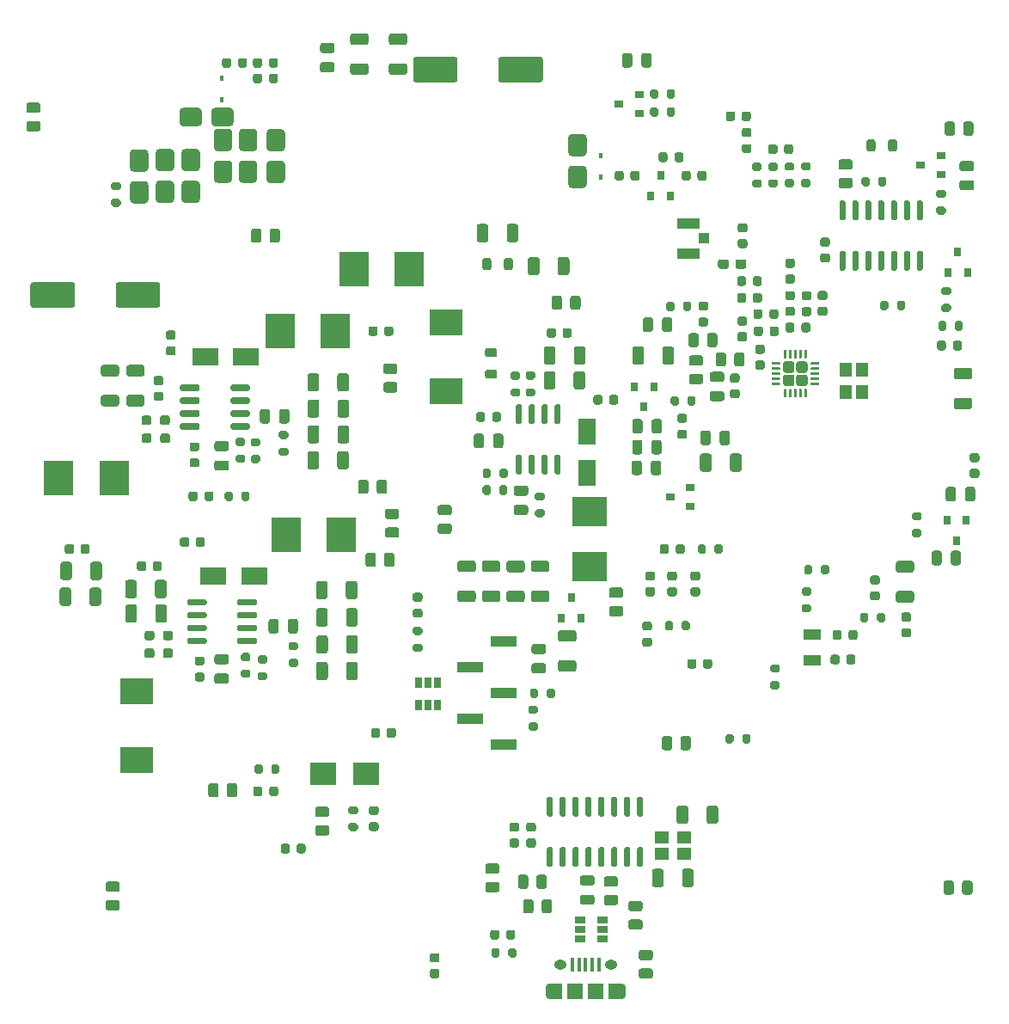
<source format=gtp>
G04 This is an RS-274x file exported by *
G04 gerbv version 2.7.0 *
G04 More information is available about gerbv at *
G04 http://gerbv.geda-project.org/ *
G04 --End of header info--*
%MOIN*%
%FSLAX36Y36*%
%IPPOS*%
G04 --Define apertures--*
%ADD10R,0.0709X0.0394*%
%ADD11R,0.0984X0.0906*%
%ADD12R,0.0866X0.0413*%
%ADD13R,0.0413X0.0394*%
%ADD14R,0.1299X0.0984*%
%ADD15R,0.0177X0.0236*%
%ADD16R,0.1161X0.1378*%
%ADD17R,0.0315X0.0354*%
%ADD18R,0.0256X0.0689*%
%ADD19R,0.0256X0.0394*%
%ADD20R,0.0453X0.0551*%
%ADD21R,0.0551X0.0453*%
%ADD22R,0.0988X0.0394*%
%ADD23R,0.0354X0.0315*%
%ADD24R,0.0157X0.0591*%
%ADD25O,0.0492X0.0374*%
%ADD26R,0.0472X0.0610*%
%ADD27O,0.0350X0.0610*%
%ADD28R,0.0591X0.0610*%
%ADD29R,0.0157X0.0531*%
%ADD30R,0.0417X0.0256*%
%ADD31R,0.0709X0.0984*%
%ADD32R,0.0984X0.0709*%
%ADD33R,0.0256X0.0417*%
%ADD34R,0.1378X0.1161*%
G04 --Start main section--*
G54D10*
G01X6652000Y-3886787D03*
G01X6652000Y-3985213D03*
G36*
G01X6116776Y-2046089D02*
G01X6116776Y-2025911D01*
G75*
G02X6125388Y-2017299I0008612J0000000D01*
G01X6142612Y-2017299D01*
G75*
G02X6151224Y-2025911I0000000J-008612D01*
G01X6151224Y-2046089D01*
G75*
G02X6142612Y-2054701I-008612J0000000D01*
G01X6125388Y-2054701D01*
G75*
G02X6116776Y-2046089I0000000J0008612D01*
G37*
G36*
G01X6054768Y-2046089D02*
G01X6054768Y-2025911D01*
G75*
G02X6063380Y-2017299I0008612J0000000D01*
G01X6080604Y-2017299D01*
G75*
G02X6089217Y-2025911I0000000J-008612D01*
G01X6089217Y-2046089D01*
G75*
G02X6080604Y-2054701I-008612J0000000D01*
G01X6063380Y-2054701D01*
G75*
G02X6054768Y-2046089I0000000J0008612D01*
G37*
G54D11*
G01X4921791Y-4425000D03*
G01X4752500Y-4425000D03*
G36*
G01X6425173Y-2121732D02*
G01X6446827Y-2121732D01*
G75*
G02X6454701Y-2129606I0000000J-007874D01*
G01X6454701Y-2145354D01*
G75*
G02X6446827Y-2153228I-007874J0000000D01*
G01X6425173Y-2153228D01*
G75*
G02X6417299Y-2145354I0000000J0007874D01*
G01X6417299Y-2129606D01*
G75*
G02X6425173Y-2121732I0007874J0000000D01*
G37*
G36*
G01X6425173Y-2056772D02*
G01X6446827Y-2056772D01*
G75*
G02X6454701Y-2064646I0000000J-007874D01*
G01X6454701Y-2080394D01*
G75*
G02X6446827Y-2088268I-007874J0000000D01*
G01X6425173Y-2088268D01*
G75*
G02X6417299Y-2080394I0000000J0007874D01*
G01X6417299Y-2064646D01*
G75*
G02X6425173Y-2056772I0007874J0000000D01*
G37*
G54D12*
G01X6169000Y-2408000D03*
G54D13*
G01X6229039Y-2349929D03*
G54D12*
G01X6169000Y-2291858D03*
G36*
G01X6515693Y-1994657D02*
G01X6515693Y-2014343D01*
G75*
G02X6506835Y-2023201I-008858J0000000D01*
G01X6489118Y-2023201D01*
G75*
G02X6480260Y-2014343I0000000J0008858D01*
G01X6480260Y-1994657D01*
G75*
G02X6489118Y-1985799I0008858J0000000D01*
G01X6506835Y-1985799D01*
G75*
G02X6515693Y-1994657I0000000J-008858D01*
G37*
G36*
G01X6576717Y-1994657D02*
G01X6576717Y-2014343D01*
G75*
G02X6567858Y-2023201I-008858J0000000D01*
G01X6550142Y-2023201D01*
G75*
G02X6541283Y-2014343I0000000J0008858D01*
G01X6541283Y-1994657D01*
G75*
G02X6550142Y-1985799I0008858J0000000D01*
G01X6567858Y-1985799D01*
G75*
G02X6576717Y-1994657I0000000J-008858D01*
G37*
G36*
G01X6327205Y-2440650D02*
G01X6327205Y-2459350D01*
G75*
G02X6317854Y-2468701I-009350J0000000D01*
G01X6294232Y-2468701D01*
G75*
G02X6284882Y-2459350I0000000J0009350D01*
G01X6284882Y-2440650D01*
G75*
G02X6294232Y-2431299I0009350J0000000D01*
G01X6317854Y-2431299D01*
G75*
G02X6327205Y-2440650I0000000J-009350D01*
G37*
G36*
G01X6395118Y-2440650D02*
G01X6395118Y-2459350D01*
G75*
G02X6385768Y-2468701I-009350J0000000D01*
G01X6362146Y-2468701D01*
G75*
G02X6352795Y-2459350I0000000J0009350D01*
G01X6352795Y-2440650D01*
G75*
G02X6362146Y-2431299I0009350J0000000D01*
G01X6385768Y-2431299D01*
G75*
G02X6395118Y-2440650I0000000J-009350D01*
G37*
G36*
G01X4017961Y-2128209D02*
G01X4062039Y-2128209D01*
G75*
G02X4075433Y-2141602I0000000J-013394D01*
G01X4075433Y-2201429D01*
G75*
G02X4062039Y-2214823I-013394J0000000D01*
G01X4017961Y-2214823D01*
G75*
G02X4004567Y-2201429I0000000J0013394D01*
G01X4004567Y-2141602D01*
G75*
G02X4017961Y-2128209I0013394J0000000D01*
G37*
G36*
G01X4017961Y-2005177D02*
G01X4062039Y-2005177D01*
G75*
G02X4075433Y-2018571I0000000J-013394D01*
G01X4075433Y-2078398D01*
G75*
G02X4062039Y-2091791I-013394J0000000D01*
G01X4017961Y-2091791D01*
G75*
G02X4004567Y-2078398I0000000J0013394D01*
G01X4004567Y-2018571D01*
G75*
G02X4017961Y-2005177I0013394J0000000D01*
G37*
G36*
G01X4387039Y-2011791D02*
G01X4342961Y-2011791D01*
G75*
G02X4329567Y-1998398I0000000J0013394D01*
G01X4329567Y-1938571D01*
G75*
G02X4342961Y-1925177I0013394J0000000D01*
G01X4387039Y-1925177D01*
G75*
G02X4400433Y-1938571I0000000J-013394D01*
G01X4400433Y-1998398D01*
G75*
G02X4387039Y-2011791I-013394J0000000D01*
G37*
G36*
G01X4387039Y-2134823D02*
G01X4342961Y-2134823D01*
G75*
G02X4329567Y-2121429I0000000J0013394D01*
G01X4329567Y-2061602D01*
G75*
G02X4342961Y-2048209I0013394J0000000D01*
G01X4387039Y-2048209D01*
G75*
G02X4400433Y-2061602I0000000J-013394D01*
G01X4400433Y-2121429D01*
G75*
G02X4387039Y-2134823I-013394J0000000D01*
G37*
G36*
G01X6944606Y-2005010D02*
G01X6944606Y-1974990D01*
G75*
G02X6953219Y-1966378I0008612J0000000D01*
G01X6970443Y-1966378D01*
G75*
G02X6979055Y-1974990I0000000J-008612D01*
G01X6979055Y-2005010D01*
G75*
G02X6970443Y-2013622I-008612J0000000D01*
G01X6953219Y-2013622D01*
G75*
G02X6944606Y-2005010I0000000J0008612D01*
G37*
G36*
G01X6860945Y-2005010D02*
G01X6860945Y-1974990D01*
G75*
G02X6869557Y-1966378I0008612J0000000D01*
G01X6886781Y-1966378D01*
G75*
G02X6895394Y-1974990I0000000J-008612D01*
G01X6895394Y-2005010D01*
G75*
G02X6886781Y-2013622I-008612J0000000D01*
G01X6869557Y-2013622D01*
G75*
G02X6860945Y-2005010I0000000J0008612D01*
G37*
G36*
G01X7268701Y-2089685D02*
G01X7231299Y-2089685D01*
G75*
G02X7221457Y-2079843I0000000J0009843D01*
G01X7221457Y-2060157D01*
G75*
G02X7231299Y-2050315I0009843J0000000D01*
G01X7268701Y-2050315D01*
G75*
G02X7278543Y-2060157I0000000J-009843D01*
G01X7278543Y-2079843D01*
G75*
G02X7268701Y-2089685I-009843J0000000D01*
G37*
G36*
G01X7268701Y-2164488D02*
G01X7231299Y-2164488D01*
G75*
G02X7221457Y-2154646I0000000J0009843D01*
G01X7221457Y-2134961D01*
G75*
G02X7231299Y-2125118I0009843J0000000D01*
G01X7268701Y-2125118D01*
G75*
G02X7278543Y-2134961I0000000J-009843D01*
G01X7278543Y-2154646D01*
G75*
G02X7268701Y-2164488I-009843J0000000D01*
G37*
G36*
G01X4543780Y-1740089D02*
G01X4543780Y-1719911D01*
G75*
G02X4552392Y-1711299I0008612J0000000D01*
G01X4569616Y-1711299D01*
G75*
G02X4578228Y-1719911I0000000J-008612D01*
G01X4578228Y-1740089D01*
G75*
G02X4569616Y-1748701I-008612J0000000D01*
G01X4552392Y-1748701D01*
G75*
G02X4543780Y-1740089I0000000J0008612D01*
G37*
G36*
G01X4481772Y-1740089D02*
G01X4481772Y-1719911D01*
G75*
G02X4490384Y-1711299I0008612J0000000D01*
G01X4507608Y-1711299D01*
G75*
G02X4516220Y-1719911I0000000J-008612D01*
G01X4516220Y-1740089D01*
G75*
G02X4507608Y-1748701I-008612J0000000D01*
G01X4490384Y-1748701D01*
G75*
G02X4481772Y-1740089I0000000J0008612D01*
G37*
G36*
G01X4516220Y-1659911D02*
G01X4516220Y-1680089D01*
G75*
G02X4507608Y-1688701I-008612J0000000D01*
G01X4490384Y-1688701D01*
G75*
G02X4481772Y-1680089I0000000J0008612D01*
G01X4481772Y-1659911D01*
G75*
G02X4490384Y-1651299I0008612J0000000D01*
G01X4507608Y-1651299D01*
G75*
G02X4516220Y-1659911I0000000J-008612D01*
G37*
G36*
G01X4578228Y-1659911D02*
G01X4578228Y-1680089D01*
G75*
G02X4569616Y-1688701I-008612J0000000D01*
G01X4552392Y-1688701D01*
G75*
G02X4543780Y-1680089I0000000J0008612D01*
G01X4543780Y-1659911D01*
G75*
G02X4552392Y-1651299I0008612J0000000D01*
G01X4569616Y-1651299D01*
G75*
G02X4578228Y-1659911I0000000J-008612D01*
G37*
G36*
G01X5381420Y-3032511D02*
G01X5381420Y-3052689D01*
G75*
G02X5372808Y-3061301I-008612J0000000D01*
G01X5355584Y-3061301D01*
G75*
G02X5346972Y-3052689I0000000J0008612D01*
G01X5346972Y-3032511D01*
G75*
G02X5355584Y-3023899I0008612J0000000D01*
G01X5372808Y-3023899D01*
G75*
G02X5381420Y-3032511I0000000J-008612D01*
G37*
G36*
G01X5443428Y-3032511D02*
G01X5443428Y-3052689D01*
G75*
G02X5434816Y-3061301I-008612J0000000D01*
G01X5417592Y-3061301D01*
G75*
G02X5408980Y-3052689I0000000J0008612D01*
G01X5408980Y-3032511D01*
G75*
G02X5417592Y-3023899I0008612J0000000D01*
G01X5434816Y-3023899D01*
G75*
G02X5443428Y-3032511I0000000J-008612D01*
G37*
G36*
G01X4264511Y-4033780D02*
G01X4284689Y-4033780D01*
G75*
G02X4293301Y-4042392I0000000J-008612D01*
G01X4293301Y-4059616D01*
G75*
G02X4284689Y-4068228I-008612J0000000D01*
G01X4264511Y-4068228D01*
G75*
G02X4255899Y-4059616I0000000J0008612D01*
G01X4255899Y-4042392D01*
G75*
G02X4264511Y-4033780I0008612J0000000D01*
G37*
G36*
G01X4264511Y-3971772D02*
G01X4284689Y-3971772D01*
G75*
G02X4293301Y-3980384I0000000J-008612D01*
G01X4293301Y-3997608D01*
G75*
G02X4284689Y-4006220I-008612J0000000D01*
G01X4264511Y-4006220D01*
G75*
G02X4255899Y-3997608I0000000J0008612D01*
G01X4255899Y-3980384D01*
G75*
G02X4264511Y-3971772I0008612J0000000D01*
G37*
G36*
G01X4244511Y-3203380D02*
G01X4264689Y-3203380D01*
G75*
G02X4273301Y-3211992I0000000J-008612D01*
G01X4273301Y-3229216D01*
G75*
G02X4264689Y-3237828I-008612J0000000D01*
G01X4244511Y-3237828D01*
G75*
G02X4235899Y-3229216I0000000J0008612D01*
G01X4235899Y-3211992D01*
G75*
G02X4244511Y-3203380I0008612J0000000D01*
G37*
G36*
G01X4244511Y-3141372D02*
G01X4264689Y-3141372D01*
G75*
G02X4273301Y-3149984I0000000J-008612D01*
G01X4273301Y-3167208D01*
G75*
G02X4264689Y-3175820I-008612J0000000D01*
G01X4244511Y-3175820D01*
G75*
G02X4235899Y-3167208I0000000J0008612D01*
G01X4235899Y-3149984D01*
G75*
G02X4244511Y-3141372I0008612J0000000D01*
G37*
G54D14*
G01X5230000Y-2676142D03*
G01X5230000Y-2943858D03*
G01X4030000Y-4373858D03*
G01X4030000Y-4106142D03*
G36*
G01X6107752Y-4289783D02*
G01X6107752Y-4325217D01*
G75*
G02X6097909Y-4335059I-009842J0000000D01*
G01X6077240Y-4335059D01*
G75*
G02X6067398Y-4325217I0000000J0009842D01*
G01X6067398Y-4289783D01*
G75*
G02X6077240Y-4279941I0009842J0000000D01*
G01X6097909Y-4279941D01*
G75*
G02X6107752Y-4289783I0000000J-009842D01*
G37*
G36*
G01X6179602Y-4289783D02*
G01X6179602Y-4325217D01*
G75*
G02X6169760Y-4335059I-009842J0000000D01*
G01X6149091Y-4335059D01*
G75*
G02X6139248Y-4325217I0000000J0009842D01*
G01X6139248Y-4289783D01*
G75*
G02X6149091Y-4279941I0009842J0000000D01*
G01X6169760Y-4279941D01*
G75*
G02X6179602Y-4289783I0000000J-009842D01*
G37*
G36*
G01X4440461Y-2048209D02*
G01X4484539Y-2048209D01*
G75*
G02X4497933Y-2061602I0000000J-013394D01*
G01X4497933Y-2121429D01*
G75*
G02X4484539Y-2134823I-013394J0000000D01*
G01X4440461Y-2134823D01*
G75*
G02X4427067Y-2121429I0000000J0013394D01*
G01X4427067Y-2061602D01*
G75*
G02X4440461Y-2048209I0013394J0000000D01*
G37*
G36*
G01X4440461Y-1925177D02*
G01X4484539Y-1925177D01*
G75*
G02X4497933Y-1938571I0000000J-013394D01*
G01X4497933Y-1998398D01*
G75*
G02X4484539Y-2011791I-013394J0000000D01*
G01X4440461Y-2011791D01*
G75*
G02X4427067Y-1998398I0000000J0013394D01*
G01X4427067Y-1938571D01*
G75*
G02X4440461Y-1925177I0013394J0000000D01*
G37*
G36*
G01X4547961Y-2049724D02*
G01X4592039Y-2049724D01*
G75*
G02X4605433Y-2063118I0000000J-013394D01*
G01X4605433Y-2122945D01*
G75*
G02X4592039Y-2136339I-013394J0000000D01*
G01X4547961Y-2136339D01*
G75*
G02X4534567Y-2122945I0000000J0013394D01*
G01X4534567Y-2063118D01*
G75*
G02X4547961Y-2049724I0013394J0000000D01*
G37*
G36*
G01X4547961Y-1926693D02*
G01X4592039Y-1926693D01*
G75*
G02X4605433Y-1940087I0000000J-013394D01*
G01X4605433Y-1999913D01*
G75*
G02X4592039Y-2013307I-013394J0000000D01*
G01X4547961Y-2013307D01*
G75*
G02X4534567Y-1999913I0000000J0013394D01*
G01X4534567Y-1940087D01*
G75*
G02X4547961Y-1926693I0013394J0000000D01*
G37*
G36*
G01X4117961Y-2126693D02*
G01X4162039Y-2126693D01*
G75*
G02X4175433Y-2140087I0000000J-013394D01*
G01X4175433Y-2199913D01*
G75*
G02X4162039Y-2213307I-013394J0000000D01*
G01X4117961Y-2213307D01*
G75*
G02X4104567Y-2199913I0000000J0013394D01*
G01X4104567Y-2140087D01*
G75*
G02X4117961Y-2126693I0013394J0000000D01*
G37*
G36*
G01X4117961Y-2003661D02*
G01X4162039Y-2003661D01*
G75*
G02X4175433Y-2017055I0000000J-013394D01*
G01X4175433Y-2076882D01*
G75*
G02X4162039Y-2090276I-013394J0000000D01*
G01X4117961Y-2090276D01*
G75*
G02X4104567Y-2076882I0000000J0013394D01*
G01X4104567Y-2017055D01*
G75*
G02X4117961Y-2003661I0013394J0000000D01*
G37*
G36*
G01X4319724Y-1902039D02*
G01X4319724Y-1857961D01*
G75*
G02X4333118Y-1844567I0013394J0000000D01*
G01X4392945Y-1844567D01*
G75*
G02X4406339Y-1857961I0000000J-013394D01*
G01X4406339Y-1902039D01*
G75*
G02X4392945Y-1915433I-013394J0000000D01*
G01X4333118Y-1915433D01*
G75*
G02X4319724Y-1902039I0000000J0013394D01*
G37*
G36*
G01X4196693Y-1902039D02*
G01X4196693Y-1857961D01*
G75*
G02X4210087Y-1844567I0013394J0000000D01*
G01X4269913Y-1844567D01*
G75*
G02X4283307Y-1857961I0000000J-013394D01*
G01X4283307Y-1902039D01*
G75*
G02X4269913Y-1915433I-013394J0000000D01*
G01X4210087Y-1915433D01*
G75*
G02X4196693Y-1902039I0000000J0013394D01*
G37*
G36*
G01X4217961Y-2126693D02*
G01X4262039Y-2126693D01*
G75*
G02X4275433Y-2140087I0000000J-013394D01*
G01X4275433Y-2199913D01*
G75*
G02X4262039Y-2213307I-013394J0000000D01*
G01X4217961Y-2213307D01*
G75*
G02X4204567Y-2199913I0000000J0013394D01*
G01X4204567Y-2140087D01*
G75*
G02X4217961Y-2126693I0013394J0000000D01*
G37*
G36*
G01X4217961Y-2003661D02*
G01X4262039Y-2003661D01*
G75*
G02X4275433Y-2017055I0000000J-013394D01*
G01X4275433Y-2076882D01*
G75*
G02X4262039Y-2090276I-013394J0000000D01*
G01X4217961Y-2090276D01*
G75*
G02X4204567Y-2076882I0000000J0013394D01*
G01X4204567Y-2017055D01*
G75*
G02X4217961Y-2003661I0013394J0000000D01*
G37*
G36*
G01X5717961Y-2068709D02*
G01X5762039Y-2068709D01*
G75*
G02X5775433Y-2082102I0000000J-013394D01*
G01X5775433Y-2141929D01*
G75*
G02X5762039Y-2155323I-013394J0000000D01*
G01X5717961Y-2155323D01*
G75*
G02X5704567Y-2141929I0000000J0013394D01*
G01X5704567Y-2082102D01*
G75*
G02X5717961Y-2068709I0013394J0000000D01*
G37*
G36*
G01X5717961Y-1945677D02*
G01X5762039Y-1945677D01*
G75*
G02X5775433Y-1959071I0000000J-013394D01*
G01X5775433Y-2018898D01*
G75*
G02X5762039Y-2032291I-013394J0000000D01*
G01X5717961Y-2032291D01*
G75*
G02X5704567Y-2018898I0000000J0013394D01*
G01X5704567Y-1959071D01*
G75*
G02X5717961Y-1945677I0013394J0000000D01*
G37*
G36*
G01X6458720Y-2700411D02*
G01X6458720Y-2720589D01*
G75*
G02X6450108Y-2729201I-008612J0000000D01*
G01X6432884Y-2729201D01*
G75*
G02X6424272Y-2720589I0000000J0008612D01*
G01X6424272Y-2700411D01*
G75*
G02X6432884Y-2691799I0008612J0000000D01*
G01X6450108Y-2691799D01*
G75*
G02X6458720Y-2700411I0000000J-008612D01*
G37*
G36*
G01X6520728Y-2700411D02*
G01X6520728Y-2720589D01*
G75*
G02X6512116Y-2729201I-008612J0000000D01*
G01X6494892Y-2729201D01*
G75*
G02X6486280Y-2720589I0000000J0008612D01*
G01X6486280Y-2700411D01*
G75*
G02X6494892Y-2691799I0008612J0000000D01*
G01X6512116Y-2691799D01*
G75*
G02X6520728Y-2700411I0000000J-008612D01*
G37*
G36*
G01X6385911Y-1984780D02*
G01X6406089Y-1984780D01*
G75*
G02X6414701Y-1993392I0000000J-008612D01*
G01X6414701Y-2010616D01*
G75*
G02X6406089Y-2019228I-008612J0000000D01*
G01X6385911Y-2019228D01*
G75*
G02X6377299Y-2010616I0000000J0008612D01*
G01X6377299Y-1993392D01*
G75*
G02X6385911Y-1984780I0008612J0000000D01*
G37*
G36*
G01X6385911Y-1922772D02*
G01X6406089Y-1922772D01*
G75*
G02X6414701Y-1931384I0000000J-008612D01*
G01X6414701Y-1948608D01*
G75*
G02X6406089Y-1957220I-008612J0000000D01*
G01X6385911Y-1957220D01*
G75*
G02X6377299Y-1948608I0000000J0008612D01*
G01X6377299Y-1931384D01*
G75*
G02X6385911Y-1922772I0008612J0000000D01*
G37*
G36*
G01X4396220Y-1659911D02*
G01X4396220Y-1680089D01*
G75*
G02X4387608Y-1688701I-008612J0000000D01*
G01X4370384Y-1688701D01*
G75*
G02X4361772Y-1680089I0000000J0008612D01*
G01X4361772Y-1659911D01*
G75*
G02X4370384Y-1651299I0008612J0000000D01*
G01X4387608Y-1651299D01*
G75*
G02X4396220Y-1659911I0000000J-008612D01*
G37*
G36*
G01X4458228Y-1659911D02*
G01X4458228Y-1680089D01*
G75*
G02X4449616Y-1688701I-008612J0000000D01*
G01X4432392Y-1688701D01*
G75*
G02X4423780Y-1680089I0000000J0008612D01*
G01X4423780Y-1659911D01*
G75*
G02X4432392Y-1651299I0008612J0000000D01*
G01X4449616Y-1651299D01*
G75*
G02X4458228Y-1659911I0000000J-008612D01*
G37*
G36*
G01X6773406Y-2280445D02*
G01X6761594Y-2280445D01*
G75*
G02X6755689Y-2274539I0000000J0005906D01*
G01X6755689Y-2209579D01*
G75*
G02X6761594Y-2203673I0005906J0000000D01*
G01X6773406Y-2203673D01*
G75*
G02X6779311Y-2209579I0000000J-005906D01*
G01X6779311Y-2274539D01*
G75*
G02X6773406Y-2280445I-005906J0000000D01*
G37*
G36*
G01X6823406Y-2280445D02*
G01X6811594Y-2280445D01*
G75*
G02X6805689Y-2274539I0000000J0005906D01*
G01X6805689Y-2209579D01*
G75*
G02X6811594Y-2203673I0005906J0000000D01*
G01X6823406Y-2203673D01*
G75*
G02X6829311Y-2209579I0000000J-005906D01*
G01X6829311Y-2274539D01*
G75*
G02X6823406Y-2280445I-005906J0000000D01*
G37*
G36*
G01X6873406Y-2280445D02*
G01X6861594Y-2280445D01*
G75*
G02X6855689Y-2274539I0000000J0005906D01*
G01X6855689Y-2209579D01*
G75*
G02X6861594Y-2203673I0005906J0000000D01*
G01X6873406Y-2203673D01*
G75*
G02X6879311Y-2209579I0000000J-005906D01*
G01X6879311Y-2274539D01*
G75*
G02X6873406Y-2280445I-005906J0000000D01*
G37*
G36*
G01X6923406Y-2280445D02*
G01X6911594Y-2280445D01*
G75*
G02X6905689Y-2274539I0000000J0005906D01*
G01X6905689Y-2209579D01*
G75*
G02X6911594Y-2203673I0005906J0000000D01*
G01X6923406Y-2203673D01*
G75*
G02X6929311Y-2209579I0000000J-005906D01*
G01X6929311Y-2274539D01*
G75*
G02X6923406Y-2280445I-005906J0000000D01*
G37*
G36*
G01X6973406Y-2280445D02*
G01X6961594Y-2280445D01*
G75*
G02X6955689Y-2274539I0000000J0005906D01*
G01X6955689Y-2209579D01*
G75*
G02X6961594Y-2203673I0005906J0000000D01*
G01X6973406Y-2203673D01*
G75*
G02X6979311Y-2209579I0000000J-005906D01*
G01X6979311Y-2274539D01*
G75*
G02X6973406Y-2280445I-005906J0000000D01*
G37*
G36*
G01X7023406Y-2280445D02*
G01X7011594Y-2280445D01*
G75*
G02X7005689Y-2274539I0000000J0005906D01*
G01X7005689Y-2209579D01*
G75*
G02X7011594Y-2203673I0005906J0000000D01*
G01X7023406Y-2203673D01*
G75*
G02X7029311Y-2209579I0000000J-005906D01*
G01X7029311Y-2274539D01*
G75*
G02X7023406Y-2280445I-005906J0000000D01*
G37*
G36*
G01X7073406Y-2280445D02*
G01X7061594Y-2280445D01*
G75*
G02X7055689Y-2274539I0000000J0005906D01*
G01X7055689Y-2209579D01*
G75*
G02X7061594Y-2203673I0005906J0000000D01*
G01X7073406Y-2203673D01*
G75*
G02X7079311Y-2209579I0000000J-005906D01*
G01X7079311Y-2274539D01*
G75*
G02X7073406Y-2280445I-005906J0000000D01*
G37*
G36*
G01X7073406Y-2475327D02*
G01X7061594Y-2475327D01*
G75*
G02X7055689Y-2469421I0000000J0005906D01*
G01X7055689Y-2404461D01*
G75*
G02X7061594Y-2398555I0005906J0000000D01*
G01X7073406Y-2398555D01*
G75*
G02X7079311Y-2404461I0000000J-005906D01*
G01X7079311Y-2469421D01*
G75*
G02X7073406Y-2475327I-005906J0000000D01*
G37*
G36*
G01X7023406Y-2475327D02*
G01X7011594Y-2475327D01*
G75*
G02X7005689Y-2469421I0000000J0005906D01*
G01X7005689Y-2404461D01*
G75*
G02X7011594Y-2398555I0005906J0000000D01*
G01X7023406Y-2398555D01*
G75*
G02X7029311Y-2404461I0000000J-005906D01*
G01X7029311Y-2469421D01*
G75*
G02X7023406Y-2475327I-005906J0000000D01*
G37*
G36*
G01X6973406Y-2475327D02*
G01X6961594Y-2475327D01*
G75*
G02X6955689Y-2469421I0000000J0005906D01*
G01X6955689Y-2404461D01*
G75*
G02X6961594Y-2398555I0005906J0000000D01*
G01X6973406Y-2398555D01*
G75*
G02X6979311Y-2404461I0000000J-005906D01*
G01X6979311Y-2469421D01*
G75*
G02X6973406Y-2475327I-005906J0000000D01*
G37*
G36*
G01X6923406Y-2475327D02*
G01X6911594Y-2475327D01*
G75*
G02X6905689Y-2469421I0000000J0005906D01*
G01X6905689Y-2404461D01*
G75*
G02X6911594Y-2398555I0005906J0000000D01*
G01X6923406Y-2398555D01*
G75*
G02X6929311Y-2404461I0000000J-005906D01*
G01X6929311Y-2469421D01*
G75*
G02X6923406Y-2475327I-005906J0000000D01*
G37*
G36*
G01X6873406Y-2475327D02*
G01X6861594Y-2475327D01*
G75*
G02X6855689Y-2469421I0000000J0005906D01*
G01X6855689Y-2404461D01*
G75*
G02X6861594Y-2398555I0005906J0000000D01*
G01X6873406Y-2398555D01*
G75*
G02X6879311Y-2404461I0000000J-005906D01*
G01X6879311Y-2469421D01*
G75*
G02X6873406Y-2475327I-005906J0000000D01*
G37*
G36*
G01X6823406Y-2475327D02*
G01X6811594Y-2475327D01*
G75*
G02X6805689Y-2469421I0000000J0005906D01*
G01X6805689Y-2404461D01*
G75*
G02X6811594Y-2398555I0005906J0000000D01*
G01X6823406Y-2398555D01*
G75*
G02X6829311Y-2404461I0000000J-005906D01*
G01X6829311Y-2469421D01*
G75*
G02X6823406Y-2475327I-005906J0000000D01*
G37*
G36*
G01X6773406Y-2475327D02*
G01X6761594Y-2475327D01*
G75*
G02X6755689Y-2469421I0000000J0005906D01*
G01X6755689Y-2404461D01*
G75*
G02X6761594Y-2398555I0005906J0000000D01*
G01X6773406Y-2398555D01*
G75*
G02X6779311Y-2404461I0000000J-005906D01*
G01X6779311Y-2469421D01*
G75*
G02X6773406Y-2475327I-005906J0000000D01*
G37*
G54D15*
G01X5830000Y-2111339D03*
G01X5830000Y-2028661D03*
G01X4360000Y-1728661D03*
G01X4360000Y-1811339D03*
G36*
G01X6022717Y-5149252D02*
G01X5987283Y-5149252D01*
G75*
G02X5977441Y-5139409I0000000J0009842D01*
G01X5977441Y-5118740D01*
G75*
G02X5987283Y-5108898I0009842J0000000D01*
G01X6022717Y-5108898D01*
G75*
G02X6032559Y-5118740I0000000J-009842D01*
G01X6032559Y-5139409D01*
G75*
G02X6022717Y-5149252I-009842J0000000D01*
G37*
G36*
G01X6022717Y-5221102D02*
G01X5987283Y-5221102D01*
G75*
G02X5977441Y-5211260I0000000J0009842D01*
G01X5977441Y-5190591D01*
G75*
G02X5987283Y-5180748I0009842J0000000D01*
G01X6022717Y-5180748D01*
G75*
G02X6032559Y-5190591I0000000J-009842D01*
G01X6032559Y-5211260D01*
G75*
G02X6022717Y-5221102I-009842J0000000D01*
G37*
G36*
G01X7200177Y-4849783D02*
G01X7200177Y-4885217D01*
G75*
G02X7190335Y-4895059I-009842J0000000D01*
G01X7169665Y-4895059D01*
G75*
G02X7159823Y-4885217I0000000J0009842D01*
G01X7159823Y-4849783D01*
G75*
G02X7169665Y-4839941I0009842J0000000D01*
G01X7190335Y-4839941D01*
G75*
G02X7200177Y-4849783I0000000J-009842D01*
G37*
G36*
G01X7272028Y-4849783D02*
G01X7272028Y-4885217D01*
G75*
G02X7262185Y-4895059I-009842J0000000D01*
G01X7241516Y-4895059D01*
G75*
G02X7231673Y-4885217I0000000J0009842D01*
G01X7231673Y-4849783D01*
G75*
G02X7241516Y-4839941I0009842J0000000D01*
G01X7262185Y-4839941D01*
G75*
G02X7272028Y-4849783I0000000J-009842D01*
G37*
G36*
G01X4379823Y-4507717D02*
G01X4379823Y-4472283D01*
G75*
G02X4389665Y-4462441I0009842J0000000D01*
G01X4410335Y-4462441D01*
G75*
G02X4420177Y-4472283I0000000J-009842D01*
G01X4420177Y-4507717D01*
G75*
G02X4410335Y-4517559I-009842J0000000D01*
G01X4389665Y-4517559D01*
G75*
G02X4379823Y-4507717I0000000J0009842D01*
G37*
G36*
G01X4307972Y-4507717D02*
G01X4307972Y-4472283D01*
G75*
G02X4317815Y-4462441I0009842J0000000D01*
G01X4338484Y-4462441D01*
G75*
G02X4348327Y-4472283I0000000J-009842D01*
G01X4348327Y-4507717D01*
G75*
G02X4338484Y-4517559I-009842J0000000D01*
G01X4317815Y-4517559D01*
G75*
G02X4307972Y-4507717I0000000J0009842D01*
G37*
G36*
G01X3919783Y-4915748D02*
G01X3955217Y-4915748D01*
G75*
G02X3965059Y-4925591I0000000J-009842D01*
G01X3965059Y-4946260D01*
G75*
G02X3955217Y-4956102I-009842J0000000D01*
G01X3919783Y-4956102D01*
G75*
G02X3909941Y-4946260I0000000J0009842D01*
G01X3909941Y-4925591D01*
G75*
G02X3919783Y-4915748I0009842J0000000D01*
G37*
G36*
G01X3919783Y-4843898D02*
G01X3955217Y-4843898D01*
G75*
G02X3965059Y-4853740I0000000J-009842D01*
G01X3965059Y-4874409D01*
G75*
G02X3955217Y-4884252I-009842J0000000D01*
G01X3919783Y-4884252D01*
G75*
G02X3909941Y-4874409I0000000J0009842D01*
G01X3909941Y-4853740D01*
G75*
G02X3919783Y-4843898I0009842J0000000D01*
G37*
G36*
G01X5711673Y-2617717D02*
G01X5711673Y-2582283D01*
G75*
G02X5721516Y-2572441I0009842J0000000D01*
G01X5742185Y-2572441D01*
G75*
G02X5752028Y-2582283I0000000J-009842D01*
G01X5752028Y-2617717D01*
G75*
G02X5742185Y-2627559I-009842J0000000D01*
G01X5721516Y-2627559D01*
G75*
G02X5711673Y-2617717I0000000J0009842D01*
G37*
G36*
G01X5639823Y-2617717D02*
G01X5639823Y-2582283D01*
G75*
G02X5649665Y-2572441I0009842J0000000D01*
G01X5670335Y-2572441D01*
G75*
G02X5680177Y-2582283I0000000J-009842D01*
G01X5680177Y-2617717D01*
G75*
G02X5670335Y-2627559I-009842J0000000D01*
G01X5649665Y-2627559D01*
G75*
G02X5639823Y-2617717I0000000J0009842D01*
G37*
G36*
G01X7204252Y-1907283D02*
G01X7204252Y-1942717D01*
G75*
G02X7194409Y-1952559I-009842J0000000D01*
G01X7173740Y-1952559D01*
G75*
G02X7163898Y-1942717I0000000J0009842D01*
G01X7163898Y-1907283D01*
G75*
G02X7173740Y-1897441I0009842J0000000D01*
G01X7194409Y-1897441D01*
G75*
G02X7204252Y-1907283I0000000J-009842D01*
G37*
G36*
G01X7276102Y-1907283D02*
G01X7276102Y-1942717D01*
G75*
G02X7266260Y-1952559I-009842J0000000D01*
G01X7245591Y-1952559D01*
G75*
G02X7235748Y-1942717I0000000J0009842D01*
G01X7235748Y-1907283D01*
G75*
G02X7245591Y-1897441I0009842J0000000D01*
G01X7266260Y-1897441D01*
G75*
G02X7276102Y-1907283I0000000J-009842D01*
G37*
G36*
G01X4514252Y-2322283D02*
G01X4514252Y-2357717D01*
G75*
G02X4504409Y-2367559I-009842J0000000D01*
G01X4483740Y-2367559D01*
G75*
G02X4473898Y-2357717I0000000J0009842D01*
G01X4473898Y-2322283D01*
G75*
G02X4483740Y-2312441I0009842J0000000D01*
G01X4504409Y-2312441D01*
G75*
G02X4514252Y-2322283I0000000J-009842D01*
G37*
G36*
G01X4586102Y-2322283D02*
G01X4586102Y-2357717D01*
G75*
G02X4576260Y-2367559I-009842J0000000D01*
G01X4555591Y-2367559D01*
G75*
G02X4545748Y-2357717I0000000J0009842D01*
G01X4545748Y-2322283D01*
G75*
G02X4555591Y-2312441I0009842J0000000D01*
G01X4576260Y-2312441D01*
G75*
G02X4586102Y-2322283I0000000J-009842D01*
G37*
G36*
G01X3647717Y-1864252D02*
G01X3612283Y-1864252D01*
G75*
G02X3602441Y-1854409I0000000J0009842D01*
G01X3602441Y-1833740D01*
G75*
G02X3612283Y-1823898I0009842J0000000D01*
G01X3647717Y-1823898D01*
G75*
G02X3657559Y-1833740I0000000J-009842D01*
G01X3657559Y-1854409D01*
G75*
G02X3647717Y-1864252I-009842J0000000D01*
G37*
G36*
G01X3647717Y-1936102D02*
G01X3612283Y-1936102D01*
G75*
G02X3602441Y-1926260I0000000J0009842D01*
G01X3602441Y-1905591D01*
G75*
G02X3612283Y-1895748I0009842J0000000D01*
G01X3647717Y-1895748D01*
G75*
G02X3657559Y-1905591I0000000J-009842D01*
G01X3657559Y-1926260D01*
G75*
G02X3647717Y-1936102I-009842J0000000D01*
G37*
G36*
G01X5569843Y-4651205D02*
G01X5550157Y-4651205D01*
G75*
G02X5541299Y-4642346I0000000J0008858D01*
G01X5541299Y-4624630D01*
G75*
G02X5550157Y-4615772I0008858J0000000D01*
G01X5569843Y-4615772D01*
G75*
G02X5578701Y-4624630I0000000J-008858D01*
G01X5578701Y-4642346D01*
G75*
G02X5569843Y-4651205I-008858J0000000D01*
G37*
G36*
G01X5569843Y-4712228D02*
G01X5550157Y-4712228D01*
G75*
G02X5541299Y-4703370I0000000J0008858D01*
G01X5541299Y-4685654D01*
G75*
G02X5550157Y-4676795I0008858J0000000D01*
G01X5569843Y-4676795D01*
G75*
G02X5578701Y-4685654I0000000J-008858D01*
G01X5578701Y-4703370D01*
G75*
G02X5569843Y-4712228I-008858J0000000D01*
G37*
G36*
G01X5504843Y-4651205D02*
G01X5485157Y-4651205D01*
G75*
G02X5476299Y-4642346I0000000J0008858D01*
G01X5476299Y-4624630D01*
G75*
G02X5485157Y-4615772I0008858J0000000D01*
G01X5504843Y-4615772D01*
G75*
G02X5513701Y-4624630I0000000J-008858D01*
G01X5513701Y-4642346D01*
G75*
G02X5504843Y-4651205I-008858J0000000D01*
G37*
G36*
G01X5504843Y-4712228D02*
G01X5485157Y-4712228D01*
G75*
G02X5476299Y-4703370I0000000J0008858D01*
G01X5476299Y-4685654D01*
G75*
G02X5485157Y-4676795I0008858J0000000D01*
G01X5504843Y-4676795D01*
G75*
G02X5513701Y-4685654I0000000J-008858D01*
G01X5513701Y-4703370D01*
G75*
G02X5504843Y-4712228I-008858J0000000D01*
G37*
G36*
G01X7289843Y-3218205D02*
G01X7270157Y-3218205D01*
G75*
G02X7261299Y-3209346I0000000J0008858D01*
G01X7261299Y-3191630D01*
G75*
G02X7270157Y-3182772I0008858J0000000D01*
G01X7289843Y-3182772D01*
G75*
G02X7298701Y-3191630I0000000J-008858D01*
G01X7298701Y-3209346D01*
G75*
G02X7289843Y-3218205I-008858J0000000D01*
G37*
G36*
G01X7289843Y-3279228D02*
G01X7270157Y-3279228D01*
G75*
G02X7261299Y-3270370I0000000J0008858D01*
G01X7261299Y-3252654D01*
G75*
G02X7270157Y-3243795I0008858J0000000D01*
G01X7289843Y-3243795D01*
G75*
G02X7298701Y-3252654I0000000J-008858D01*
G01X7298701Y-3270370D01*
G75*
G02X7289843Y-3279228I-008858J0000000D01*
G37*
G36*
G01X6376795Y-1886843D02*
G01X6376795Y-1867157D01*
G75*
G02X6385654Y-1858299I0008858J0000000D01*
G01X6403370Y-1858299D01*
G75*
G02X6412228Y-1867157I0000000J-008858D01*
G01X6412228Y-1886843D01*
G75*
G02X6403370Y-1895701I-008858J0000000D01*
G01X6385654Y-1895701D01*
G75*
G02X6376795Y-1886843I0000000J0008858D01*
G37*
G36*
G01X6315772Y-1886843D02*
G01X6315772Y-1867157D01*
G75*
G02X6324630Y-1858299I0008858J0000000D01*
G01X6342346Y-1858299D01*
G75*
G02X6351205Y-1867157I0000000J-008858D01*
G01X6351205Y-1886843D01*
G75*
G02X6342346Y-1895701I-008858J0000000D01*
G01X6324630Y-1895701D01*
G75*
G02X6315772Y-1886843I0000000J0008858D01*
G37*
G36*
G01X6116843Y-3677205D02*
G01X6097157Y-3677205D01*
G75*
G02X6088299Y-3668346I0000000J0008858D01*
G01X6088299Y-3650630D01*
G75*
G02X6097157Y-3641772I0008858J0000000D01*
G01X6116843Y-3641772D01*
G75*
G02X6125701Y-3650630I0000000J-008858D01*
G01X6125701Y-3668346D01*
G75*
G02X6116843Y-3677205I-008858J0000000D01*
G37*
G36*
G01X6116843Y-3738228D02*
G01X6097157Y-3738228D01*
G75*
G02X6088299Y-3729370I0000000J0008858D01*
G01X6088299Y-3711654D01*
G75*
G02X6097157Y-3702795I0008858J0000000D01*
G01X6116843Y-3702795D01*
G75*
G02X6125701Y-3711654I0000000J-008858D01*
G01X6125701Y-3729370D01*
G75*
G02X6116843Y-3738228I-008858J0000000D01*
G37*
G36*
G01X6206843Y-3677205D02*
G01X6187157Y-3677205D01*
G75*
G02X6178299Y-3668346I0000000J0008858D01*
G01X6178299Y-3650630D01*
G75*
G02X6187157Y-3641772I0008858J0000000D01*
G01X6206843Y-3641772D01*
G75*
G02X6215701Y-3650630I0000000J-008858D01*
G01X6215701Y-3668346D01*
G75*
G02X6206843Y-3677205I-008858J0000000D01*
G37*
G36*
G01X6206843Y-3738228D02*
G01X6187157Y-3738228D01*
G75*
G02X6178299Y-3729370I0000000J0008858D01*
G01X6178299Y-3711654D01*
G75*
G02X6187157Y-3702795I0008858J0000000D01*
G01X6206843Y-3702795D01*
G75*
G02X6215701Y-3711654I0000000J-008858D01*
G01X6215701Y-3729370D01*
G75*
G02X6206843Y-3738228I-008858J0000000D01*
G37*
G36*
G01X6903843Y-3693205D02*
G01X6884157Y-3693205D01*
G75*
G02X6875299Y-3684346I0000000J0008858D01*
G01X6875299Y-3666630D01*
G75*
G02X6884157Y-3657772I0008858J0000000D01*
G01X6903843Y-3657772D01*
G75*
G02X6912701Y-3666630I0000000J-008858D01*
G01X6912701Y-3684346D01*
G75*
G02X6903843Y-3693205I-008858J0000000D01*
G37*
G36*
G01X6903843Y-3754228D02*
G01X6884157Y-3754228D01*
G75*
G02X6875299Y-3745370I0000000J0008858D01*
G01X6875299Y-3727654D01*
G75*
G02X6884157Y-3718795I0008858J0000000D01*
G01X6903843Y-3718795D01*
G75*
G02X6912701Y-3727654I0000000J-008858D01*
G01X6912701Y-3745370D01*
G75*
G02X6903843Y-3754228I-008858J0000000D01*
G37*
G36*
G01X6031843Y-3677205D02*
G01X6012157Y-3677205D01*
G75*
G02X6003299Y-3668346I0000000J0008858D01*
G01X6003299Y-3650630D01*
G75*
G02X6012157Y-3641772I0008858J0000000D01*
G01X6031843Y-3641772D01*
G75*
G02X6040701Y-3650630I0000000J-008858D01*
G01X6040701Y-3668346D01*
G75*
G02X6031843Y-3677205I-008858J0000000D01*
G37*
G36*
G01X6031843Y-3738228D02*
G01X6012157Y-3738228D01*
G75*
G02X6003299Y-3729370I0000000J0008858D01*
G01X6003299Y-3711654D01*
G75*
G02X6012157Y-3702795I0008858J0000000D01*
G01X6031843Y-3702795D01*
G75*
G02X6040701Y-3711654I0000000J-008858D01*
G01X6040701Y-3729370D01*
G75*
G02X6031843Y-3738228I-008858J0000000D01*
G37*
G36*
G01X5195843Y-5157205D02*
G01X5176157Y-5157205D01*
G75*
G02X5167299Y-5148346I0000000J0008858D01*
G01X5167299Y-5130630D01*
G75*
G02X5176157Y-5121772I0008858J0000000D01*
G01X5195843Y-5121772D01*
G75*
G02X5204701Y-5130630I0000000J-008858D01*
G01X5204701Y-5148346D01*
G75*
G02X5195843Y-5157205I-008858J0000000D01*
G37*
G36*
G01X5195843Y-5218228D02*
G01X5176157Y-5218228D01*
G75*
G02X5167299Y-5209370I0000000J0008858D01*
G01X5167299Y-5191654D01*
G75*
G02X5176157Y-5182795I0008858J0000000D01*
G01X5195843Y-5182795D01*
G75*
G02X5204701Y-5191654I0000000J-008858D01*
G01X5204701Y-5209370D01*
G75*
G02X5195843Y-5218228I-008858J0000000D01*
G37*
G36*
G01X5682195Y-2727043D02*
G01X5682195Y-2707357D01*
G75*
G02X5691054Y-2698499I0008858J0000000D01*
G01X5708770Y-2698499D01*
G75*
G02X5717628Y-2707357I0000000J-008858D01*
G01X5717628Y-2727043D01*
G75*
G02X5708770Y-2735901I-008858J0000000D01*
G01X5691054Y-2735901D01*
G75*
G02X5682195Y-2727043I0000000J0008858D01*
G37*
G36*
G01X5621172Y-2727043D02*
G01X5621172Y-2707357D01*
G75*
G02X5630030Y-2698499I0008858J0000000D01*
G01X5647746Y-2698499D01*
G75*
G02X5656605Y-2707357I0000000J-008858D01*
G01X5656605Y-2727043D01*
G75*
G02X5647746Y-2735901I-008858J0000000D01*
G01X5630030Y-2735901D01*
G75*
G02X5621172Y-2727043I0000000J0008858D01*
G37*
G36*
G01X5837205Y-2966157D02*
G01X5837205Y-2985843D01*
G75*
G02X5828346Y-2994701I-008858J0000000D01*
G01X5810630Y-2994701D01*
G75*
G02X5801772Y-2985843I0000000J0008858D01*
G01X5801772Y-2966157D01*
G75*
G02X5810630Y-2957299I0008858J0000000D01*
G01X5828346Y-2957299D01*
G75*
G02X5837205Y-2966157I0000000J-008858D01*
G37*
G36*
G01X5898228Y-2966157D02*
G01X5898228Y-2985843D01*
G75*
G02X5889370Y-2994701I-008858J0000000D01*
G01X5871654Y-2994701D01*
G75*
G02X5862795Y-2985843I0000000J0008858D01*
G01X5862795Y-2966157D01*
G75*
G02X5871654Y-2957299I0008858J0000000D01*
G01X5889370Y-2957299D01*
G75*
G02X5898228Y-2966157I0000000J-008858D01*
G37*
G36*
G01X4067303Y-3611157D02*
G01X4067303Y-3630843D01*
G75*
G02X4058445Y-3639701I-008858J0000000D01*
G01X4040728Y-3639701D01*
G75*
G02X4031870Y-3630843I0000000J0008858D01*
G01X4031870Y-3611157D01*
G75*
G02X4040728Y-3602299I0008858J0000000D01*
G01X4058445Y-3602299D01*
G75*
G02X4067303Y-3611157I0000000J-008858D01*
G37*
G36*
G01X4128327Y-3611157D02*
G01X4128327Y-3630843D01*
G75*
G02X4119469Y-3639701I-008858J0000000D01*
G01X4101752Y-3639701D01*
G75*
G02X4092894Y-3630843I0000000J0008858D01*
G01X4092894Y-3611157D01*
G75*
G02X4101752Y-3602299I0008858J0000000D01*
G01X4119469Y-3602299D01*
G75*
G02X4128327Y-3611157I0000000J-008858D01*
G37*
G36*
G01X4233705Y-3518057D02*
G01X4233705Y-3537743D01*
G75*
G02X4224846Y-3546601I-008858J0000000D01*
G01X4207130Y-3546601D01*
G75*
G02X4198272Y-3537743I0000000J0008858D01*
G01X4198272Y-3518057D01*
G75*
G02X4207130Y-3509199I0008858J0000000D01*
G01X4224846Y-3509199D01*
G75*
G02X4233705Y-3518057I0000000J-008858D01*
G37*
G36*
G01X4294728Y-3518057D02*
G01X4294728Y-3537743D01*
G75*
G02X4285870Y-3546601I-008858J0000000D01*
G01X4268154Y-3546601D01*
G75*
G02X4259295Y-3537743I0000000J0008858D01*
G01X4259295Y-3518057D01*
G75*
G02X4268154Y-3509199I0008858J0000000D01*
G01X4285870Y-3509199D01*
G75*
G02X4294728Y-3518057I0000000J-008858D01*
G37*
G36*
G01X4124843Y-2919705D02*
G01X4105157Y-2919705D01*
G75*
G02X4096299Y-2910846I0000000J0008858D01*
G01X4096299Y-2893130D01*
G75*
G02X4105157Y-2884272I0008858J0000000D01*
G01X4124843Y-2884272D01*
G75*
G02X4133701Y-2893130I0000000J-008858D01*
G01X4133701Y-2910846D01*
G75*
G02X4124843Y-2919705I-008858J0000000D01*
G37*
G36*
G01X4124843Y-2980728D02*
G01X4105157Y-2980728D01*
G75*
G02X4096299Y-2971870I0000000J0008858D01*
G01X4096299Y-2954154D01*
G75*
G02X4105157Y-2945295I0008858J0000000D01*
G01X4124843Y-2945295D01*
G75*
G02X4133701Y-2954154I0000000J-008858D01*
G01X4133701Y-2971870D01*
G75*
G02X4124843Y-2980728I-008858J0000000D01*
G37*
G36*
G01X4153157Y-2768795D02*
G01X4172843Y-2768795D01*
G75*
G02X4181701Y-2777654I0000000J-008858D01*
G01X4181701Y-2795370D01*
G75*
G02X4172843Y-2804228I-008858J0000000D01*
G01X4153157Y-2804228D01*
G75*
G02X4144299Y-2795370I0000000J0008858D01*
G01X4144299Y-2777654D01*
G75*
G02X4153157Y-2768795I0008858J0000000D01*
G37*
G36*
G01X4153157Y-2707772D02*
G01X4172843Y-2707772D01*
G75*
G02X4181701Y-2716630I0000000J-008858D01*
G01X4181701Y-2734346D01*
G75*
G02X4172843Y-2743205I-008858J0000000D01*
G01X4153157Y-2743205D01*
G75*
G02X4144299Y-2734346I0000000J0008858D01*
G01X4144299Y-2716630D01*
G75*
G02X4153157Y-2707772I0008858J0000000D01*
G37*
G54D16*
G01X4872717Y-2470000D03*
G01X5087283Y-2470000D03*
G36*
G01X5420010Y-2810394D02*
G01X5389990Y-2810394D01*
G75*
G02X5381378Y-2801781I0000000J0008612D01*
G01X5381378Y-2784557D01*
G75*
G02X5389990Y-2775945I0008612J0000000D01*
G01X5420010Y-2775945D01*
G75*
G02X5428622Y-2784557I0000000J-008612D01*
G01X5428622Y-2801781D01*
G75*
G02X5420010Y-2810394I-008612J0000000D01*
G37*
G36*
G01X5420010Y-2894055D02*
G01X5389990Y-2894055D01*
G75*
G02X5381378Y-2885443I0000000J0008612D01*
G01X5381378Y-2868219D01*
G75*
G02X5389990Y-2859606I0008612J0000000D01*
G01X5420010Y-2859606D01*
G75*
G02X5428622Y-2868219I0000000J-008612D01*
G01X5428622Y-2885443D01*
G75*
G02X5420010Y-2894055I-008612J0000000D01*
G37*
G36*
G01X5454606Y-2465010D02*
G01X5454606Y-2434990D01*
G75*
G02X5463219Y-2426378I0008612J0000000D01*
G01X5480443Y-2426378D01*
G75*
G02X5489055Y-2434990I0000000J-008612D01*
G01X5489055Y-2465010D01*
G75*
G02X5480443Y-2473622I-008612J0000000D01*
G01X5463219Y-2473622D01*
G75*
G02X5454606Y-2465010I0000000J0008612D01*
G37*
G36*
G01X5370945Y-2465010D02*
G01X5370945Y-2434990D01*
G75*
G02X5379557Y-2426378I0008612J0000000D01*
G01X5396781Y-2426378D01*
G75*
G02X5405394Y-2434990I0000000J-008612D01*
G01X5405394Y-2465010D01*
G75*
G02X5396781Y-2473622I-008612J0000000D01*
G01X5379557Y-2473622D01*
G75*
G02X5370945Y-2465010I0000000J0008612D01*
G37*
G36*
G01X6205295Y-2117343D02*
G01X6205295Y-2097657D01*
G75*
G02X6214154Y-2088799I0008858J0000000D01*
G01X6231870Y-2088799D01*
G75*
G02X6240728Y-2097657I0000000J-008858D01*
G01X6240728Y-2117343D01*
G75*
G02X6231870Y-2126201I-008858J0000000D01*
G01X6214154Y-2126201D01*
G75*
G02X6205295Y-2117343I0000000J0008858D01*
G37*
G36*
G01X6144272Y-2117343D02*
G01X6144272Y-2097657D01*
G75*
G02X6153130Y-2088799I0008858J0000000D01*
G01X6170846Y-2088799D01*
G75*
G02X6179705Y-2097657I0000000J-008858D01*
G01X6179705Y-2117343D01*
G75*
G02X6170846Y-2126201I-008858J0000000D01*
G01X6153130Y-2126201D01*
G75*
G02X6144272Y-2117343I0000000J0008858D01*
G37*
G36*
G01X5945295Y-2117343D02*
G01X5945295Y-2097657D01*
G75*
G02X5954154Y-2088799I0008858J0000000D01*
G01X5971870Y-2088799D01*
G75*
G02X5980728Y-2097657I0000000J-008858D01*
G01X5980728Y-2117343D01*
G75*
G02X5971870Y-2126201I-008858J0000000D01*
G01X5954154Y-2126201D01*
G75*
G02X5945295Y-2117343I0000000J0008858D01*
G37*
G36*
G01X5884272Y-2117343D02*
G01X5884272Y-2097657D01*
G75*
G02X5893130Y-2088799I0008858J0000000D01*
G01X5910846Y-2088799D01*
G75*
G02X5919705Y-2097657I0000000J-008858D01*
G01X5919705Y-2117343D01*
G75*
G02X5910846Y-2126201I-008858J0000000D01*
G01X5893130Y-2126201D01*
G75*
G02X5884272Y-2117343I0000000J0008858D01*
G37*
G36*
G01X6145433Y-4855591D02*
G01X6145433Y-4804409D01*
G75*
G02X6155276Y-4794567I0009842J0000000D01*
G01X6180866Y-4794567D01*
G75*
G02X6190709Y-4804409I0000000J-009842D01*
G01X6190709Y-4855591D01*
G75*
G02X6180866Y-4865433I-009842J0000000D01*
G01X6155276Y-4865433D01*
G75*
G02X6145433Y-4855591I0000000J0009842D01*
G37*
G36*
G01X6029291Y-4855591D02*
G01X6029291Y-4804409D01*
G75*
G02X6039134Y-4794567I0009842J0000000D01*
G01X6064724Y-4794567D01*
G75*
G02X6074567Y-4804409I0000000J-009842D01*
G01X6074567Y-4855591D01*
G75*
G02X6064724Y-4865433I-009842J0000000D01*
G01X6039134Y-4865433D01*
G75*
G02X6029291Y-4855591I0000000J0009842D01*
G37*
G36*
G01X6240433Y-4610591D02*
G01X6240433Y-4559409D01*
G75*
G02X6250276Y-4549567I0009842J0000000D01*
G01X6275866Y-4549567D01*
G75*
G02X6285709Y-4559409I0000000J-009842D01*
G01X6285709Y-4610591D01*
G75*
G02X6275866Y-4620433I-009842J0000000D01*
G01X6250276Y-4620433D01*
G75*
G02X6240433Y-4610591I0000000J0009842D01*
G37*
G36*
G01X6124291Y-4610591D02*
G01X6124291Y-4559409D01*
G75*
G02X6134134Y-4549567I0009842J0000000D01*
G01X6159724Y-4549567D01*
G75*
G02X6169567Y-4559409I0000000J-009842D01*
G01X6169567Y-4610591D01*
G75*
G02X6159724Y-4620433I-009842J0000000D01*
G01X6134134Y-4620433D01*
G75*
G02X6124291Y-4610591I0000000J0009842D01*
G37*
G36*
G01X5392283Y-4845748D02*
G01X5427717Y-4845748D01*
G75*
G02X5437559Y-4855591I0000000J-009842D01*
G01X5437559Y-4876260D01*
G75*
G02X5427717Y-4886102I-009842J0000000D01*
G01X5392283Y-4886102D01*
G75*
G02X5382441Y-4876260I0000000J0009842D01*
G01X5382441Y-4855591D01*
G75*
G02X5392283Y-4845748I0009842J0000000D01*
G37*
G36*
G01X5392283Y-4773898D02*
G01X5427717Y-4773898D01*
G75*
G02X5437559Y-4783740I0000000J-009842D01*
G01X5437559Y-4804409D01*
G75*
G02X5427717Y-4814252I-009842J0000000D01*
G01X5392283Y-4814252D01*
G75*
G02X5382441Y-4804409I0000000J0009842D01*
G01X5382441Y-4783740D01*
G75*
G02X5392283Y-4773898I0009842J0000000D01*
G37*
G36*
G01X6210552Y-2727283D02*
G01X6210552Y-2762717D01*
G75*
G02X6200709Y-2772559I-009842J0000000D01*
G01X6180040Y-2772559D01*
G75*
G02X6170198Y-2762717I0000000J0009842D01*
G01X6170198Y-2727283D01*
G75*
G02X6180040Y-2717441I0009842J0000000D01*
G01X6200709Y-2717441D01*
G75*
G02X6210552Y-2727283I0000000J-009842D01*
G37*
G36*
G01X6282402Y-2727283D02*
G01X6282402Y-2762717D01*
G75*
G02X6272560Y-2772559I-009842J0000000D01*
G01X6251891Y-2772559D01*
G75*
G02X6242048Y-2762717I0000000J0009842D01*
G01X6242048Y-2727283D01*
G75*
G02X6251891Y-2717441I0009842J0000000D01*
G01X6272560Y-2717441D01*
G75*
G02X6282402Y-2727283I0000000J-009842D01*
G37*
G36*
G01X6797717Y-2084252D02*
G01X6762283Y-2084252D01*
G75*
G02X6752441Y-2074409I0000000J0009842D01*
G01X6752441Y-2053740D01*
G75*
G02X6762283Y-2043898I0009842J0000000D01*
G01X6797717Y-2043898D01*
G75*
G02X6807559Y-2053740I0000000J-009842D01*
G01X6807559Y-2074409D01*
G75*
G02X6797717Y-2084252I-009842J0000000D01*
G37*
G36*
G01X6797717Y-2156102D02*
G01X6762283Y-2156102D01*
G75*
G02X6752441Y-2146260I0000000J0009842D01*
G01X6752441Y-2125591D01*
G75*
G02X6762283Y-2115748I0009842J0000000D01*
G01X6797717Y-2115748D01*
G75*
G02X6807559Y-2125591I0000000J-009842D01*
G01X6807559Y-2146260D01*
G75*
G02X6797717Y-2156102I-009842J0000000D01*
G37*
G36*
G01X6217717Y-2844252D02*
G01X6182283Y-2844252D01*
G75*
G02X6172441Y-2834409I0000000J0009842D01*
G01X6172441Y-2813740D01*
G75*
G02X6182283Y-2803898I0009842J0000000D01*
G01X6217717Y-2803898D01*
G75*
G02X6227559Y-2813740I0000000J-009842D01*
G01X6227559Y-2834409D01*
G75*
G02X6217717Y-2844252I-009842J0000000D01*
G37*
G36*
G01X6217717Y-2916102D02*
G01X6182283Y-2916102D01*
G75*
G02X6172441Y-2906260I0000000J0009842D01*
G01X6172441Y-2885591D01*
G75*
G02X6182283Y-2875748I0009842J0000000D01*
G01X6217717Y-2875748D01*
G75*
G02X6227559Y-2885591I0000000J-009842D01*
G01X6227559Y-2906260D01*
G75*
G02X6217717Y-2916102I-009842J0000000D01*
G37*
G36*
G01X6316252Y-2802283D02*
G01X6316252Y-2837717D01*
G75*
G02X6306409Y-2847559I-009842J0000000D01*
G01X6285740Y-2847559D01*
G75*
G02X6275898Y-2837717I0000000J0009842D01*
G01X6275898Y-2802283D01*
G75*
G02X6285740Y-2792441I0009842J0000000D01*
G01X6306409Y-2792441D01*
G75*
G02X6316252Y-2802283I0000000J-009842D01*
G37*
G36*
G01X6388102Y-2802283D02*
G01X6388102Y-2837717D01*
G75*
G02X6378260Y-2847559I-009842J0000000D01*
G01X6357591Y-2847559D01*
G75*
G02X6347748Y-2837717I0000000J0009842D01*
G01X6347748Y-2802283D01*
G75*
G02X6357591Y-2792441I0009842J0000000D01*
G01X6378260Y-2792441D01*
G75*
G02X6388102Y-2802283I0000000J-009842D01*
G37*
G36*
G01X5872283Y-3775748D02*
G01X5907717Y-3775748D01*
G75*
G02X5917559Y-3785591I0000000J-009842D01*
G01X5917559Y-3806260D01*
G75*
G02X5907717Y-3816102I-009842J0000000D01*
G01X5872283Y-3816102D01*
G75*
G02X5862441Y-3806260I0000000J0009842D01*
G01X5862441Y-3785591D01*
G75*
G02X5872283Y-3775748I0009842J0000000D01*
G37*
G36*
G01X5872283Y-3703898D02*
G01X5907717Y-3703898D01*
G75*
G02X5917559Y-3713740I0000000J-009842D01*
G01X5917559Y-3734409D01*
G75*
G02X5907717Y-3744252I-009842J0000000D01*
G01X5872283Y-3744252D01*
G75*
G02X5862441Y-3734409I0000000J0009842D01*
G01X5862441Y-3713740D01*
G75*
G02X5872283Y-3703898I0009842J0000000D01*
G37*
G36*
G01X3939173Y-2196732D02*
G01X3960827Y-2196732D01*
G75*
G02X3968701Y-2204606I0000000J-007874D01*
G01X3968701Y-2220354D01*
G75*
G02X3960827Y-2228228I-007874J0000000D01*
G01X3939173Y-2228228D01*
G75*
G02X3931299Y-2220354I0000000J0007874D01*
G01X3931299Y-2204606D01*
G75*
G02X3939173Y-2196732I0007874J0000000D01*
G37*
G36*
G01X3939173Y-2131772D02*
G01X3960827Y-2131772D01*
G75*
G02X3968701Y-2139646I0000000J-007874D01*
G01X3968701Y-2155394D01*
G75*
G02X3960827Y-2163268I-007874J0000000D01*
G01X3939173Y-2163268D01*
G75*
G02X3931299Y-2155394I0000000J0007874D01*
G01X3931299Y-2139646D01*
G75*
G02X3939173Y-2131772I0007874J0000000D01*
G37*
G36*
G01X4767717Y-4594252D02*
G01X4732283Y-4594252D01*
G75*
G02X4722441Y-4584409I0000000J0009842D01*
G01X4722441Y-4563740D01*
G75*
G02X4732283Y-4553898I0009842J0000000D01*
G01X4767717Y-4553898D01*
G75*
G02X4777559Y-4563740I0000000J-009842D01*
G01X4777559Y-4584409D01*
G75*
G02X4767717Y-4594252I-009842J0000000D01*
G37*
G36*
G01X4767717Y-4666102D02*
G01X4732283Y-4666102D01*
G75*
G02X4722441Y-4656260I0000000J0009842D01*
G01X4722441Y-4635591D01*
G75*
G02X4732283Y-4625748I0009842J0000000D01*
G01X4767717Y-4625748D01*
G75*
G02X4777559Y-4635591I0000000J-009842D01*
G01X4777559Y-4656260D01*
G75*
G02X4767717Y-4666102I-009842J0000000D01*
G37*
G36*
G01X5207283Y-3455748D02*
G01X5242717Y-3455748D01*
G75*
G02X5252559Y-3465591I0000000J-009842D01*
G01X5252559Y-3486260D01*
G75*
G02X5242717Y-3496102I-009842J0000000D01*
G01X5207283Y-3496102D01*
G75*
G02X5197441Y-3486260I0000000J0009842D01*
G01X5197441Y-3465591D01*
G75*
G02X5207283Y-3455748I0009842J0000000D01*
G37*
G36*
G01X5207283Y-3383898D02*
G01X5242717Y-3383898D01*
G75*
G02X5252559Y-3393740I0000000J-009842D01*
G01X5252559Y-3414409D01*
G75*
G02X5242717Y-3424252I-009842J0000000D01*
G01X5207283Y-3424252D01*
G75*
G02X5197441Y-3414409I0000000J0009842D01*
G01X5197441Y-3393740D01*
G75*
G02X5207283Y-3383898I0009842J0000000D01*
G37*
G36*
G01X4958252Y-3579283D02*
G01X4958252Y-3614717D01*
G75*
G02X4948409Y-3624559I-009842J0000000D01*
G01X4927740Y-3624559D01*
G75*
G02X4917898Y-3614717I0000000J0009842D01*
G01X4917898Y-3579283D01*
G75*
G02X4927740Y-3569441I0009842J0000000D01*
G01X4948409Y-3569441D01*
G75*
G02X4958252Y-3579283I0000000J-009842D01*
G37*
G36*
G01X5030102Y-3579283D02*
G01X5030102Y-3614717D01*
G75*
G02X5020260Y-3624559I-009842J0000000D01*
G01X4999591Y-3624559D01*
G75*
G02X4989748Y-3614717I0000000J0009842D01*
G01X4989748Y-3579283D01*
G75*
G02X4999591Y-3569441I0009842J0000000D01*
G01X5020260Y-3569441D01*
G75*
G02X5030102Y-3579283I0000000J-009842D01*
G37*
G36*
G01X5038717Y-3439252D02*
G01X5003283Y-3439252D01*
G75*
G02X4993441Y-3429409I0000000J0009842D01*
G01X4993441Y-3408740D01*
G75*
G02X5003283Y-3398898I0009842J0000000D01*
G01X5038717Y-3398898D01*
G75*
G02X5048559Y-3408740I0000000J-009842D01*
G01X5048559Y-3429409D01*
G75*
G02X5038717Y-3439252I-009842J0000000D01*
G37*
G36*
G01X5038717Y-3511102D02*
G01X5003283Y-3511102D01*
G75*
G02X4993441Y-3501260I0000000J0009842D01*
G01X4993441Y-3480591D01*
G75*
G02X5003283Y-3470748I0009842J0000000D01*
G01X5038717Y-3470748D01*
G75*
G02X5048559Y-3480591I0000000J-009842D01*
G01X5048559Y-3501260D01*
G75*
G02X5038717Y-3511102I-009842J0000000D01*
G37*
G36*
G01X4996283Y-2907748D02*
G01X5031717Y-2907748D01*
G75*
G02X5041559Y-2917591I0000000J-009842D01*
G01X5041559Y-2938260D01*
G75*
G02X5031717Y-2948102I-009842J0000000D01*
G01X4996283Y-2948102D01*
G75*
G02X4986441Y-2938260I0000000J0009842D01*
G01X4986441Y-2917591D01*
G75*
G02X4996283Y-2907748I0009842J0000000D01*
G37*
G36*
G01X4996283Y-2835898D02*
G01X5031717Y-2835898D01*
G75*
G02X5041559Y-2845740I0000000J-009842D01*
G01X5041559Y-2866409D01*
G75*
G02X5031717Y-2876252I-009842J0000000D01*
G01X4996283Y-2876252D01*
G75*
G02X4986441Y-2866409I0000000J0009842D01*
G01X4986441Y-2845740D01*
G75*
G02X4996283Y-2835898I0009842J0000000D01*
G37*
G36*
G01X4929652Y-3295883D02*
G01X4929652Y-3331317D01*
G75*
G02X4919809Y-3341159I-009842J0000000D01*
G01X4899140Y-3341159D01*
G75*
G02X4889298Y-3331317I0000000J0009842D01*
G01X4889298Y-3295883D01*
G75*
G02X4899140Y-3286041I0009842J0000000D01*
G01X4919809Y-3286041D01*
G75*
G02X4929652Y-3295883I0000000J-009842D01*
G37*
G36*
G01X5001502Y-3295883D02*
G01X5001502Y-3331317D01*
G75*
G02X4991660Y-3341159I-009842J0000000D01*
G01X4970991Y-3341159D01*
G75*
G02X4961148Y-3331317I0000000J0009842D01*
G01X4961148Y-3295883D01*
G75*
G02X4970991Y-3286041I0009842J0000000D01*
G01X4991660Y-3286041D01*
G75*
G02X5001502Y-3295883I0000000J-009842D01*
G37*
G54D17*
G01X6062500Y-2107500D03*
G01X6099902Y-2186240D03*
G01X6025098Y-2186240D03*
G36*
G01X6637327Y-2087268D02*
G01X6615673Y-2087268D01*
G75*
G02X6607799Y-2079394I0000000J0007874D01*
G01X6607799Y-2063646D01*
G75*
G02X6615673Y-2055772I0007874J0000000D01*
G01X6637327Y-2055772D01*
G75*
G02X6645201Y-2063646I0000000J-007874D01*
G01X6645201Y-2079394D01*
G75*
G02X6637327Y-2087268I-007874J0000000D01*
G37*
G36*
G01X6637327Y-2152228D02*
G01X6615673Y-2152228D01*
G75*
G02X6607799Y-2144354I0000000J0007874D01*
G01X6607799Y-2128606D01*
G75*
G02X6615673Y-2120732I0007874J0000000D01*
G01X6637327Y-2120732D01*
G75*
G02X6645201Y-2128606I0000000J-007874D01*
G01X6645201Y-2144354D01*
G75*
G02X6637327Y-2152228I-007874J0000000D01*
G37*
G36*
G01X6487673Y-2121713D02*
G01X6509327Y-2121713D01*
G75*
G02X6517201Y-2129587I0000000J-007874D01*
G01X6517201Y-2145335D01*
G75*
G02X6509327Y-2153209I-007874J0000000D01*
G01X6487673Y-2153209D01*
G75*
G02X6479799Y-2145335I0000000J0007874D01*
G01X6479799Y-2129587D01*
G75*
G02X6487673Y-2121713I0007874J0000000D01*
G37*
G36*
G01X6487673Y-2056752D02*
G01X6509327Y-2056752D01*
G75*
G02X6517201Y-2064626I0000000J-007874D01*
G01X6517201Y-2080374D01*
G75*
G02X6509327Y-2088248I-007874J0000000D01*
G01X6487673Y-2088248D01*
G75*
G02X6479799Y-2080374I0000000J0007874D01*
G01X6479799Y-2064626D01*
G75*
G02X6487673Y-2056752I0007874J0000000D01*
G37*
G36*
G01X6551173Y-2120732D02*
G01X6572827Y-2120732D01*
G75*
G02X6580701Y-2128606I0000000J-007874D01*
G01X6580701Y-2144354D01*
G75*
G02X6572827Y-2152228I-007874J0000000D01*
G01X6551173Y-2152228D01*
G75*
G02X6543299Y-2144354I0000000J0007874D01*
G01X6543299Y-2128606D01*
G75*
G02X6551173Y-2120732I0007874J0000000D01*
G37*
G36*
G01X6551173Y-2055772D02*
G01X6572827Y-2055772D01*
G75*
G02X6580701Y-2063646I0000000J-007874D01*
G01X6580701Y-2079394D01*
G75*
G02X6572827Y-2087268I-007874J0000000D01*
G01X6551173Y-2087268D01*
G75*
G02X6543299Y-2079394I0000000J0007874D01*
G01X6543299Y-2063646D01*
G75*
G02X6551173Y-2055772I0007874J0000000D01*
G37*
G36*
G01X7187717Y-3608201D02*
G01X7187717Y-3570799D01*
G75*
G02X7197559Y-3560957I0009843J0000000D01*
G01X7217244Y-3560957D01*
G75*
G02X7227087Y-3570799I0000000J-009843D01*
G01X7227087Y-3608201D01*
G75*
G02X7217244Y-3618043I-009843J0000000D01*
G01X7197559Y-3618043D01*
G75*
G02X7187717Y-3608201I0000000J0009843D01*
G37*
G36*
G01X7112913Y-3608201D02*
G01X7112913Y-3570799D01*
G75*
G02X7122756Y-3560957I0009843J0000000D01*
G01X7142441Y-3560957D01*
G75*
G02X7152283Y-3570799I0000000J-009843D01*
G01X7152283Y-3608201D01*
G75*
G02X7142441Y-3618043I-009843J0000000D01*
G01X7122756Y-3618043D01*
G75*
G02X7112913Y-3608201I0000000J0009843D01*
G37*
G36*
G01X6025315Y-3258701D02*
G01X6025315Y-3221299D01*
G75*
G02X6035157Y-3211457I0009843J0000000D01*
G01X6054843Y-3211457D01*
G75*
G02X6064685Y-3221299I0000000J-009843D01*
G01X6064685Y-3258701D01*
G75*
G02X6054843Y-3268543I-009843J0000000D01*
G01X6035157Y-3268543D01*
G75*
G02X6025315Y-3258701I0000000J0009843D01*
G37*
G36*
G01X5950512Y-3258701D02*
G01X5950512Y-3221299D01*
G75*
G02X5960354Y-3211457I0009843J0000000D01*
G01X5980039Y-3211457D01*
G75*
G02X5989882Y-3221299I0000000J-009843D01*
G01X5989882Y-3258701D01*
G75*
G02X5980039Y-3268543I-009843J0000000D01*
G01X5960354Y-3268543D01*
G75*
G02X5950512Y-3258701I0000000J0009843D01*
G37*
G36*
G01X4964606Y-2700157D02*
G01X4964606Y-2719843D01*
G75*
G02X4955748Y-2728701I-008858J0000000D01*
G01X4938031Y-2728701D01*
G75*
G02X4929173Y-2719843I0000000J0008858D01*
G01X4929173Y-2700157D01*
G75*
G02X4938031Y-2691299I0008858J0000000D01*
G01X4955748Y-2691299D01*
G75*
G02X4964606Y-2700157I0000000J-008858D01*
G37*
G36*
G01X5025630Y-2700157D02*
G01X5025630Y-2719843D01*
G75*
G02X5016772Y-2728701I-008858J0000000D01*
G01X4999055Y-2728701D01*
G75*
G02X4990197Y-2719843I0000000J0008858D01*
G01X4990197Y-2700157D01*
G75*
G02X4999055Y-2691299I0008858J0000000D01*
G01X5016772Y-2691299D01*
G75*
G02X5025630Y-2700157I0000000J-008858D01*
G37*
G36*
G01X7035591Y-3646496D02*
G01X6984409Y-3646496D01*
G75*
G02X6974567Y-3636654I0000000J0009842D01*
G01X6974567Y-3611063D01*
G75*
G02X6984409Y-3601220I0009842J0000000D01*
G01X7035591Y-3601220D01*
G75*
G02X7045433Y-3611063I0000000J-009842D01*
G01X7045433Y-3636654D01*
G75*
G02X7035591Y-3646496I-009842J0000000D01*
G37*
G36*
G01X7035591Y-3762638D02*
G01X6984409Y-3762638D01*
G75*
G02X6974567Y-3752795I0000000J0009842D01*
G01X6974567Y-3727205D01*
G75*
G02X6984409Y-3717362I0009842J0000000D01*
G01X7035591Y-3717362D01*
G75*
G02X7045433Y-3727205I0000000J-009842D01*
G01X7045433Y-3752795D01*
G75*
G02X7035591Y-3762638I-009842J0000000D01*
G37*
G36*
G01X3812795Y-3564843D02*
G01X3812795Y-3545157D01*
G75*
G02X3821654Y-3536299I0008858J0000000D01*
G01X3839370Y-3536299D01*
G75*
G02X3848228Y-3545157I0000000J-008858D01*
G01X3848228Y-3564843D01*
G75*
G02X3839370Y-3573701I-008858J0000000D01*
G01X3821654Y-3573701D01*
G75*
G02X3812795Y-3564843I0000000J0008858D01*
G37*
G36*
G01X3751772Y-3564843D02*
G01X3751772Y-3545157D01*
G75*
G02X3760630Y-3536299I0008858J0000000D01*
G01X3778346Y-3536299D01*
G75*
G02X3787205Y-3545157I0000000J-008858D01*
G01X3787205Y-3564843D01*
G75*
G02X3778346Y-3573701I-008858J0000000D01*
G01X3760630Y-3573701D01*
G75*
G02X3751772Y-3564843I0000000J0008858D01*
G37*
G36*
G01X6299901Y-2907283D02*
G01X6262499Y-2907283D01*
G75*
G02X6252657Y-2897441I0000000J0009843D01*
G01X6252657Y-2877756D01*
G75*
G02X6262499Y-2867913I0009843J0000000D01*
G01X6299901Y-2867913D01*
G75*
G02X6309743Y-2877756I0000000J-009843D01*
G01X6309743Y-2897441D01*
G75*
G02X6299901Y-2907283I-009843J0000000D01*
G37*
G36*
G01X6299901Y-2982087D02*
G01X6262499Y-2982087D01*
G75*
G02X6252657Y-2972244I0000000J0009843D01*
G01X6252657Y-2952559D01*
G75*
G02X6262499Y-2942717I0009843J0000000D01*
G01X6299901Y-2942717D01*
G75*
G02X6309743Y-2952559I0000000J-009843D01*
G01X6309743Y-2972244D01*
G75*
G02X6299901Y-2982087I-009843J0000000D01*
G37*
G54D20*
G01X6842992Y-2858386D03*
G01X6842992Y-2945000D03*
G01X6780000Y-2945000D03*
G01X6780000Y-2858386D03*
G54D21*
G01X6153307Y-4736496D03*
G01X6066693Y-4736496D03*
G01X6066693Y-4673504D03*
G01X6153307Y-4673504D03*
G36*
G01X6608680Y-2706289D02*
G01X6608680Y-2686111D01*
G75*
G02X6617292Y-2677499I0008612J0000000D01*
G01X6634516Y-2677499D01*
G75*
G02X6643128Y-2686111I0000000J-008612D01*
G01X6643128Y-2706289D01*
G75*
G02X6634516Y-2714901I-008612J0000000D01*
G01X6617292Y-2714901D01*
G75*
G02X6608680Y-2706289I0000000J0008612D01*
G37*
G36*
G01X6546672Y-2706289D02*
G01X6546672Y-2686111D01*
G75*
G02X6555284Y-2677499I0008612J0000000D01*
G01X6572508Y-2677499D01*
G75*
G02X6581120Y-2686111I0000000J-008612D01*
G01X6581120Y-2706289D01*
G75*
G02X6572508Y-2714901I-008612J0000000D01*
G01X6555284Y-2714901D01*
G75*
G02X6546672Y-2706289I0000000J0008612D01*
G37*
G36*
G01X6618411Y-2616980D02*
G01X6638589Y-2616980D01*
G75*
G02X6647201Y-2625592I0000000J-008612D01*
G01X6647201Y-2642816D01*
G75*
G02X6638589Y-2651428I-008612J0000000D01*
G01X6618411Y-2651428D01*
G75*
G02X6609799Y-2642816I0000000J0008612D01*
G01X6609799Y-2625592D01*
G75*
G02X6618411Y-2616980I0008612J0000000D01*
G37*
G36*
G01X6618411Y-2554972D02*
G01X6638589Y-2554972D01*
G75*
G02X6647201Y-2563584I0000000J-008612D01*
G01X6647201Y-2580808D01*
G75*
G02X6638589Y-2589420I-008612J0000000D01*
G01X6618411Y-2589420D01*
G75*
G02X6609799Y-2580808I0000000J0008612D01*
G01X6609799Y-2563584D01*
G75*
G02X6618411Y-2554972I0008612J0000000D01*
G37*
G36*
G01X6420783Y-2526089D02*
G01X6420783Y-2505911D01*
G75*
G02X6429396Y-2497299I0008612J0000000D01*
G01X6446620Y-2497299D01*
G75*
G02X6455232Y-2505911I0000000J-008612D01*
G01X6455232Y-2526089D01*
G75*
G02X6446620Y-2534701I-008612J0000000D01*
G01X6429396Y-2534701D01*
G75*
G02X6420783Y-2526089I0000000J0008612D01*
G37*
G36*
G01X6358776Y-2526089D02*
G01X6358776Y-2505911D01*
G75*
G02X6367388Y-2497299I0008612J0000000D01*
G01X6384612Y-2497299D01*
G75*
G02X6393224Y-2505911I0000000J-008612D01*
G01X6393224Y-2526089D01*
G75*
G02X6384612Y-2534701I-008612J0000000D01*
G01X6367388Y-2534701D01*
G75*
G02X6358776Y-2526089I0000000J0008612D01*
G37*
G36*
G01X6484383Y-2654089D02*
G01X6484383Y-2633911D01*
G75*
G02X6492996Y-2625299I0008612J0000000D01*
G01X6510220Y-2625299D01*
G75*
G02X6518832Y-2633911I0000000J-008612D01*
G01X6518832Y-2654089D01*
G75*
G02X6510220Y-2662701I-008612J0000000D01*
G01X6492996Y-2662701D01*
G75*
G02X6484383Y-2654089I0000000J0008612D01*
G37*
G36*
G01X6422376Y-2654089D02*
G01X6422376Y-2633911D01*
G75*
G02X6430988Y-2625299I0008612J0000000D01*
G01X6448212Y-2625299D01*
G75*
G02X6456824Y-2633911I0000000J-008612D01*
G01X6456824Y-2654089D01*
G75*
G02X6448212Y-2662701I-008612J0000000D01*
G01X6430988Y-2662701D01*
G75*
G02X6422376Y-2654089I0000000J0008612D01*
G37*
G36*
G01X6574343Y-2590205D02*
G01X6554657Y-2590205D01*
G75*
G02X6545799Y-2581346I0000000J0008858D01*
G01X6545799Y-2563630D01*
G75*
G02X6554657Y-2554772I0008858J0000000D01*
G01X6574343Y-2554772D01*
G75*
G02X6583201Y-2563630I0000000J-008858D01*
G01X6583201Y-2581346D01*
G75*
G02X6574343Y-2590205I-008858J0000000D01*
G37*
G36*
G01X6574343Y-2651228D02*
G01X6554657Y-2651228D01*
G75*
G02X6545799Y-2642370I0000000J0008858D01*
G01X6545799Y-2624654D01*
G75*
G02X6554657Y-2615795I0008858J0000000D01*
G01X6574343Y-2615795D01*
G75*
G02X6583201Y-2624654I0000000J-008858D01*
G01X6583201Y-2642370D01*
G75*
G02X6574343Y-2651228I-008858J0000000D01*
G37*
G36*
G01X6554657Y-2490295D02*
G01X6574343Y-2490295D01*
G75*
G02X6583201Y-2499154I0000000J-008858D01*
G01X6583201Y-2516870D01*
G75*
G02X6574343Y-2525728I-008858J0000000D01*
G01X6554657Y-2525728D01*
G75*
G02X6545799Y-2516870I0000000J0008858D01*
G01X6545799Y-2499154D01*
G75*
G02X6554657Y-2490295I0008858J0000000D01*
G37*
G36*
G01X6554657Y-2429272D02*
G01X6574343Y-2429272D01*
G75*
G02X6583201Y-2438130I0000000J-008858D01*
G01X6583201Y-2455846D01*
G75*
G02X6574343Y-2464705I-008858J0000000D01*
G01X6554657Y-2464705D01*
G75*
G02X6545799Y-2455846I0000000J0008858D01*
G01X6545799Y-2438130D01*
G75*
G02X6554657Y-2429272I0008858J0000000D01*
G37*
G36*
G01X6680657Y-2615295D02*
G01X6700343Y-2615295D01*
G75*
G02X6709201Y-2624154I0000000J-008858D01*
G01X6709201Y-2641870D01*
G75*
G02X6700343Y-2650728I-008858J0000000D01*
G01X6680657Y-2650728D01*
G75*
G02X6671799Y-2641870I0000000J0008858D01*
G01X6671799Y-2624154D01*
G75*
G02X6680657Y-2615295I0008858J0000000D01*
G37*
G36*
G01X6680657Y-2554272D02*
G01X6700343Y-2554272D01*
G75*
G02X6709201Y-2563130I0000000J-008858D01*
G01X6709201Y-2580846D01*
G75*
G02X6700343Y-2589705I-008858J0000000D01*
G01X6680657Y-2589705D01*
G75*
G02X6671799Y-2580846I0000000J0008858D01*
G01X6671799Y-2563130D01*
G75*
G02X6680657Y-2554272I0008858J0000000D01*
G37*
G36*
G01X6394717Y-2571457D02*
G01X6394717Y-2591143D01*
G75*
G02X6385858Y-2600001I-008858J0000000D01*
G01X6368142Y-2600001D01*
G75*
G02X6359283Y-2591143I0000000J0008858D01*
G01X6359283Y-2571457D01*
G75*
G02X6368142Y-2562599I0008858J0000000D01*
G01X6385858Y-2562599D01*
G75*
G02X6394717Y-2571457I0000000J-008858D01*
G37*
G36*
G01X6455740Y-2571457D02*
G01X6455740Y-2591143D01*
G75*
G02X6446882Y-2600001I-008858J0000000D01*
G01X6429165Y-2600001D01*
G75*
G02X6420307Y-2591143I0000000J0008858D01*
G01X6420307Y-2571457D01*
G75*
G02X6429165Y-2562599I0008858J0000000D01*
G01X6446882Y-2562599D01*
G75*
G02X6455740Y-2571457I0000000J-008858D01*
G37*
G36*
G01X6389843Y-2327205D02*
G01X6370157Y-2327205D01*
G75*
G02X6361299Y-2318346I0000000J0008858D01*
G01X6361299Y-2300630D01*
G75*
G02X6370157Y-2291772I0008858J0000000D01*
G01X6389843Y-2291772D01*
G75*
G02X6398701Y-2300630I0000000J-008858D01*
G01X6398701Y-2318346D01*
G75*
G02X6389843Y-2327205I-008858J0000000D01*
G37*
G36*
G01X6389843Y-2388228D02*
G01X6370157Y-2388228D01*
G75*
G02X6361299Y-2379370I0000000J0008858D01*
G01X6361299Y-2361654D01*
G75*
G02X6370157Y-2352795I0008858J0000000D01*
G01X6389843Y-2352795D01*
G75*
G02X6398701Y-2361654I0000000J-008858D01*
G01X6398701Y-2379370D01*
G75*
G02X6389843Y-2388228I-008858J0000000D01*
G37*
G36*
G01X6116268Y-2603173D02*
G01X6116268Y-2624827D01*
G75*
G02X6108394Y-2632701I-007874J0000000D01*
G01X6092646Y-2632701D01*
G75*
G02X6084772Y-2624827I0000000J0007874D01*
G01X6084772Y-2603173D01*
G75*
G02X6092646Y-2595299I0007874J0000000D01*
G01X6108394Y-2595299D01*
G75*
G02X6116268Y-2603173I0000000J-007874D01*
G37*
G36*
G01X6181228Y-2603173D02*
G01X6181228Y-2624827D01*
G75*
G02X6173354Y-2632701I-007874J0000000D01*
G01X6157606Y-2632701D01*
G75*
G02X6149732Y-2624827I0000000J0007874D01*
G01X6149732Y-2603173D01*
G75*
G02X6157606Y-2595299I0007874J0000000D01*
G01X6173354Y-2595299D01*
G75*
G02X6181228Y-2603173I0000000J-007874D01*
G37*
G36*
G01X6238089Y-2630220D02*
G01X6217911Y-2630220D01*
G75*
G02X6209299Y-2621608I0000000J0008612D01*
G01X6209299Y-2604384D01*
G75*
G02X6217911Y-2595772I0008612J0000000D01*
G01X6238089Y-2595772D01*
G75*
G02X6246701Y-2604384I0000000J-008612D01*
G01X6246701Y-2621608D01*
G75*
G02X6238089Y-2630220I-008612J0000000D01*
G37*
G36*
G01X6238089Y-2692228D02*
G01X6217911Y-2692228D01*
G75*
G02X6209299Y-2683616I0000000J0008612D01*
G01X6209299Y-2666392D01*
G75*
G02X6217911Y-2657780I0008612J0000000D01*
G01X6238089Y-2657780D01*
G75*
G02X6246701Y-2666392I0000000J-008612D01*
G01X6246701Y-2683616D01*
G75*
G02X6238089Y-2692228I-008612J0000000D01*
G37*
G54D17*
G01X5998000Y-3004370D03*
G01X5960598Y-2925630D03*
G01X6035402Y-2925630D03*
G36*
G01X6069004Y-2830591D02*
G01X6069004Y-2779409D01*
G75*
G02X6078846Y-2769567I0009842J0000000D01*
G01X6104437Y-2769567D01*
G75*
G02X6114280Y-2779409I0000000J-009842D01*
G01X6114280Y-2830591D01*
G75*
G02X6104437Y-2840433I-009842J0000000D01*
G01X6078846Y-2840433D01*
G75*
G02X6069004Y-2830591I0000000J0009842D01*
G37*
G36*
G01X5952862Y-2830591D02*
G01X5952862Y-2779409D01*
G75*
G02X5962705Y-2769567I0009842J0000000D01*
G01X5988295Y-2769567D01*
G75*
G02X5998138Y-2779409I0000000J-009842D01*
G01X5998138Y-2830591D01*
G75*
G02X5988295Y-2840433I-009842J0000000D01*
G01X5962705Y-2840433D01*
G75*
G02X5952862Y-2830591I0000000J0009842D01*
G37*
G36*
G01X6068217Y-2703701D02*
G01X6068217Y-2666299D01*
G75*
G02X6078059Y-2656457I0009843J0000000D01*
G01X6097744Y-2656457D01*
G75*
G02X6107587Y-2666299I0000000J-009843D01*
G01X6107587Y-2703701D01*
G75*
G02X6097744Y-2713543I-009843J0000000D01*
G01X6078059Y-2713543D01*
G75*
G02X6068217Y-2703701I0000000J0009843D01*
G37*
G36*
G01X5993413Y-2703701D02*
G01X5993413Y-2666299D01*
G75*
G02X6003256Y-2656457I0009843J0000000D01*
G01X6022941Y-2656457D01*
G75*
G02X6032783Y-2666299I0000000J-009843D01*
G01X6032783Y-2703701D01*
G75*
G02X6022941Y-2713543I-009843J0000000D01*
G01X6003256Y-2713543D01*
G75*
G02X5993413Y-2703701I0000000J0009843D01*
G37*
G36*
G01X6027618Y-3097701D02*
G01X6027618Y-3060299D01*
G75*
G02X6037461Y-3050457I0009843J0000000D01*
G01X6057146Y-3050457D01*
G75*
G02X6066988Y-3060299I0000000J-009843D01*
G01X6066988Y-3097701D01*
G75*
G02X6057146Y-3107543I-009843J0000000D01*
G01X6037461Y-3107543D01*
G75*
G02X6027618Y-3097701I0000000J0009843D01*
G37*
G36*
G01X5952815Y-3097701D02*
G01X5952815Y-3060299D01*
G75*
G02X5962657Y-3050457I0009843J0000000D01*
G01X5982343Y-3050457D01*
G75*
G02X5992185Y-3060299I0000000J-009843D01*
G01X5992185Y-3097701D01*
G75*
G02X5982343Y-3107543I-009843J0000000D01*
G01X5962657Y-3107543D01*
G75*
G02X5952815Y-3097701I0000000J0009843D01*
G37*
G36*
G01X6873268Y-2119173D02*
G01X6873268Y-2140827D01*
G75*
G02X6865394Y-2148701I-007874J0000000D01*
G01X6849646Y-2148701D01*
G75*
G02X6841772Y-2140827I0000000J0007874D01*
G01X6841772Y-2119173D01*
G75*
G02X6849646Y-2111299I0007874J0000000D01*
G01X6865394Y-2111299D01*
G75*
G02X6873268Y-2119173I0000000J-007874D01*
G37*
G36*
G01X6938228Y-2119173D02*
G01X6938228Y-2140827D01*
G75*
G02X6930354Y-2148701I-007874J0000000D01*
G01X6914606Y-2148701D01*
G75*
G02X6906732Y-2140827I0000000J0007874D01*
G01X6906732Y-2119173D01*
G75*
G02X6914606Y-2111299I0007874J0000000D01*
G01X6930354Y-2111299D01*
G75*
G02X6938228Y-2119173I0000000J-007874D01*
G37*
G36*
G01X5394567Y-2304409D02*
G01X5394567Y-2355591D01*
G75*
G02X5384724Y-2365433I-009842J0000000D01*
G01X5359134Y-2365433D01*
G75*
G02X5349291Y-2355591I0000000J0009842D01*
G01X5349291Y-2304409D01*
G75*
G02X5359134Y-2294567I0009842J0000000D01*
G01X5384724Y-2294567D01*
G75*
G02X5394567Y-2304409I0000000J-009842D01*
G37*
G36*
G01X5510709Y-2304409D02*
G01X5510709Y-2355591D01*
G75*
G02X5500866Y-2365433I-009842J0000000D01*
G01X5475276Y-2365433D01*
G75*
G02X5465433Y-2355591I0000000J0009842D01*
G01X5465433Y-2304409D01*
G75*
G02X5475276Y-2294567I0009842J0000000D01*
G01X5500866Y-2294567D01*
G75*
G02X5510709Y-2304409I0000000J-009842D01*
G37*
G36*
G01X5663433Y-2483591D02*
G01X5663433Y-2432409D01*
G75*
G02X5673276Y-2422567I0009842J0000000D01*
G01X5698866Y-2422567D01*
G75*
G02X5708709Y-2432409I0000000J-009842D01*
G01X5708709Y-2483591D01*
G75*
G02X5698866Y-2493433I-009842J0000000D01*
G01X5673276Y-2493433D01*
G75*
G02X5663433Y-2483591I0000000J0009842D01*
G37*
G36*
G01X5547291Y-2483591D02*
G01X5547291Y-2432409D01*
G75*
G02X5557134Y-2422567I0009842J0000000D01*
G01X5582724Y-2422567D01*
G75*
G02X5592567Y-2432409I0000000J-009842D01*
G01X5592567Y-2483591D01*
G75*
G02X5582724Y-2493433I-009842J0000000D01*
G01X5557134Y-2493433D01*
G75*
G02X5547291Y-2483591I0000000J0009842D01*
G37*
G36*
G01X7045173Y-3476732D02*
G01X7066827Y-3476732D01*
G75*
G02X7074701Y-3484606I0000000J-007874D01*
G01X7074701Y-3500354D01*
G75*
G02X7066827Y-3508228I-007874J0000000D01*
G01X7045173Y-3508228D01*
G75*
G02X7037299Y-3500354I0000000J0007874D01*
G01X7037299Y-3484606D01*
G75*
G02X7045173Y-3476732I0007874J0000000D01*
G37*
G36*
G01X7045173Y-3411772D02*
G01X7066827Y-3411772D01*
G75*
G02X7074701Y-3419646I0000000J-007874D01*
G01X7074701Y-3435394D01*
G75*
G02X7066827Y-3443268I-007874J0000000D01*
G01X7045173Y-3443268D01*
G75*
G02X7037299Y-3435394I0000000J0007874D01*
G01X7037299Y-3419646D01*
G75*
G02X7045173Y-3411772I0007874J0000000D01*
G37*
G54D22*
G01X5324843Y-4014000D03*
G01X5324843Y-4214000D03*
G01X5455157Y-3914000D03*
G01X5455157Y-4114000D03*
G01X5455157Y-4314000D03*
G36*
G01X4624693Y-4706157D02*
G01X4624693Y-4725843D01*
G75*
G02X4615835Y-4734701I-008858J0000000D01*
G01X4598118Y-4734701D01*
G75*
G02X4589260Y-4725843I0000000J0008858D01*
G01X4589260Y-4706157D01*
G75*
G02X4598118Y-4697299I0008858J0000000D01*
G01X4615835Y-4697299D01*
G75*
G02X4624693Y-4706157I0000000J-008858D01*
G37*
G36*
G01X4685717Y-4706157D02*
G01X4685717Y-4725843D01*
G75*
G02X4676858Y-4734701I-008858J0000000D01*
G01X4659142Y-4734701D01*
G75*
G02X4650283Y-4725843I0000000J0008858D01*
G01X4650283Y-4706157D01*
G75*
G02X4659142Y-4697299I0008858J0000000D01*
G01X4676858Y-4697299D01*
G75*
G02X4685717Y-4706157I0000000J-008858D01*
G37*
G36*
G01X7139173Y-2226732D02*
G01X7160827Y-2226732D01*
G75*
G02X7168701Y-2234606I0000000J-007874D01*
G01X7168701Y-2250354D01*
G75*
G02X7160827Y-2258228I-007874J0000000D01*
G01X7139173Y-2258228D01*
G75*
G02X7131299Y-2250354I0000000J0007874D01*
G01X7131299Y-2234606D01*
G75*
G02X7139173Y-2226732I0007874J0000000D01*
G37*
G36*
G01X7139173Y-2161772D02*
G01X7160827Y-2161772D01*
G75*
G02X7168701Y-2169646I0000000J-007874D01*
G01X7168701Y-2185394D01*
G75*
G02X7160827Y-2193268I-007874J0000000D01*
G01X7139173Y-2193268D01*
G75*
G02X7131299Y-2185394I0000000J0007874D01*
G01X7131299Y-2169646D01*
G75*
G02X7139173Y-2161772I0007874J0000000D01*
G37*
G36*
G01X7159173Y-2604232D02*
G01X7180827Y-2604232D01*
G75*
G02X7188701Y-2612106I0000000J-007874D01*
G01X7188701Y-2627854D01*
G75*
G02X7180827Y-2635728I-007874J0000000D01*
G01X7159173Y-2635728D01*
G75*
G02X7151299Y-2627854I0000000J0007874D01*
G01X7151299Y-2612106D01*
G75*
G02X7159173Y-2604232I0007874J0000000D01*
G37*
G36*
G01X7159173Y-2539272D02*
G01X7180827Y-2539272D01*
G75*
G02X7188701Y-2547146I0000000J-007874D01*
G01X7188701Y-2562894D01*
G75*
G02X7180827Y-2570768I-007874J0000000D01*
G01X7159173Y-2570768D01*
G75*
G02X7151299Y-2562894I0000000J0007874D01*
G01X7151299Y-2547146D01*
G75*
G02X7159173Y-2539272I0007874J0000000D01*
G37*
G36*
G01X6086732Y-1870827D02*
G01X6086732Y-1849173D01*
G75*
G02X6094606Y-1841299I0007874J0000000D01*
G01X6110354Y-1841299D01*
G75*
G02X6118228Y-1849173I0000000J-007874D01*
G01X6118228Y-1870827D01*
G75*
G02X6110354Y-1878701I-007874J0000000D01*
G01X6094606Y-1878701D01*
G75*
G02X6086732Y-1870827I0000000J0007874D01*
G37*
G36*
G01X6021772Y-1870827D02*
G01X6021772Y-1849173D01*
G75*
G02X6029646Y-1841299I0007874J0000000D01*
G01X6045394Y-1841299D01*
G75*
G02X6053268Y-1849173I0000000J-007874D01*
G01X6053268Y-1870827D01*
G75*
G02X6045394Y-1878701I-007874J0000000D01*
G01X6029646Y-1878701D01*
G75*
G02X6021772Y-1870827I0000000J0007874D01*
G37*
G36*
G01X6086732Y-1800827D02*
G01X6086732Y-1779173D01*
G75*
G02X6094606Y-1771299I0007874J0000000D01*
G01X6110354Y-1771299D01*
G75*
G02X6118228Y-1779173I0000000J-007874D01*
G01X6118228Y-1800827D01*
G75*
G02X6110354Y-1808701I-007874J0000000D01*
G01X6094606Y-1808701D01*
G75*
G02X6086732Y-1800827I0000000J0007874D01*
G37*
G36*
G01X6021772Y-1800827D02*
G01X6021772Y-1779173D01*
G75*
G02X6029646Y-1771299I0007874J0000000D01*
G01X6045394Y-1771299D01*
G75*
G02X6053268Y-1779173I0000000J-007874D01*
G01X6053268Y-1800827D01*
G75*
G02X6045394Y-1808701I-007874J0000000D01*
G01X6029646Y-1808701D01*
G75*
G02X6021772Y-1800827I0000000J0007874D01*
G37*
G54D23*
G01X7071260Y-2065402D03*
G01X7150000Y-2028000D03*
G01X7150000Y-2102803D03*
G54D17*
G01X7215000Y-2403130D03*
G01X7252402Y-2481870D03*
G01X7177598Y-2481870D03*
G54D23*
G01X5900630Y-1830000D03*
G01X5979370Y-1792598D03*
G01X5979370Y-1867402D03*
G36*
G01X6709843Y-2383205D02*
G01X6690157Y-2383205D01*
G75*
G02X6681299Y-2374346I0000000J0008858D01*
G01X6681299Y-2356630D01*
G75*
G02X6690157Y-2347772I0008858J0000000D01*
G01X6709843Y-2347772D01*
G75*
G02X6718701Y-2356630I0000000J-008858D01*
G01X6718701Y-2374346D01*
G75*
G02X6709843Y-2383205I-008858J0000000D01*
G37*
G36*
G01X6709843Y-2444228D02*
G01X6690157Y-2444228D01*
G75*
G02X6681299Y-2435370I0000000J0008858D01*
G01X6681299Y-2417654D01*
G75*
G02X6690157Y-2408795I0008858J0000000D01*
G01X6709843Y-2408795D01*
G75*
G02X6718701Y-2417654I0000000J-008858D01*
G01X6718701Y-2435370D01*
G75*
G02X6709843Y-2444228I-008858J0000000D01*
G37*
G36*
G01X6166732Y-2990827D02*
G01X6166732Y-2969173D01*
G75*
G02X6174606Y-2961299I0007874J0000000D01*
G01X6190354Y-2961299D01*
G75*
G02X6198228Y-2969173I0000000J-007874D01*
G01X6198228Y-2990827D01*
G75*
G02X6190354Y-2998701I-007874J0000000D01*
G01X6174606Y-2998701D01*
G75*
G02X6166732Y-2990827I0000000J0007874D01*
G37*
G36*
G01X6101772Y-2990827D02*
G01X6101772Y-2969173D01*
G75*
G02X6109646Y-2961299I0007874J0000000D01*
G01X6125394Y-2961299D01*
G75*
G02X6133268Y-2969173I0000000J-007874D01*
G01X6133268Y-2990827D01*
G75*
G02X6125394Y-2998701I-007874J0000000D01*
G01X6109646Y-2998701D01*
G75*
G02X6101772Y-2990827I0000000J0007874D01*
G37*
G36*
G01X6156289Y-3065020D02*
G01X6136111Y-3065020D01*
G75*
G02X6127499Y-3056408I0000000J0008612D01*
G01X6127499Y-3039184D01*
G75*
G02X6136111Y-3030572I0008612J0000000D01*
G01X6156289Y-3030572D01*
G75*
G02X6164901Y-3039184I0000000J-008612D01*
G01X6164901Y-3056408D01*
G75*
G02X6156289Y-3065020I-008612J0000000D01*
G37*
G36*
G01X6156289Y-3127028D02*
G01X6136111Y-3127028D01*
G75*
G02X6127499Y-3118416I0000000J0008612D01*
G01X6127499Y-3101192D01*
G75*
G02X6136111Y-3092580I0008612J0000000D01*
G01X6156289Y-3092580D01*
G75*
G02X6164901Y-3101192I0000000J-008612D01*
G01X6164901Y-3118416D01*
G75*
G02X6156289Y-3127028I-008612J0000000D01*
G37*
G36*
G01X7203732Y-2700327D02*
G01X7203732Y-2678673D01*
G75*
G02X7211606Y-2670799I0007874J0000000D01*
G01X7227354Y-2670799D01*
G75*
G02X7235228Y-2678673I0000000J-007874D01*
G01X7235228Y-2700327D01*
G75*
G02X7227354Y-2708201I-007874J0000000D01*
G01X7211606Y-2708201D01*
G75*
G02X7203732Y-2700327I0000000J0007874D01*
G37*
G36*
G01X7138772Y-2700327D02*
G01X7138772Y-2678673D01*
G75*
G02X7146646Y-2670799I0007874J0000000D01*
G01X7162394Y-2670799D01*
G75*
G02X7170268Y-2678673I0000000J-007874D01*
G01X7170268Y-2700327D01*
G75*
G02X7162394Y-2708201I-007874J0000000D01*
G01X7146646Y-2708201D01*
G75*
G02X7138772Y-2700327I0000000J0007874D01*
G37*
G36*
G01X7169220Y-2755911D02*
G01X7169220Y-2776089D01*
G75*
G02X7160608Y-2784701I-008612J0000000D01*
G01X7143384Y-2784701D01*
G75*
G02X7134772Y-2776089I0000000J0008612D01*
G01X7134772Y-2755911D01*
G75*
G02X7143384Y-2747299I0008612J0000000D01*
G01X7160608Y-2747299D01*
G75*
G02X7169220Y-2755911I0000000J-008612D01*
G37*
G36*
G01X7231228Y-2755911D02*
G01X7231228Y-2776089D01*
G75*
G02X7222616Y-2784701I-008612J0000000D01*
G01X7205392Y-2784701D01*
G75*
G02X7196780Y-2776089I0000000J0008612D01*
G01X7196780Y-2755911D01*
G75*
G02X7205392Y-2747299I0008612J0000000D01*
G01X7222616Y-2747299D01*
G75*
G02X7231228Y-2755911I0000000J-008612D01*
G37*
G54D24*
G36*
G01X6144252Y-3863327D02*
G01X6144252Y-3841673D01*
G75*
G02X6152126Y-3833799I0007874J0000000D01*
G01X6167874Y-3833799D01*
G75*
G02X6175748Y-3841673I0000000J-007874D01*
G01X6175748Y-3863327D01*
G75*
G02X6167874Y-3871201I-007874J0000000D01*
G01X6152126Y-3871201D01*
G75*
G02X6144252Y-3863327I0000000J0007874D01*
G37*
G36*
G01X6079291Y-3863327D02*
G01X6079291Y-3841673D01*
G75*
G02X6087165Y-3833799I0007874J0000000D01*
G01X6102913Y-3833799D01*
G75*
G02X6110787Y-3841673I0000000J-007874D01*
G01X6110787Y-3863327D01*
G75*
G02X6102913Y-3871201I-007874J0000000D01*
G01X6087165Y-3871201D01*
G75*
G02X6079291Y-3863327I0000000J0007874D01*
G37*
G36*
G01X6271732Y-3565827D02*
G01X6271732Y-3544173D01*
G75*
G02X6279606Y-3536299I0007874J0000000D01*
G01X6295354Y-3536299D01*
G75*
G02X6303228Y-3544173I0000000J-007874D01*
G01X6303228Y-3565827D01*
G75*
G02X6295354Y-3573701I-007874J0000000D01*
G01X6279606Y-3573701D01*
G75*
G02X6271732Y-3565827I0000000J0007874D01*
G37*
G36*
G01X6206772Y-3565827D02*
G01X6206772Y-3544173D01*
G75*
G02X6214646Y-3536299I0007874J0000000D01*
G01X6230394Y-3536299D01*
G75*
G02X6238268Y-3544173I0000000J-007874D01*
G01X6238268Y-3565827D01*
G75*
G02X6230394Y-3573701I-007874J0000000D01*
G01X6214646Y-3573701D01*
G75*
G02X6206772Y-3565827I0000000J0007874D01*
G37*
G36*
G01X6020089Y-3871220D02*
G01X5999911Y-3871220D01*
G75*
G02X5991299Y-3862608I0000000J0008612D01*
G01X5991299Y-3845384D01*
G75*
G02X5999911Y-3836772I0008612J0000000D01*
G01X6020089Y-3836772D01*
G75*
G02X6028701Y-3845384I0000000J-008612D01*
G01X6028701Y-3862608D01*
G75*
G02X6020089Y-3871220I-008612J0000000D01*
G37*
G36*
G01X6020089Y-3933228D02*
G01X5999911Y-3933228D01*
G75*
G02X5991299Y-3924616I0000000J0008612D01*
G01X5991299Y-3907392D01*
G75*
G02X5999911Y-3898780I0008612J0000000D01*
G01X6020089Y-3898780D01*
G75*
G02X6028701Y-3907392I0000000J-008612D01*
G01X6028701Y-3924616D01*
G75*
G02X6020089Y-3933228I-008612J0000000D01*
G37*
G36*
G01X6121280Y-3565089D02*
G01X6121280Y-3544911D01*
G75*
G02X6129892Y-3536299I0008612J0000000D01*
G01X6147116Y-3536299D01*
G75*
G02X6155728Y-3544911I0000000J-008612D01*
G01X6155728Y-3565089D01*
G75*
G02X6147116Y-3573701I-008612J0000000D01*
G01X6129892Y-3573701D01*
G75*
G02X6121280Y-3565089I0000000J0008612D01*
G37*
G36*
G01X6059272Y-3565089D02*
G01X6059272Y-3544911D01*
G75*
G02X6067884Y-3536299I0008612J0000000D01*
G01X6085108Y-3536299D01*
G75*
G02X6093720Y-3544911I0000000J-008612D01*
G01X6093720Y-3565089D01*
G75*
G02X6085108Y-3573701I-008612J0000000D01*
G01X6067884Y-3573701D01*
G75*
G02X6059272Y-3565089I0000000J0008612D01*
G37*
G36*
G01X6979213Y-2620827D02*
G01X6979213Y-2599173D01*
G75*
G02X6987087Y-2591299I0007874J0000000D01*
G01X7002835Y-2591299D01*
G75*
G02X7010709Y-2599173I0000000J-007874D01*
G01X7010709Y-2620827D01*
G75*
G02X7002835Y-2628701I-007874J0000000D01*
G01X6987087Y-2628701D01*
G75*
G02X6979213Y-2620827I0000000J0007874D01*
G37*
G36*
G01X6914252Y-2620827D02*
G01X6914252Y-2599173D01*
G75*
G02X6922126Y-2591299I0007874J0000000D01*
G01X6937874Y-2591299D01*
G75*
G02X6945748Y-2599173I0000000J-007874D01*
G01X6945748Y-2620827D01*
G75*
G02X6937874Y-2628701I-007874J0000000D01*
G01X6922126Y-2628701D01*
G75*
G02X6914252Y-2620827I0000000J0007874D01*
G37*
G36*
G01X5432740Y-1735370D02*
G01X5432740Y-1656630D01*
G75*
G02X5442583Y-1646787I0009843J0000000D01*
G01X5596126Y-1646787D01*
G75*
G02X5605969Y-1656630I0000000J-009843D01*
G01X5605969Y-1735370D01*
G75*
G02X5596126Y-1745213I-009843J0000000D01*
G01X5442583Y-1745213D01*
G75*
G02X5432740Y-1735370I0000000J0009843D01*
G37*
G36*
G01X5102031Y-1735370D02*
G01X5102031Y-1656630D01*
G75*
G02X5111874Y-1646787I0009843J0000000D01*
G01X5265417Y-1646787D01*
G75*
G02X5275260Y-1656630I0000000J-009843D01*
G01X5275260Y-1735370D01*
G75*
G02X5265417Y-1745213I-009843J0000000D01*
G01X5111874Y-1745213D01*
G75*
G02X5102031Y-1735370I0000000J0009843D01*
G37*
G36*
G01X6345768Y-4279173D02*
G01X6345768Y-4300827D01*
G75*
G02X6337894Y-4308701I-007874J0000000D01*
G01X6322146Y-4308701D01*
G75*
G02X6314272Y-4300827I0000000J0007874D01*
G01X6314272Y-4279173D01*
G75*
G02X6322146Y-4271299I0007874J0000000D01*
G01X6337894Y-4271299D01*
G75*
G02X6345768Y-4279173I0000000J-007874D01*
G37*
G36*
G01X6410728Y-4279173D02*
G01X6410728Y-4300827D01*
G75*
G02X6402854Y-4308701I-007874J0000000D01*
G01X6387106Y-4308701D01*
G75*
G02X6379232Y-4300827I0000000J0007874D01*
G01X6379232Y-4279173D01*
G75*
G02X6387106Y-4271299I0007874J0000000D01*
G01X6402854Y-4271299D01*
G75*
G02X6410728Y-4279173I0000000J-007874D01*
G37*
G36*
G01X3948740Y-2609370D02*
G01X3948740Y-2530630D01*
G75*
G02X3958583Y-2520787I0009843J0000000D01*
G01X4112126Y-2520787D01*
G75*
G02X4121969Y-2530630I0000000J-009843D01*
G01X4121969Y-2609370D01*
G75*
G02X4112126Y-2619213I-009843J0000000D01*
G01X3958583Y-2619213D01*
G75*
G02X3948740Y-2609370I0000000J0009843D01*
G37*
G36*
G01X3618031Y-2609370D02*
G01X3618031Y-2530630D01*
G75*
G02X3627874Y-2520787I0009843J0000000D01*
G01X3781417Y-2520787D01*
G75*
G02X3791260Y-2530630I0000000J-009843D01*
G01X3791260Y-2609370D01*
G75*
G02X3781417Y-2619213I-009843J0000000D01*
G01X3627874Y-2619213D01*
G75*
G02X3618031Y-2609370I0000000J0009843D01*
G37*
G36*
G01X6901732Y-3830827D02*
G01X6901732Y-3809173D01*
G75*
G02X6909606Y-3801299I0007874J0000000D01*
G01X6925354Y-3801299D01*
G75*
G02X6933228Y-3809173I0000000J-007874D01*
G01X6933228Y-3830827D01*
G75*
G02X6925354Y-3838701I-007874J0000000D01*
G01X6909606Y-3838701D01*
G75*
G02X6901732Y-3830827I0000000J0007874D01*
G37*
G36*
G01X6836772Y-3830827D02*
G01X6836772Y-3809173D01*
G75*
G02X6844646Y-3801299I0007874J0000000D01*
G01X6860394Y-3801299D01*
G75*
G02X6868268Y-3809173I0000000J-007874D01*
G01X6868268Y-3830827D01*
G75*
G02X6860394Y-3838701I-007874J0000000D01*
G01X6844646Y-3838701D01*
G75*
G02X6836772Y-3830827I0000000J0007874D01*
G37*
G36*
G01X5600748Y-4957717D02*
G01X5600748Y-4922283D01*
G75*
G02X5610591Y-4912441I0009842J0000000D01*
G01X5631260Y-4912441D01*
G75*
G02X5641102Y-4922283I0000000J-009842D01*
G01X5641102Y-4957717D01*
G75*
G02X5631260Y-4967559I-009842J0000000D01*
G01X5610591Y-4967559D01*
G75*
G02X5600748Y-4957717I0000000J0009842D01*
G37*
G36*
G01X5528898Y-4957717D02*
G01X5528898Y-4922283D01*
G75*
G02X5538740Y-4912441I0009842J0000000D01*
G01X5559409Y-4912441D01*
G75*
G02X5569252Y-4922283I0000000J-009842D01*
G01X5569252Y-4957717D01*
G75*
G02X5559409Y-4967559I-009842J0000000D01*
G01X5538740Y-4967559D01*
G75*
G02X5528898Y-4957717I0000000J0009842D01*
G37*
G36*
G01X5580748Y-4862717D02*
G01X5580748Y-4827283D01*
G75*
G02X5590591Y-4817441I0009842J0000000D01*
G01X5611260Y-4817441D01*
G75*
G02X5621102Y-4827283I0000000J-009842D01*
G01X5621102Y-4862717D01*
G75*
G02X5611260Y-4872559I-009842J0000000D01*
G01X5590591Y-4872559D01*
G75*
G02X5580748Y-4862717I0000000J0009842D01*
G37*
G36*
G01X5508898Y-4862717D02*
G01X5508898Y-4827283D01*
G75*
G02X5518740Y-4817441I0009842J0000000D01*
G01X5539409Y-4817441D01*
G75*
G02X5549252Y-4827283I0000000J-009842D01*
G01X5549252Y-4862717D01*
G75*
G02X5539409Y-4872559I-009842J0000000D01*
G01X5518740Y-4872559D01*
G75*
G02X5508898Y-4862717I0000000J0009842D01*
G37*
G36*
G01X5947283Y-4990748D02*
G01X5982717Y-4990748D01*
G75*
G02X5992559Y-5000591I0000000J-009842D01*
G01X5992559Y-5021260D01*
G75*
G02X5982717Y-5031102I-009842J0000000D01*
G01X5947283Y-5031102D01*
G75*
G02X5937441Y-5021260I0000000J0009842D01*
G01X5937441Y-5000591D01*
G75*
G02X5947283Y-4990748I0009842J0000000D01*
G37*
G36*
G01X5947283Y-4918898D02*
G01X5982717Y-4918898D01*
G75*
G02X5992559Y-4928740I0000000J-009842D01*
G01X5992559Y-4949409D01*
G75*
G02X5982717Y-4959252I-009842J0000000D01*
G01X5947283Y-4959252D01*
G75*
G02X5937441Y-4949409I0000000J0009842D01*
G01X5937441Y-4928740D01*
G75*
G02X5947283Y-4918898I0009842J0000000D01*
G37*
G36*
G01X5852283Y-4895748D02*
G01X5887717Y-4895748D01*
G75*
G02X5897559Y-4905591I0000000J-009842D01*
G01X5897559Y-4926260D01*
G75*
G02X5887717Y-4936102I-009842J0000000D01*
G01X5852283Y-4936102D01*
G75*
G02X5842441Y-4926260I0000000J0009842D01*
G01X5842441Y-4905591D01*
G75*
G02X5852283Y-4895748I0009842J0000000D01*
G37*
G36*
G01X5852283Y-4823898D02*
G01X5887717Y-4823898D01*
G75*
G02X5897559Y-4833740I0000000J-009842D01*
G01X5897559Y-4854409D01*
G75*
G02X5887717Y-4864252I-009842J0000000D01*
G01X5852283Y-4864252D01*
G75*
G02X5842441Y-4854409I0000000J0009842D01*
G01X5842441Y-4833740D01*
G75*
G02X5852283Y-4823898I0009842J0000000D01*
G37*
G36*
G01X5471732Y-5130827D02*
G01X5471732Y-5109173D01*
G75*
G02X5479606Y-5101299I0007874J0000000D01*
G01X5495354Y-5101299D01*
G75*
G02X5503228Y-5109173I0000000J-007874D01*
G01X5503228Y-5130827D01*
G75*
G02X5495354Y-5138701I-007874J0000000D01*
G01X5479606Y-5138701D01*
G75*
G02X5471732Y-5130827I0000000J0007874D01*
G37*
G36*
G01X5406772Y-5130827D02*
G01X5406772Y-5109173D01*
G75*
G02X5414646Y-5101299I0007874J0000000D01*
G01X5430394Y-5101299D01*
G75*
G02X5438268Y-5109173I0000000J-007874D01*
G01X5438268Y-5130827D01*
G75*
G02X5430394Y-5138701I-007874J0000000D01*
G01X5414646Y-5138701D01*
G75*
G02X5406772Y-5130827I0000000J0007874D01*
G37*
G36*
G01X5436220Y-5039911D02*
G01X5436220Y-5060089D01*
G75*
G02X5427608Y-5068701I-008612J0000000D01*
G01X5410384Y-5068701D01*
G75*
G02X5401772Y-5060089I0000000J0008612D01*
G01X5401772Y-5039911D01*
G75*
G02X5410384Y-5031299I0008612J0000000D01*
G01X5427608Y-5031299D01*
G75*
G02X5436220Y-5039911I0000000J-008612D01*
G37*
G36*
G01X5498228Y-5039911D02*
G01X5498228Y-5060089D01*
G75*
G02X5489616Y-5068701I-008612J0000000D01*
G01X5472392Y-5068701D01*
G75*
G02X5463780Y-5060089I0000000J0008612D01*
G01X5463780Y-5039911D01*
G75*
G02X5472392Y-5031299I0008612J0000000D01*
G01X5489616Y-5031299D01*
G75*
G02X5498228Y-5039911I0000000J-008612D01*
G37*
G36*
G01X6027217Y-3178701D02*
G01X6027217Y-3141299D01*
G75*
G02X6037059Y-3131457I0009843J0000000D01*
G01X6056744Y-3131457D01*
G75*
G02X6066587Y-3141299I0000000J-009843D01*
G01X6066587Y-3178701D01*
G75*
G02X6056744Y-3188543I-009843J0000000D01*
G01X6037059Y-3188543D01*
G75*
G02X6027217Y-3178701I0000000J0009843D01*
G37*
G36*
G01X5952413Y-3178701D02*
G01X5952413Y-3141299D01*
G75*
G02X5962256Y-3131457I0009843J0000000D01*
G01X5981941Y-3131457D01*
G75*
G02X5991783Y-3141299I0000000J-009843D01*
G01X5991783Y-3178701D01*
G75*
G02X5981941Y-3188543I-009843J0000000D01*
G01X5962256Y-3188543D01*
G75*
G02X5952413Y-3178701I0000000J0009843D01*
G37*
G36*
G01X6291717Y-3142701D02*
G01X6291717Y-3105299D01*
G75*
G02X6301559Y-3095457I0009843J0000000D01*
G01X6321244Y-3095457D01*
G75*
G02X6331087Y-3105299I0000000J-009843D01*
G01X6331087Y-3142701D01*
G75*
G02X6321244Y-3152543I-009843J0000000D01*
G01X6301559Y-3152543D01*
G75*
G02X6291717Y-3142701I0000000J0009843D01*
G37*
G36*
G01X6216913Y-3142701D02*
G01X6216913Y-3105299D01*
G75*
G02X6226756Y-3095457I0009843J0000000D01*
G01X6246441Y-3095457D01*
G75*
G02X6256283Y-3105299I0000000J-009843D01*
G01X6256283Y-3142701D01*
G75*
G02X6246441Y-3152543I-009843J0000000D01*
G01X6226756Y-3152543D01*
G75*
G02X6216913Y-3142701I0000000J0009843D01*
G37*
G36*
G01X5571299Y-3997717D02*
G01X5608701Y-3997717D01*
G75*
G02X5618543Y-4007559I0000000J-009843D01*
G01X5618543Y-4027244D01*
G75*
G02X5608701Y-4037087I-009843J0000000D01*
G01X5571299Y-4037087D01*
G75*
G02X5561457Y-4027244I0000000J0009843D01*
G01X5561457Y-4007559D01*
G75*
G02X5571299Y-3997717I0009843J0000000D01*
G37*
G36*
G01X5571299Y-3922913D02*
G01X5608701Y-3922913D01*
G75*
G02X5618543Y-3932756I0000000J-009843D01*
G01X5618543Y-3952441D01*
G75*
G02X5608701Y-3962283I-009843J0000000D01*
G01X5571299Y-3962283D01*
G75*
G02X5561457Y-3952441I0000000J0009843D01*
G01X5561457Y-3932756D01*
G75*
G02X5571299Y-3922913I0009843J0000000D01*
G37*
G36*
G01X7243217Y-3360701D02*
G01X7243217Y-3323299D01*
G75*
G02X7253059Y-3313457I0009843J0000000D01*
G01X7272744Y-3313457D01*
G75*
G02X7282587Y-3323299I0000000J-009843D01*
G01X7282587Y-3360701D01*
G75*
G02X7272744Y-3370543I-009843J0000000D01*
G01X7253059Y-3370543D01*
G75*
G02X7243217Y-3360701I0000000J0009843D01*
G37*
G36*
G01X7168413Y-3360701D02*
G01X7168413Y-3323299D01*
G75*
G02X7178256Y-3313457I0009843J0000000D01*
G01X7197941Y-3313457D01*
G75*
G02X7207783Y-3323299I0000000J-009843D01*
G01X7207783Y-3360701D01*
G75*
G02X7197941Y-3370543I-009843J0000000D01*
G01X7178256Y-3370543D01*
G75*
G02X7168413Y-3360701I0000000J0009843D01*
G37*
G54D23*
G01X6099130Y-3352000D03*
G01X6177870Y-3314598D03*
G01X6177870Y-3389402D03*
G54D17*
G01X5716000Y-3742630D03*
G01X5753402Y-3821370D03*
G01X5678598Y-3821370D03*
G01X7211000Y-3522370D03*
G01X7173598Y-3443630D03*
G01X7248402Y-3443630D03*
G36*
G01X6331433Y-3245591D02*
G01X6331433Y-3194409D01*
G75*
G02X6341276Y-3184567I0009842J0000000D01*
G01X6366866Y-3184567D01*
G75*
G02X6376709Y-3194409I0000000J-009842D01*
G01X6376709Y-3245591D01*
G75*
G02X6366866Y-3255433I-009842J0000000D01*
G01X6341276Y-3255433D01*
G75*
G02X6331433Y-3245591I0000000J0009842D01*
G37*
G36*
G01X6215291Y-3245591D02*
G01X6215291Y-3194409D01*
G75*
G02X6225134Y-3184567I0009842J0000000D01*
G01X6250724Y-3184567D01*
G75*
G02X6260567Y-3194409I0000000J-009842D01*
G01X6260567Y-3245591D01*
G75*
G02X6250724Y-3255433I-009842J0000000D01*
G01X6225134Y-3255433D01*
G75*
G02X6215291Y-3245591I0000000J0009842D01*
G37*
G36*
G01X5674409Y-3985433D02*
G01X5725591Y-3985433D01*
G75*
G02X5735433Y-3995276I0000000J-009842D01*
G01X5735433Y-4020866D01*
G75*
G02X5725591Y-4030709I-009842J0000000D01*
G01X5674409Y-4030709D01*
G75*
G02X5664567Y-4020866I0000000J0009842D01*
G01X5664567Y-3995276D01*
G75*
G02X5674409Y-3985433I0009842J0000000D01*
G37*
G36*
G01X5674409Y-3869291D02*
G01X5725591Y-3869291D01*
G75*
G02X5735433Y-3879134I0000000J-009842D01*
G01X5735433Y-3904724D01*
G75*
G02X5725591Y-3914567I-009842J0000000D01*
G01X5674409Y-3914567D01*
G75*
G02X5664567Y-3904724I0000000J0009842D01*
G01X5664567Y-3879134D01*
G75*
G02X5674409Y-3869291I0009842J0000000D01*
G37*
G36*
G01X7260591Y-2897067D02*
G01X7209409Y-2897067D01*
G75*
G02X7199567Y-2887224I0000000J0009842D01*
G01X7199567Y-2861634D01*
G75*
G02X7209409Y-2851791I0009842J0000000D01*
G01X7260591Y-2851791D01*
G75*
G02X7270433Y-2861634I0000000J-009842D01*
G01X7270433Y-2887224D01*
G75*
G02X7260591Y-2897067I-009842J0000000D01*
G37*
G36*
G01X7260591Y-3013209D02*
G01X7209409Y-3013209D01*
G75*
G02X7199567Y-3003366I0000000J0009842D01*
G01X7199567Y-2977776D01*
G75*
G02X7209409Y-2967933I0009842J0000000D01*
G01X7260591Y-2967933D01*
G75*
G02X7270433Y-2977776I0000000J-009842D01*
G01X7270433Y-3003366D01*
G75*
G02X7260591Y-3013209I-009842J0000000D01*
G37*
G36*
G01X6369157Y-2714295D02*
G01X6388843Y-2714295D01*
G75*
G02X6397701Y-2723154I0000000J-008858D01*
G01X6397701Y-2740870D01*
G75*
G02X6388843Y-2749728I-008858J0000000D01*
G01X6369157Y-2749728D01*
G75*
G02X6360299Y-2740870I0000000J0008858D01*
G01X6360299Y-2723154D01*
G75*
G02X6369157Y-2714295I0008858J0000000D01*
G37*
G36*
G01X6369157Y-2653272D02*
G01X6388843Y-2653272D01*
G75*
G02X6397701Y-2662130I0000000J-008858D01*
G01X6397701Y-2679846D01*
G75*
G02X6388843Y-2688705I-008858J0000000D01*
G01X6369157Y-2688705D01*
G75*
G02X6360299Y-2679846I0000000J0008858D01*
G01X6360299Y-2662130D01*
G75*
G02X6369157Y-2653272I0008858J0000000D01*
G37*
G36*
G01X6359843Y-2910005D02*
G01X6340157Y-2910005D01*
G75*
G02X6331299Y-2901146I0000000J0008858D01*
G01X6331299Y-2883430D01*
G75*
G02X6340157Y-2874572I0008858J0000000D01*
G01X6359843Y-2874572D01*
G75*
G02X6368701Y-2883430I0000000J-008858D01*
G01X6368701Y-2901146D01*
G75*
G02X6359843Y-2910005I-008858J0000000D01*
G37*
G36*
G01X6359843Y-2971028D02*
G01X6340157Y-2971028D01*
G75*
G02X6331299Y-2962170I0000000J0008858D01*
G01X6331299Y-2944454D01*
G75*
G02X6340157Y-2935595I0008858J0000000D01*
G01X6359843Y-2935595D01*
G75*
G02X6368701Y-2944454I0000000J-008858D01*
G01X6368701Y-2962170D01*
G75*
G02X6359843Y-2971028I-008858J0000000D01*
G37*
G36*
G01X6438057Y-2823695D02*
G01X6457743Y-2823695D01*
G75*
G02X6466601Y-2832554I0000000J-008858D01*
G01X6466601Y-2850270D01*
G75*
G02X6457743Y-2859128I-008858J0000000D01*
G01X6438057Y-2859128D01*
G75*
G02X6429199Y-2850270I0000000J0008858D01*
G01X6429199Y-2832554D01*
G75*
G02X6438057Y-2823695I0008858J0000000D01*
G37*
G36*
G01X6438057Y-2762672D02*
G01X6457743Y-2762672D01*
G75*
G02X6466601Y-2771530I0000000J-008858D01*
G01X6466601Y-2789246D01*
G75*
G02X6457743Y-2798105I-008858J0000000D01*
G01X6438057Y-2798105D01*
G75*
G02X6429199Y-2789246I0000000J0008858D01*
G01X6429199Y-2771530D01*
G75*
G02X6438057Y-2762672I0008858J0000000D01*
G37*
G36*
G01X5796701Y-4859283D02*
G01X5759299Y-4859283D01*
G75*
G02X5749457Y-4849441I0000000J0009843D01*
G01X5749457Y-4829756D01*
G75*
G02X5759299Y-4819913I0009843J0000000D01*
G01X5796701Y-4819913D01*
G75*
G02X5806543Y-4829756I0000000J-009843D01*
G01X5806543Y-4849441D01*
G75*
G02X5796701Y-4859283I-009843J0000000D01*
G37*
G36*
G01X5796701Y-4934087D02*
G01X5759299Y-4934087D01*
G75*
G02X5749457Y-4924244I0000000J0009843D01*
G01X5749457Y-4904559D01*
G75*
G02X5759299Y-4894717I0009843J0000000D01*
G01X5796701Y-4894717D01*
G75*
G02X5806543Y-4904559I0000000J-009843D01*
G01X5806543Y-4924244D01*
G75*
G02X5796701Y-4934087I-009843J0000000D01*
G37*
G54D25*
G01X5869425Y-5164882D03*
G01X5672575Y-5164882D03*
G54D26*
G01X5885173Y-5271181D03*
G01X5656827Y-5271181D03*
G54D27*
G01X5908795Y-5271181D03*
G54D28*
G01X5810370Y-5271181D03*
G01X5731630Y-5271181D03*
G54D27*
G01X5633205Y-5271181D03*
G54D29*
G01X5822181Y-5164882D03*
G01X5796591Y-5164882D03*
G01X5771000Y-5164882D03*
G01X5745409Y-5164882D03*
G01X5719819Y-5164882D03*
G36*
G01X5638906Y-4591945D02*
G01X5627094Y-4591945D01*
G75*
G02X5621189Y-4586039I0000000J0005906D01*
G01X5621189Y-4521079D01*
G75*
G02X5627094Y-4515173I0005906J0000000D01*
G01X5638906Y-4515173D01*
G75*
G02X5644811Y-4521079I0000000J-005906D01*
G01X5644811Y-4586039D01*
G75*
G02X5638906Y-4591945I-005906J0000000D01*
G37*
G36*
G01X5688906Y-4591945D02*
G01X5677094Y-4591945D01*
G75*
G02X5671189Y-4586039I0000000J0005906D01*
G01X5671189Y-4521079D01*
G75*
G02X5677094Y-4515173I0005906J0000000D01*
G01X5688906Y-4515173D01*
G75*
G02X5694811Y-4521079I0000000J-005906D01*
G01X5694811Y-4586039D01*
G75*
G02X5688906Y-4591945I-005906J0000000D01*
G37*
G36*
G01X5738906Y-4591945D02*
G01X5727094Y-4591945D01*
G75*
G02X5721189Y-4586039I0000000J0005906D01*
G01X5721189Y-4521079D01*
G75*
G02X5727094Y-4515173I0005906J0000000D01*
G01X5738906Y-4515173D01*
G75*
G02X5744811Y-4521079I0000000J-005906D01*
G01X5744811Y-4586039D01*
G75*
G02X5738906Y-4591945I-005906J0000000D01*
G37*
G36*
G01X5788906Y-4591945D02*
G01X5777094Y-4591945D01*
G75*
G02X5771189Y-4586039I0000000J0005906D01*
G01X5771189Y-4521079D01*
G75*
G02X5777094Y-4515173I0005906J0000000D01*
G01X5788906Y-4515173D01*
G75*
G02X5794811Y-4521079I0000000J-005906D01*
G01X5794811Y-4586039D01*
G75*
G02X5788906Y-4591945I-005906J0000000D01*
G37*
G36*
G01X5838906Y-4591945D02*
G01X5827094Y-4591945D01*
G75*
G02X5821189Y-4586039I0000000J0005906D01*
G01X5821189Y-4521079D01*
G75*
G02X5827094Y-4515173I0005906J0000000D01*
G01X5838906Y-4515173D01*
G75*
G02X5844811Y-4521079I0000000J-005906D01*
G01X5844811Y-4586039D01*
G75*
G02X5838906Y-4591945I-005906J0000000D01*
G37*
G36*
G01X5888906Y-4591945D02*
G01X5877094Y-4591945D01*
G75*
G02X5871189Y-4586039I0000000J0005906D01*
G01X5871189Y-4521079D01*
G75*
G02X5877094Y-4515173I0005906J0000000D01*
G01X5888906Y-4515173D01*
G75*
G02X5894811Y-4521079I0000000J-005906D01*
G01X5894811Y-4586039D01*
G75*
G02X5888906Y-4591945I-005906J0000000D01*
G37*
G36*
G01X5938906Y-4591945D02*
G01X5927094Y-4591945D01*
G75*
G02X5921189Y-4586039I0000000J0005906D01*
G01X5921189Y-4521079D01*
G75*
G02X5927094Y-4515173I0005906J0000000D01*
G01X5938906Y-4515173D01*
G75*
G02X5944811Y-4521079I0000000J-005906D01*
G01X5944811Y-4586039D01*
G75*
G02X5938906Y-4591945I-005906J0000000D01*
G37*
G36*
G01X5988906Y-4591945D02*
G01X5977094Y-4591945D01*
G75*
G02X5971189Y-4586039I0000000J0005906D01*
G01X5971189Y-4521079D01*
G75*
G02X5977094Y-4515173I0005906J0000000D01*
G01X5988906Y-4515173D01*
G75*
G02X5994811Y-4521079I0000000J-005906D01*
G01X5994811Y-4586039D01*
G75*
G02X5988906Y-4591945I-005906J0000000D01*
G37*
G36*
G01X5988906Y-4786827D02*
G01X5977094Y-4786827D01*
G75*
G02X5971189Y-4780921I0000000J0005906D01*
G01X5971189Y-4715961D01*
G75*
G02X5977094Y-4710055I0005906J0000000D01*
G01X5988906Y-4710055D01*
G75*
G02X5994811Y-4715961I0000000J-005906D01*
G01X5994811Y-4780921D01*
G75*
G02X5988906Y-4786827I-005906J0000000D01*
G37*
G36*
G01X5938906Y-4786827D02*
G01X5927094Y-4786827D01*
G75*
G02X5921189Y-4780921I0000000J0005906D01*
G01X5921189Y-4715961D01*
G75*
G02X5927094Y-4710055I0005906J0000000D01*
G01X5938906Y-4710055D01*
G75*
G02X5944811Y-4715961I0000000J-005906D01*
G01X5944811Y-4780921D01*
G75*
G02X5938906Y-4786827I-005906J0000000D01*
G37*
G36*
G01X5888906Y-4786827D02*
G01X5877094Y-4786827D01*
G75*
G02X5871189Y-4780921I0000000J0005906D01*
G01X5871189Y-4715961D01*
G75*
G02X5877094Y-4710055I0005906J0000000D01*
G01X5888906Y-4710055D01*
G75*
G02X5894811Y-4715961I0000000J-005906D01*
G01X5894811Y-4780921D01*
G75*
G02X5888906Y-4786827I-005906J0000000D01*
G37*
G36*
G01X5838906Y-4786827D02*
G01X5827094Y-4786827D01*
G75*
G02X5821189Y-4780921I0000000J0005906D01*
G01X5821189Y-4715961D01*
G75*
G02X5827094Y-4710055I0005906J0000000D01*
G01X5838906Y-4710055D01*
G75*
G02X5844811Y-4715961I0000000J-005906D01*
G01X5844811Y-4780921D01*
G75*
G02X5838906Y-4786827I-005906J0000000D01*
G37*
G36*
G01X5788906Y-4786827D02*
G01X5777094Y-4786827D01*
G75*
G02X5771189Y-4780921I0000000J0005906D01*
G01X5771189Y-4715961D01*
G75*
G02X5777094Y-4710055I0005906J0000000D01*
G01X5788906Y-4710055D01*
G75*
G02X5794811Y-4715961I0000000J-005906D01*
G01X5794811Y-4780921D01*
G75*
G02X5788906Y-4786827I-005906J0000000D01*
G37*
G36*
G01X5738906Y-4786827D02*
G01X5727094Y-4786827D01*
G75*
G02X5721189Y-4780921I0000000J0005906D01*
G01X5721189Y-4715961D01*
G75*
G02X5727094Y-4710055I0005906J0000000D01*
G01X5738906Y-4710055D01*
G75*
G02X5744811Y-4715961I0000000J-005906D01*
G01X5744811Y-4780921D01*
G75*
G02X5738906Y-4786827I-005906J0000000D01*
G37*
G36*
G01X5688906Y-4786827D02*
G01X5677094Y-4786827D01*
G75*
G02X5671189Y-4780921I0000000J0005906D01*
G01X5671189Y-4715961D01*
G75*
G02X5677094Y-4710055I0005906J0000000D01*
G01X5688906Y-4710055D01*
G75*
G02X5694811Y-4715961I0000000J-005906D01*
G01X5694811Y-4780921D01*
G75*
G02X5688906Y-4786827I-005906J0000000D01*
G37*
G36*
G01X5638906Y-4786827D02*
G01X5627094Y-4786827D01*
G75*
G02X5621189Y-4780921I0000000J0005906D01*
G01X5621189Y-4715961D01*
G75*
G02X5627094Y-4710055I0005906J0000000D01*
G01X5638906Y-4710055D01*
G75*
G02X5644811Y-4715961I0000000J-005906D01*
G01X5644811Y-4780921D01*
G75*
G02X5638906Y-4786827I-005906J0000000D01*
G37*
G54D30*
G01X5751693Y-5030000D03*
G01X5751693Y-5067402D03*
G01X5751693Y-4992598D03*
G01X5838307Y-4992598D03*
G01X5838307Y-5030000D03*
G01X5838307Y-5067402D03*
G36*
G01X4098868Y-3949150D02*
G01X4098868Y-3967850D01*
G75*
G02X4089517Y-3977201I-009350J0000000D01*
G01X4069832Y-3977201D01*
G75*
G02X4060482Y-3967850I0000000J0009350D01*
G01X4060482Y-3949150D01*
G75*
G02X4069832Y-3939799I0009350J0000000D01*
G01X4089517Y-3939799D01*
G75*
G02X4098868Y-3949150I0000000J-009350D01*
G37*
G36*
G01X4170718Y-3949150D02*
G01X4170718Y-3967850D01*
G75*
G02X4161368Y-3977201I-009350J0000000D01*
G01X4141683Y-3977201D01*
G75*
G02X4132332Y-3967850I0000000J0009350D01*
G01X4132332Y-3949150D01*
G75*
G02X4141683Y-3939799I0009350J0000000D01*
G01X4161368Y-3939799D01*
G75*
G02X4170718Y-3949150I0000000J-009350D01*
G37*
G36*
G01X4132832Y-3899350D02*
G01X4132832Y-3880650D01*
G75*
G02X4142183Y-3871299I0009350J0000000D01*
G01X4161868Y-3871299D01*
G75*
G02X4171218Y-3880650I0000000J-009350D01*
G01X4171218Y-3899350D01*
G75*
G02X4161868Y-3908701I-009350J0000000D01*
G01X4142183Y-3908701D01*
G75*
G02X4132832Y-3899350I0000000J0009350D01*
G37*
G36*
G01X4060982Y-3899350D02*
G01X4060982Y-3880650D01*
G75*
G02X4070332Y-3871299I0009350J0000000D01*
G01X4090017Y-3871299D01*
G75*
G02X4099368Y-3880650I0000000J-009350D01*
G01X4099368Y-3899350D01*
G75*
G02X4090017Y-3908701I-009350J0000000D01*
G01X4070332Y-3908701D01*
G75*
G02X4060982Y-3899350I0000000J0009350D01*
G37*
G36*
G01X4088468Y-3115650D02*
G01X4088468Y-3134350D01*
G75*
G02X4079117Y-3143701I-009350J0000000D01*
G01X4059432Y-3143701D01*
G75*
G02X4050082Y-3134350I0000000J0009350D01*
G01X4050082Y-3115650D01*
G75*
G02X4059432Y-3106299I0009350J0000000D01*
G01X4079117Y-3106299D01*
G75*
G02X4088468Y-3115650I0000000J-009350D01*
G37*
G36*
G01X4160318Y-3115650D02*
G01X4160318Y-3134350D01*
G75*
G02X4150968Y-3143701I-009350J0000000D01*
G01X4131283Y-3143701D01*
G75*
G02X4121932Y-3134350I0000000J0009350D01*
G01X4121932Y-3115650D01*
G75*
G02X4131283Y-3106299I0009350J0000000D01*
G01X4150968Y-3106299D01*
G75*
G02X4160318Y-3115650I0000000J-009350D01*
G37*
G36*
G01X4120732Y-3064850D02*
G01X4120732Y-3046150D01*
G75*
G02X4130083Y-3036799I0009350J0000000D01*
G01X4149768Y-3036799D01*
G75*
G02X4159118Y-3046150I0000000J-009350D01*
G01X4159118Y-3064850D01*
G75*
G02X4149768Y-3074201I-009350J0000000D01*
G01X4130083Y-3074201D01*
G75*
G02X4120732Y-3064850I0000000J0009350D01*
G37*
G36*
G01X4048882Y-3064850D02*
G01X4048882Y-3046150D01*
G75*
G02X4058232Y-3036799I0009350J0000000D01*
G01X4077917Y-3036799D01*
G75*
G02X4087268Y-3046150I0000000J-009350D01*
G01X4087268Y-3064850D01*
G75*
G02X4077917Y-3074201I-009350J0000000D01*
G01X4058232Y-3074201D01*
G75*
G02X4048882Y-3064850I0000000J0009350D01*
G37*
G36*
G01X4788701Y-1632283D02*
G01X4751299Y-1632283D01*
G75*
G02X4741457Y-1622441I0000000J0009843D01*
G01X4741457Y-1602756D01*
G75*
G02X4751299Y-1592913I0009843J0000000D01*
G01X4788701Y-1592913D01*
G75*
G02X4798543Y-1602756I0000000J-009843D01*
G01X4798543Y-1622441D01*
G75*
G02X4788701Y-1632283I-009843J0000000D01*
G37*
G36*
G01X4788701Y-1707087D02*
G01X4751299Y-1707087D01*
G75*
G02X4741457Y-1697244I0000000J0009843D01*
G01X4741457Y-1677559D01*
G75*
G02X4751299Y-1667717I0009843J0000000D01*
G01X4788701Y-1667717D01*
G75*
G02X4798543Y-1677559I0000000J-009843D01*
G01X4798543Y-1697244D01*
G75*
G02X4788701Y-1707087I-009843J0000000D01*
G37*
G36*
G01X5987717Y-1678701D02*
G01X5987717Y-1641299D01*
G75*
G02X5997559Y-1631457I0009843J0000000D01*
G01X6017244Y-1631457D01*
G75*
G02X6027087Y-1641299I0000000J-009843D01*
G01X6027087Y-1678701D01*
G75*
G02X6017244Y-1688543I-009843J0000000D01*
G01X5997559Y-1688543D01*
G75*
G02X5987717Y-1678701I0000000J0009843D01*
G37*
G36*
G01X5912913Y-1678701D02*
G01X5912913Y-1641299D01*
G75*
G02X5922756Y-1631457I0009843J0000000D01*
G01X5942441Y-1631457D01*
G75*
G02X5952283Y-1641299I0000000J-009843D01*
G01X5952283Y-1678701D01*
G75*
G02X5942441Y-1688543I-009843J0000000D01*
G01X5922756Y-1688543D01*
G75*
G02X5912913Y-1678701I0000000J0009843D01*
G37*
G36*
G01X4859173Y-4616732D02*
G01X4880827Y-4616732D01*
G75*
G02X4888701Y-4624606I0000000J-007874D01*
G01X4888701Y-4640354D01*
G75*
G02X4880827Y-4648228I-007874J0000000D01*
G01X4859173Y-4648228D01*
G75*
G02X4851299Y-4640354I0000000J0007874D01*
G01X4851299Y-4624606D01*
G75*
G02X4859173Y-4616732I0007874J0000000D01*
G37*
G36*
G01X4859173Y-4551772D02*
G01X4880827Y-4551772D01*
G75*
G02X4888701Y-4559646I0000000J-007874D01*
G01X4888701Y-4575394D01*
G75*
G02X4880827Y-4583268I-007874J0000000D01*
G01X4859173Y-4583268D01*
G75*
G02X4851299Y-4575394I0000000J0007874D01*
G01X4851299Y-4559646D01*
G75*
G02X4859173Y-4551772I0007874J0000000D01*
G37*
G36*
G01X4960089Y-4586220D02*
G01X4939911Y-4586220D01*
G75*
G02X4931299Y-4577608I0000000J0008612D01*
G01X4931299Y-4560384D01*
G75*
G02X4939911Y-4551772I0008612J0000000D01*
G01X4960089Y-4551772D01*
G75*
G02X4968701Y-4560384I0000000J-008612D01*
G01X4968701Y-4577608D01*
G75*
G02X4960089Y-4586220I-008612J0000000D01*
G37*
G36*
G01X4960089Y-4648228D02*
G01X4939911Y-4648228D01*
G75*
G02X4931299Y-4639616I0000000J0008612D01*
G01X4931299Y-4622392D01*
G75*
G02X4939911Y-4613780I0008612J0000000D01*
G01X4960089Y-4613780D01*
G75*
G02X4968701Y-4622392I0000000J-008612D01*
G01X4968701Y-4639616D01*
G75*
G02X4960089Y-4648228I-008612J0000000D01*
G37*
G36*
G01X4552732Y-4418827D02*
G01X4552732Y-4397173D01*
G75*
G02X4560606Y-4389299I0007874J0000000D01*
G01X4576354Y-4389299D01*
G75*
G02X4584228Y-4397173I0000000J-007874D01*
G01X4584228Y-4418827D01*
G75*
G02X4576354Y-4426701I-007874J0000000D01*
G01X4560606Y-4426701D01*
G75*
G02X4552732Y-4418827I0000000J0007874D01*
G37*
G36*
G01X4487772Y-4418827D02*
G01X4487772Y-4397173D01*
G75*
G02X4495646Y-4389299I0007874J0000000D01*
G01X4511394Y-4389299D01*
G75*
G02X4519268Y-4397173I0000000J-007874D01*
G01X4519268Y-4418827D01*
G75*
G02X4511394Y-4426701I-007874J0000000D01*
G01X4495646Y-4426701D01*
G75*
G02X4487772Y-4418827I0000000J0007874D01*
G37*
G36*
G01X4436732Y-3360827D02*
G01X4436732Y-3339173D01*
G75*
G02X4444606Y-3331299I0007874J0000000D01*
G01X4460354Y-3331299D01*
G75*
G02X4468228Y-3339173I0000000J-007874D01*
G01X4468228Y-3360827D01*
G75*
G02X4460354Y-3368701I-007874J0000000D01*
G01X4444606Y-3368701D01*
G75*
G02X4436732Y-3360827I0000000J0007874D01*
G37*
G36*
G01X4371772Y-3360827D02*
G01X4371772Y-3339173D01*
G75*
G02X4379646Y-3331299I0007874J0000000D01*
G01X4395394Y-3331299D01*
G75*
G02X4403268Y-3339173I0000000J-007874D01*
G01X4403268Y-3360827D01*
G75*
G02X4395394Y-3368701I-007874J0000000D01*
G01X4379646Y-3368701D01*
G75*
G02X4371772Y-3360827I0000000J0007874D01*
G37*
G36*
G01X4517220Y-4483911D02*
G01X4517220Y-4504089D01*
G75*
G02X4508608Y-4512701I-008612J0000000D01*
G01X4491384Y-4512701D01*
G75*
G02X4482772Y-4504089I0000000J0008612D01*
G01X4482772Y-4483911D01*
G75*
G02X4491384Y-4475299I0008612J0000000D01*
G01X4508608Y-4475299D01*
G75*
G02X4517220Y-4483911I0000000J-008612D01*
G37*
G36*
G01X4579228Y-4483911D02*
G01X4579228Y-4504089D01*
G75*
G02X4570616Y-4512701I-008612J0000000D01*
G01X4553392Y-4512701D01*
G75*
G02X4544780Y-4504089I0000000J0008612D01*
G01X4544780Y-4483911D01*
G75*
G02X4553392Y-4475299I0008612J0000000D01*
G01X4570616Y-4475299D01*
G75*
G02X4579228Y-4483911I0000000J-008612D01*
G37*
G36*
G01X4293780Y-3360089D02*
G01X4293780Y-3339911D01*
G75*
G02X4302392Y-3331299I0008612J0000000D01*
G01X4319616Y-3331299D01*
G75*
G02X4328228Y-3339911I0000000J-008612D01*
G01X4328228Y-3360089D01*
G75*
G02X4319616Y-3368701I-008612J0000000D01*
G01X4302392Y-3368701D01*
G75*
G02X4293780Y-3360089I0000000J0008612D01*
G37*
G36*
G01X4231772Y-3360089D02*
G01X4231772Y-3339911D01*
G75*
G02X4240384Y-3331299I0008612J0000000D01*
G01X4257608Y-3331299D01*
G75*
G02X4266220Y-3339911I0000000J-008612D01*
G01X4266220Y-3360089D01*
G75*
G02X4257608Y-3368701I-008612J0000000D01*
G01X4240384Y-3368701D01*
G75*
G02X4231772Y-3360089I0000000J0008612D01*
G37*
G36*
G01X5000295Y-4277343D02*
G01X5000295Y-4257657D01*
G75*
G02X5009154Y-4248799I0008858J0000000D01*
G01X5026870Y-4248799D01*
G75*
G02X5035728Y-4257657I0000000J-008858D01*
G01X5035728Y-4277343D01*
G75*
G02X5026870Y-4286201I-008858J0000000D01*
G01X5009154Y-4286201D01*
G75*
G02X5000295Y-4277343I0000000J0008858D01*
G37*
G36*
G01X4939272Y-4277343D02*
G01X4939272Y-4257657D01*
G75*
G02X4948130Y-4248799I0008858J0000000D01*
G01X4965846Y-4248799D01*
G75*
G02X4974705Y-4257657I0000000J-008858D01*
G01X4974705Y-4277343D01*
G75*
G02X4965846Y-4286201I-008858J0000000D01*
G01X4948130Y-4286201D01*
G75*
G02X4939272Y-4277343I0000000J0008858D01*
G37*
G36*
G01X5109173Y-3921732D02*
G01X5130827Y-3921732D01*
G75*
G02X5138701Y-3929606I0000000J-007874D01*
G01X5138701Y-3945354D01*
G75*
G02X5130827Y-3953228I-007874J0000000D01*
G01X5109173Y-3953228D01*
G75*
G02X5101299Y-3945354I0000000J0007874D01*
G01X5101299Y-3929606D01*
G75*
G02X5109173Y-3921732I0007874J0000000D01*
G37*
G36*
G01X5109173Y-3856772D02*
G01X5130827Y-3856772D01*
G75*
G02X5138701Y-3864646I0000000J-007874D01*
G01X5138701Y-3880394D01*
G75*
G02X5130827Y-3888268I-007874J0000000D01*
G01X5109173Y-3888268D01*
G75*
G02X5101299Y-3880394I0000000J0007874D01*
G01X5101299Y-3864646D01*
G75*
G02X5109173Y-3856772I0007874J0000000D01*
G37*
G36*
G01X5109911Y-3786280D02*
G01X5130089Y-3786280D01*
G75*
G02X5138701Y-3794892I0000000J-008612D01*
G01X5138701Y-3812116D01*
G75*
G02X5130089Y-3820728I-008612J0000000D01*
G01X5109911Y-3820728D01*
G75*
G02X5101299Y-3812116I0000000J0008612D01*
G01X5101299Y-3794892D01*
G75*
G02X5109911Y-3786280I0008612J0000000D01*
G37*
G36*
G01X5109911Y-3724272D02*
G01X5130089Y-3724272D01*
G75*
G02X5138701Y-3732884I0000000J-008612D01*
G01X5138701Y-3750108D01*
G75*
G02X5130089Y-3758720I-008612J0000000D01*
G01X5109911Y-3758720D01*
G75*
G02X5101299Y-3750108I0000000J0008612D01*
G01X5101299Y-3732884D01*
G75*
G02X5109911Y-3724272I0008612J0000000D01*
G37*
G36*
G01X5578827Y-4193268D02*
G01X5557173Y-4193268D01*
G75*
G02X5549299Y-4185394I0000000J0007874D01*
G01X5549299Y-4169646D01*
G75*
G02X5557173Y-4161772I0007874J0000000D01*
G01X5578827Y-4161772D01*
G75*
G02X5586701Y-4169646I0000000J-007874D01*
G01X5586701Y-4185394D01*
G75*
G02X5578827Y-4193268I-007874J0000000D01*
G37*
G36*
G01X5578827Y-4258228D02*
G01X5557173Y-4258228D01*
G75*
G02X5549299Y-4250354I0000000J0007874D01*
G01X5549299Y-4234606D01*
G75*
G02X5557173Y-4226732I0007874J0000000D01*
G01X5578827Y-4226732D01*
G75*
G02X5586701Y-4234606I0000000J-007874D01*
G01X5586701Y-4250354D01*
G75*
G02X5578827Y-4258228I-007874J0000000D01*
G37*
G36*
G01X5620732Y-4124827D02*
G01X5620732Y-4103173D01*
G75*
G02X5628606Y-4095299I0007874J0000000D01*
G01X5644354Y-4095299D01*
G75*
G02X5652228Y-4103173I0000000J-007874D01*
G01X5652228Y-4124827D01*
G75*
G02X5644354Y-4132701I-007874J0000000D01*
G01X5628606Y-4132701D01*
G75*
G02X5620732Y-4124827I0000000J0007874D01*
G37*
G36*
G01X5555772Y-4124827D02*
G01X5555772Y-4103173D01*
G75*
G02X5563646Y-4095299I0007874J0000000D01*
G01X5579394Y-4095299D01*
G75*
G02X5587268Y-4103173I0000000J-007874D01*
G01X5587268Y-4124827D01*
G75*
G02X5579394Y-4132701I-007874J0000000D01*
G01X5563646Y-4132701D01*
G75*
G02X5555772Y-4124827I0000000J0007874D01*
G37*
G36*
G01X6495173Y-4066732D02*
G01X6516827Y-4066732D01*
G75*
G02X6524701Y-4074606I0000000J-007874D01*
G01X6524701Y-4090354D01*
G75*
G02X6516827Y-4098228I-007874J0000000D01*
G01X6495173Y-4098228D01*
G75*
G02X6487299Y-4090354I0000000J0007874D01*
G01X6487299Y-4074606D01*
G75*
G02X6495173Y-4066732I0007874J0000000D01*
G37*
G36*
G01X6495173Y-4001772D02*
G01X6516827Y-4001772D01*
G75*
G02X6524701Y-4009646I0000000J-007874D01*
G01X6524701Y-4025394D01*
G75*
G02X6516827Y-4033268I-007874J0000000D01*
G01X6495173Y-4033268D01*
G75*
G02X6487299Y-4025394I0000000J0007874D01*
G01X6487299Y-4009646D01*
G75*
G02X6495173Y-4001772I0007874J0000000D01*
G37*
G36*
G01X6684232Y-3645827D02*
G01X6684232Y-3624173D01*
G75*
G02X6692106Y-3616299I0007874J0000000D01*
G01X6707854Y-3616299D01*
G75*
G02X6715728Y-3624173I0000000J-007874D01*
G01X6715728Y-3645827D01*
G75*
G02X6707854Y-3653701I-007874J0000000D01*
G01X6692106Y-3653701D01*
G75*
G02X6684232Y-3645827I0000000J0007874D01*
G37*
G36*
G01X6619272Y-3645827D02*
G01X6619272Y-3624173D01*
G75*
G02X6627146Y-3616299I0007874J0000000D01*
G01X6642894Y-3616299D01*
G75*
G02X6650768Y-3624173I0000000J-007874D01*
G01X6650768Y-3645827D01*
G75*
G02X6642894Y-3653701I-007874J0000000D01*
G01X6627146Y-3653701D01*
G75*
G02X6619272Y-3645827I0000000J0007874D01*
G37*
G36*
G01X6638827Y-3735268D02*
G01X6617173Y-3735268D01*
G75*
G02X6609299Y-3727394I0000000J0007874D01*
G01X6609299Y-3711646D01*
G75*
G02X6617173Y-3703772I0007874J0000000D01*
G01X6638827Y-3703772D01*
G75*
G02X6646701Y-3711646I0000000J-007874D01*
G01X6646701Y-3727394D01*
G75*
G02X6638827Y-3735268I-007874J0000000D01*
G37*
G36*
G01X6638827Y-3800228D02*
G01X6617173Y-3800228D01*
G75*
G02X6609299Y-3792354I0000000J0007874D01*
G01X6609299Y-3776606D01*
G75*
G02X6617173Y-3768732I0007874J0000000D01*
G01X6638827Y-3768732D01*
G75*
G02X6646701Y-3776606I0000000J-007874D01*
G01X6646701Y-3792354D01*
G75*
G02X6638827Y-3800228I-007874J0000000D01*
G37*
G36*
G01X5604627Y-3366868D02*
G01X5582973Y-3366868D01*
G75*
G02X5575099Y-3358994I0000000J0007874D01*
G01X5575099Y-3343246D01*
G75*
G02X5582973Y-3335372I0007874J0000000D01*
G01X5604627Y-3335372D01*
G75*
G02X5612501Y-3343246I0000000J-007874D01*
G01X5612501Y-3358994D01*
G75*
G02X5604627Y-3366868I-007874J0000000D01*
G37*
G36*
G01X5604627Y-3431828D02*
G01X5582973Y-3431828D01*
G75*
G02X5575099Y-3423954I0000000J0007874D01*
G01X5575099Y-3408206D01*
G75*
G02X5582973Y-3400332I0007874J0000000D01*
G01X5604627Y-3400332D01*
G75*
G02X5612501Y-3408206I0000000J-007874D01*
G01X5612501Y-3423954D01*
G75*
G02X5604627Y-3431828I-007874J0000000D01*
G37*
G36*
G01X5568227Y-2898068D02*
G01X5546573Y-2898068D01*
G75*
G02X5538699Y-2890194I0000000J0007874D01*
G01X5538699Y-2874446D01*
G75*
G02X5546573Y-2866572I0007874J0000000D01*
G01X5568227Y-2866572D01*
G75*
G02X5576101Y-2874446I0000000J-007874D01*
G01X5576101Y-2890194D01*
G75*
G02X5568227Y-2898068I-007874J0000000D01*
G37*
G36*
G01X5568227Y-2963028D02*
G01X5546573Y-2963028D01*
G75*
G02X5538699Y-2955154I0000000J0007874D01*
G01X5538699Y-2939406D01*
G75*
G02X5546573Y-2931532I0007874J0000000D01*
G01X5568227Y-2931532D01*
G75*
G02X5576101Y-2939406I0000000J-007874D01*
G01X5576101Y-2955154D01*
G75*
G02X5568227Y-2963028I-007874J0000000D01*
G37*
G36*
G01X5403868Y-3250573D02*
G01X5403868Y-3272227D01*
G75*
G02X5395994Y-3280101I-007874J0000000D01*
G01X5380246Y-3280101D01*
G75*
G02X5372372Y-3272227I0000000J0007874D01*
G01X5372372Y-3250573D01*
G75*
G02X5380246Y-3242699I0007874J0000000D01*
G01X5395994Y-3242699D01*
G75*
G02X5403868Y-3250573I0000000J-007874D01*
G37*
G36*
G01X5468828Y-3250573D02*
G01X5468828Y-3272227D01*
G75*
G02X5460954Y-3280101I-007874J0000000D01*
G01X5445206Y-3280101D01*
G75*
G02X5437332Y-3272227I0000000J0007874D01*
G01X5437332Y-3250573D01*
G75*
G02X5445206Y-3242699I0007874J0000000D01*
G01X5460954Y-3242699D01*
G75*
G02X5468828Y-3250573I0000000J-007874D01*
G37*
G36*
G01X5488573Y-2931732D02*
G01X5510227Y-2931732D01*
G75*
G02X5518101Y-2939606I0000000J-007874D01*
G01X5518101Y-2955354D01*
G75*
G02X5510227Y-2963228I-007874J0000000D01*
G01X5488573Y-2963228D01*
G75*
G02X5480699Y-2955354I0000000J0007874D01*
G01X5480699Y-2939606D01*
G75*
G02X5488573Y-2931732I0007874J0000000D01*
G37*
G36*
G01X5488573Y-2866772D02*
G01X5510227Y-2866772D01*
G75*
G02X5518101Y-2874646I0000000J-007874D01*
G01X5518101Y-2890394D01*
G75*
G02X5510227Y-2898268I-007874J0000000D01*
G01X5488573Y-2898268D01*
G75*
G02X5480699Y-2890394I0000000J0007874D01*
G01X5480699Y-2874646D01*
G75*
G02X5488573Y-2866772I0007874J0000000D01*
G37*
G36*
G01X5436632Y-3337127D02*
G01X5436632Y-3315473D01*
G75*
G02X5444506Y-3307599I0007874J0000000D01*
G01X5460254Y-3307599D01*
G75*
G02X5468128Y-3315473I0000000J-007874D01*
G01X5468128Y-3337127D01*
G75*
G02X5460254Y-3345001I-007874J0000000D01*
G01X5444506Y-3345001D01*
G75*
G02X5436632Y-3337127I0000000J0007874D01*
G37*
G36*
G01X5371672Y-3337127D02*
G01X5371672Y-3315473D01*
G75*
G02X5379546Y-3307599I0007874J0000000D01*
G01X5395294Y-3307599D01*
G75*
G02X5403168Y-3315473I0000000J-007874D01*
G01X5403168Y-3337127D01*
G75*
G02X5395294Y-3345001I-007874J0000000D01*
G01X5379546Y-3345001D01*
G75*
G02X5371672Y-3337127I0000000J0007874D01*
G37*
G36*
G01X4627173Y-3980732D02*
G01X4648827Y-3980732D01*
G75*
G02X4656701Y-3988606I0000000J-007874D01*
G01X4656701Y-4004354D01*
G75*
G02X4648827Y-4012228I-007874J0000000D01*
G01X4627173Y-4012228D01*
G75*
G02X4619299Y-4004354I0000000J0007874D01*
G01X4619299Y-3988606D01*
G75*
G02X4627173Y-3980732I0007874J0000000D01*
G37*
G36*
G01X4627173Y-3915772D02*
G01X4648827Y-3915772D01*
G75*
G02X4656701Y-3923646I0000000J-007874D01*
G01X4656701Y-3939394D01*
G75*
G02X4648827Y-3947268I-007874J0000000D01*
G01X4627173Y-3947268D01*
G75*
G02X4619299Y-3939394I0000000J0007874D01*
G01X4619299Y-3923646D01*
G75*
G02X4627173Y-3915772I0007874J0000000D01*
G37*
G36*
G01X4442373Y-4022732D02*
G01X4464027Y-4022732D01*
G75*
G02X4471901Y-4030606I0000000J-007874D01*
G01X4471901Y-4046354D01*
G75*
G02X4464027Y-4054228I-007874J0000000D01*
G01X4442373Y-4054228D01*
G75*
G02X4434499Y-4046354I0000000J0007874D01*
G01X4434499Y-4030606D01*
G75*
G02X4442373Y-4022732I0007874J0000000D01*
G37*
G36*
G01X4442373Y-3957772D02*
G01X4464027Y-3957772D01*
G75*
G02X4471901Y-3965646I0000000J-007874D01*
G01X4471901Y-3981394D01*
G75*
G02X4464027Y-3989268I-007874J0000000D01*
G01X4442373Y-3989268D01*
G75*
G02X4434499Y-3981394I0000000J0007874D01*
G01X4434499Y-3965646D01*
G75*
G02X4442373Y-3957772I0007874J0000000D01*
G37*
G36*
G01X4528827Y-3999268D02*
G01X4507173Y-3999268D01*
G75*
G02X4499299Y-3991394I0000000J0007874D01*
G01X4499299Y-3975646D01*
G75*
G02X4507173Y-3967772I0007874J0000000D01*
G01X4528827Y-3967772D01*
G75*
G02X4536701Y-3975646I0000000J-007874D01*
G01X4536701Y-3991394D01*
G75*
G02X4528827Y-3999268I-007874J0000000D01*
G37*
G36*
G01X4528827Y-4064228D02*
G01X4507173Y-4064228D01*
G75*
G02X4499299Y-4056354I0000000J0007874D01*
G01X4499299Y-4040606D01*
G75*
G02X4507173Y-4032732I0007874J0000000D01*
G01X4528827Y-4032732D01*
G75*
G02X4536701Y-4040606I0000000J-007874D01*
G01X4536701Y-4056354D01*
G75*
G02X4528827Y-4064228I-007874J0000000D01*
G37*
G36*
G01X4589173Y-3161732D02*
G01X4610827Y-3161732D01*
G75*
G02X4618701Y-3169606I0000000J-007874D01*
G01X4618701Y-3185354D01*
G75*
G02X4610827Y-3193228I-007874J0000000D01*
G01X4589173Y-3193228D01*
G75*
G02X4581299Y-3185354I0000000J0007874D01*
G01X4581299Y-3169606D01*
G75*
G02X4589173Y-3161732I0007874J0000000D01*
G37*
G36*
G01X4589173Y-3096772D02*
G01X4610827Y-3096772D01*
G75*
G02X4618701Y-3104646I0000000J-007874D01*
G01X4618701Y-3120394D01*
G75*
G02X4610827Y-3128268I-007874J0000000D01*
G01X4589173Y-3128268D01*
G75*
G02X4581299Y-3120394I0000000J0007874D01*
G01X4581299Y-3104646D01*
G75*
G02X4589173Y-3096772I0007874J0000000D01*
G37*
G36*
G01X4421973Y-3188532D02*
G01X4443627Y-3188532D01*
G75*
G02X4451501Y-3196406I0000000J-007874D01*
G01X4451501Y-3212154D01*
G75*
G02X4443627Y-3220028I-007874J0000000D01*
G01X4421973Y-3220028D01*
G75*
G02X4414099Y-3212154I0000000J0007874D01*
G01X4414099Y-3196406D01*
G75*
G02X4421973Y-3188532I0007874J0000000D01*
G37*
G36*
G01X4421973Y-3123572D02*
G01X4443627Y-3123572D01*
G75*
G02X4451501Y-3131446I0000000J-007874D01*
G01X4451501Y-3147194D01*
G75*
G02X4443627Y-3155068I-007874J0000000D01*
G01X4421973Y-3155068D01*
G75*
G02X4414099Y-3147194I0000000J0007874D01*
G01X4414099Y-3131446D01*
G75*
G02X4421973Y-3123572I0007874J0000000D01*
G37*
G36*
G01X4501827Y-3156468D02*
G01X4480173Y-3156468D01*
G75*
G02X4472299Y-3148594I0000000J0007874D01*
G01X4472299Y-3132846D01*
G75*
G02X4480173Y-3124972I0007874J0000000D01*
G01X4501827Y-3124972D01*
G75*
G02X4509701Y-3132846I0000000J-007874D01*
G01X4509701Y-3148594D01*
G75*
G02X4501827Y-3156468I-007874J0000000D01*
G37*
G36*
G01X4501827Y-3221428D02*
G01X4480173Y-3221428D01*
G75*
G02X4472299Y-3213554I0000000J0007874D01*
G01X4472299Y-3197806D01*
G75*
G02X4480173Y-3189932I0007874J0000000D01*
G01X4501827Y-3189932D01*
G75*
G02X4509701Y-3197806I0000000J-007874D01*
G01X4509701Y-3213554D01*
G75*
G02X4501827Y-3221428I-007874J0000000D01*
G37*
G54D31*
G01X5775800Y-3100760D03*
G01X5775800Y-3258240D03*
G54D32*
G01X4328260Y-3658500D03*
G01X4485740Y-3658500D03*
G01X4295560Y-2809800D03*
G01X4453040Y-2809800D03*
G36*
G01X5069591Y-1600567D02*
G01X5018409Y-1600567D01*
G75*
G02X5008567Y-1590724I0000000J0009842D01*
G01X5008567Y-1565134D01*
G75*
G02X5018409Y-1555291I0009842J0000000D01*
G01X5069591Y-1555291D01*
G75*
G02X5079433Y-1565134I0000000J-009842D01*
G01X5079433Y-1590724D01*
G75*
G02X5069591Y-1600567I-009842J0000000D01*
G37*
G36*
G01X5069591Y-1716709D02*
G01X5018409Y-1716709D01*
G75*
G02X5008567Y-1706866I0000000J0009842D01*
G01X5008567Y-1681276D01*
G75*
G02X5018409Y-1671433I0009842J0000000D01*
G01X5069591Y-1671433D01*
G75*
G02X5079433Y-1681276I0000000J-009842D01*
G01X5079433Y-1706866D01*
G75*
G02X5069591Y-1716709I-009842J0000000D01*
G37*
G36*
G01X4919591Y-1600567D02*
G01X4868409Y-1600567D01*
G75*
G02X4858567Y-1590724I0000000J0009842D01*
G01X4858567Y-1565134D01*
G75*
G02X4868409Y-1555291I0009842J0000000D01*
G01X4919591Y-1555291D01*
G75*
G02X4929433Y-1565134I0000000J-009842D01*
G01X4929433Y-1590724D01*
G75*
G02X4919591Y-1600567I-009842J0000000D01*
G37*
G36*
G01X4919591Y-1716709D02*
G01X4868409Y-1716709D01*
G75*
G02X4858567Y-1706866I0000000J0009842D01*
G01X4858567Y-1681276D01*
G75*
G02X4868409Y-1671433I0009842J0000000D01*
G01X4919591Y-1671433D01*
G75*
G02X4929433Y-1681276I0000000J-009842D01*
G01X4929433Y-1706866D01*
G75*
G02X4919591Y-1716709I-009842J0000000D01*
G37*
G54D16*
G01X4824567Y-3500000D03*
G01X4610000Y-3500000D03*
G54D33*
G01X5160000Y-4072693D03*
G01X5122598Y-4072693D03*
G01X5197402Y-4072693D03*
G01X5197402Y-4159307D03*
G01X5160000Y-4159307D03*
G01X5122598Y-4159307D03*
G36*
G01X6547008Y-2878346D02*
G01X6571811Y-2878346D01*
G75*
G02X6581654Y-2888189I0000000J-009843D01*
G01X6581654Y-2912992D01*
G75*
G02X6571811Y-2922835I-009843J0000000D01*
G01X6547008Y-2922835D01*
G75*
G02X6537165Y-2912992I0000000J0009843D01*
G01X6537165Y-2888189D01*
G75*
G02X6547008Y-2878346I0009843J0000000D01*
G37*
G36*
G01X6598189Y-2878346D02*
G01X6622992Y-2878346D01*
G75*
G02X6632835Y-2888189I0000000J-009843D01*
G01X6632835Y-2912992D01*
G75*
G02X6622992Y-2922835I-009843J0000000D01*
G01X6598189Y-2922835D01*
G75*
G02X6588346Y-2912992I0000000J0009843D01*
G01X6588346Y-2888189D01*
G75*
G02X6598189Y-2878346I0009843J0000000D01*
G37*
G36*
G01X6547008Y-2827165D02*
G01X6571811Y-2827165D01*
G75*
G02X6581654Y-2837008I0000000J-009843D01*
G01X6581654Y-2861811D01*
G75*
G02X6571811Y-2871654I-009843J0000000D01*
G01X6547008Y-2871654D01*
G75*
G02X6537165Y-2861811I0000000J0009843D01*
G01X6537165Y-2837008D01*
G75*
G02X6547008Y-2827165I0009843J0000000D01*
G37*
G36*
G01X6598189Y-2827165D02*
G01X6622992Y-2827165D01*
G75*
G02X6632835Y-2837008I0000000J-009843D01*
G01X6632835Y-2861811D01*
G75*
G02X6622992Y-2871654I-009843J0000000D01*
G01X6598189Y-2871654D01*
G75*
G02X6588346Y-2861811I0000000J0009843D01*
G01X6588346Y-2837008D01*
G75*
G02X6598189Y-2827165I0009843J0000000D01*
G37*
G36*
G01X6646516Y-2830709D02*
G01X6675059Y-2830709D01*
G75*
G02X6677520Y-2833169I0000000J-002461D01*
G01X6677520Y-2838091D01*
G75*
G02X6675059Y-2840551I-002461J0000000D01*
G01X6646516Y-2840551D01*
G75*
G02X6644055Y-2838091I0000000J0002461D01*
G01X6644055Y-2833169D01*
G75*
G02X6646516Y-2830709I0002461J0000000D01*
G37*
G36*
G01X6646516Y-2850394D02*
G01X6675059Y-2850394D01*
G75*
G02X6677520Y-2852854I0000000J-002461D01*
G01X6677520Y-2857776D01*
G75*
G02X6675059Y-2860236I-002461J0000000D01*
G01X6646516Y-2860236D01*
G75*
G02X6644055Y-2857776I0000000J0002461D01*
G01X6644055Y-2852854D01*
G75*
G02X6646516Y-2850394I0002461J0000000D01*
G37*
G36*
G01X6646516Y-2870079D02*
G01X6675059Y-2870079D01*
G75*
G02X6677520Y-2872539I0000000J-002461D01*
G01X6677520Y-2877461D01*
G75*
G02X6675059Y-2879921I-002461J0000000D01*
G01X6646516Y-2879921D01*
G75*
G02X6644055Y-2877461I0000000J0002461D01*
G01X6644055Y-2872539D01*
G75*
G02X6646516Y-2870079I0002461J0000000D01*
G37*
G36*
G01X6646516Y-2889764D02*
G01X6675059Y-2889764D01*
G75*
G02X6677520Y-2892224I0000000J-002461D01*
G01X6677520Y-2897146D01*
G75*
G02X6675059Y-2899606I-002461J0000000D01*
G01X6646516Y-2899606D01*
G75*
G02X6644055Y-2897146I0000000J0002461D01*
G01X6644055Y-2892224D01*
G75*
G02X6646516Y-2889764I0002461J0000000D01*
G37*
G36*
G01X6646516Y-2909449D02*
G01X6675059Y-2909449D01*
G75*
G02X6677520Y-2911909I0000000J-002461D01*
G01X6677520Y-2916831D01*
G75*
G02X6675059Y-2919291I-002461J0000000D01*
G01X6646516Y-2919291D01*
G75*
G02X6644055Y-2916831I0000000J0002461D01*
G01X6644055Y-2911909D01*
G75*
G02X6646516Y-2909449I0002461J0000000D01*
G37*
G36*
G01X6621909Y-2934055D02*
G01X6626831Y-2934055D01*
G75*
G02X6629291Y-2936516I0000000J-002461D01*
G01X6629291Y-2965059D01*
G75*
G02X6626831Y-2967520I-002461J0000000D01*
G01X6621909Y-2967520D01*
G75*
G02X6619449Y-2965059I0000000J0002461D01*
G01X6619449Y-2936516D01*
G75*
G02X6621909Y-2934055I0002461J0000000D01*
G37*
G36*
G01X6602224Y-2934055D02*
G01X6607146Y-2934055D01*
G75*
G02X6609606Y-2936516I0000000J-002461D01*
G01X6609606Y-2965059D01*
G75*
G02X6607146Y-2967520I-002461J0000000D01*
G01X6602224Y-2967520D01*
G75*
G02X6599764Y-2965059I0000000J0002461D01*
G01X6599764Y-2936516D01*
G75*
G02X6602224Y-2934055I0002461J0000000D01*
G37*
G36*
G01X6582539Y-2934055D02*
G01X6587461Y-2934055D01*
G75*
G02X6589921Y-2936516I0000000J-002461D01*
G01X6589921Y-2965059D01*
G75*
G02X6587461Y-2967520I-002461J0000000D01*
G01X6582539Y-2967520D01*
G75*
G02X6580079Y-2965059I0000000J0002461D01*
G01X6580079Y-2936516D01*
G75*
G02X6582539Y-2934055I0002461J0000000D01*
G37*
G36*
G01X6562854Y-2934055D02*
G01X6567776Y-2934055D01*
G75*
G02X6570236Y-2936516I0000000J-002461D01*
G01X6570236Y-2965059D01*
G75*
G02X6567776Y-2967520I-002461J0000000D01*
G01X6562854Y-2967520D01*
G75*
G02X6560394Y-2965059I0000000J0002461D01*
G01X6560394Y-2936516D01*
G75*
G02X6562854Y-2934055I0002461J0000000D01*
G37*
G36*
G01X6543169Y-2934055D02*
G01X6548091Y-2934055D01*
G75*
G02X6550551Y-2936516I0000000J-002461D01*
G01X6550551Y-2965059D01*
G75*
G02X6548091Y-2967520I-002461J0000000D01*
G01X6543169Y-2967520D01*
G75*
G02X6540709Y-2965059I0000000J0002461D01*
G01X6540709Y-2936516D01*
G75*
G02X6543169Y-2934055I0002461J0000000D01*
G37*
G36*
G01X6494941Y-2909449D02*
G01X6523484Y-2909449D01*
G75*
G02X6525945Y-2911909I0000000J-002461D01*
G01X6525945Y-2916831D01*
G75*
G02X6523484Y-2919291I-002461J0000000D01*
G01X6494941Y-2919291D01*
G75*
G02X6492480Y-2916831I0000000J0002461D01*
G01X6492480Y-2911909D01*
G75*
G02X6494941Y-2909449I0002461J0000000D01*
G37*
G36*
G01X6494941Y-2889764D02*
G01X6523484Y-2889764D01*
G75*
G02X6525945Y-2892224I0000000J-002461D01*
G01X6525945Y-2897146D01*
G75*
G02X6523484Y-2899606I-002461J0000000D01*
G01X6494941Y-2899606D01*
G75*
G02X6492480Y-2897146I0000000J0002461D01*
G01X6492480Y-2892224D01*
G75*
G02X6494941Y-2889764I0002461J0000000D01*
G37*
G36*
G01X6494941Y-2870079D02*
G01X6523484Y-2870079D01*
G75*
G02X6525945Y-2872539I0000000J-002461D01*
G01X6525945Y-2877461D01*
G75*
G02X6523484Y-2879921I-002461J0000000D01*
G01X6494941Y-2879921D01*
G75*
G02X6492480Y-2877461I0000000J0002461D01*
G01X6492480Y-2872539D01*
G75*
G02X6494941Y-2870079I0002461J0000000D01*
G37*
G36*
G01X6494941Y-2850394D02*
G01X6523484Y-2850394D01*
G75*
G02X6525945Y-2852854I0000000J-002461D01*
G01X6525945Y-2857776D01*
G75*
G02X6523484Y-2860236I-002461J0000000D01*
G01X6494941Y-2860236D01*
G75*
G02X6492480Y-2857776I0000000J0002461D01*
G01X6492480Y-2852854D01*
G75*
G02X6494941Y-2850394I0002461J0000000D01*
G37*
G36*
G01X6494941Y-2830709D02*
G01X6523484Y-2830709D01*
G75*
G02X6525945Y-2833169I0000000J-002461D01*
G01X6525945Y-2838091D01*
G75*
G02X6523484Y-2840551I-002461J0000000D01*
G01X6494941Y-2840551D01*
G75*
G02X6492480Y-2838091I0000000J0002461D01*
G01X6492480Y-2833169D01*
G75*
G02X6494941Y-2830709I0002461J0000000D01*
G37*
G36*
G01X6543169Y-2782480D02*
G01X6548091Y-2782480D01*
G75*
G02X6550551Y-2784941I0000000J-002461D01*
G01X6550551Y-2813484D01*
G75*
G02X6548091Y-2815945I-002461J0000000D01*
G01X6543169Y-2815945D01*
G75*
G02X6540709Y-2813484I0000000J0002461D01*
G01X6540709Y-2784941D01*
G75*
G02X6543169Y-2782480I0002461J0000000D01*
G37*
G36*
G01X6562854Y-2782480D02*
G01X6567776Y-2782480D01*
G75*
G02X6570236Y-2784941I0000000J-002461D01*
G01X6570236Y-2813484D01*
G75*
G02X6567776Y-2815945I-002461J0000000D01*
G01X6562854Y-2815945D01*
G75*
G02X6560394Y-2813484I0000000J0002461D01*
G01X6560394Y-2784941D01*
G75*
G02X6562854Y-2782480I0002461J0000000D01*
G37*
G36*
G01X6582539Y-2782480D02*
G01X6587461Y-2782480D01*
G75*
G02X6589921Y-2784941I0000000J-002461D01*
G01X6589921Y-2813484D01*
G75*
G02X6587461Y-2815945I-002461J0000000D01*
G01X6582539Y-2815945D01*
G75*
G02X6580079Y-2813484I0000000J0002461D01*
G01X6580079Y-2784941D01*
G75*
G02X6582539Y-2782480I0002461J0000000D01*
G37*
G36*
G01X6602224Y-2782480D02*
G01X6607146Y-2782480D01*
G75*
G02X6609606Y-2784941I0000000J-002461D01*
G01X6609606Y-2813484D01*
G75*
G02X6607146Y-2815945I-002461J0000000D01*
G01X6602224Y-2815945D01*
G75*
G02X6599764Y-2813484I0000000J0002461D01*
G01X6599764Y-2784941D01*
G75*
G02X6602224Y-2782480I0002461J0000000D01*
G37*
G36*
G01X6621909Y-2782480D02*
G01X6626831Y-2782480D01*
G75*
G02X6629291Y-2784941I0000000J-002461D01*
G01X6629291Y-2813484D01*
G75*
G02X6626831Y-2815945I-002461J0000000D01*
G01X6621909Y-2815945D01*
G75*
G02X6619449Y-2813484I0000000J0002461D01*
G01X6619449Y-2784941D01*
G75*
G02X6621909Y-2782480I0002461J0000000D01*
G37*
G36*
G01X4582717Y-3058701D02*
G01X4582717Y-3021299D01*
G75*
G02X4592559Y-3011457I0009843J0000000D01*
G01X4612244Y-3011457D01*
G75*
G02X4622087Y-3021299I0000000J-009843D01*
G01X4622087Y-3058701D01*
G75*
G02X4612244Y-3068543I-009843J0000000D01*
G01X4592559Y-3068543D01*
G75*
G02X4582717Y-3058701I0000000J0009843D01*
G37*
G36*
G01X4507913Y-3058701D02*
G01X4507913Y-3021299D01*
G75*
G02X4517756Y-3011457I0009843J0000000D01*
G01X4537441Y-3011457D01*
G75*
G02X4547283Y-3021299I0000000J-009843D01*
G01X4547283Y-3058701D01*
G75*
G02X4537441Y-3068543I-009843J0000000D01*
G01X4517756Y-3068543D01*
G75*
G02X4507913Y-3058701I0000000J0009843D01*
G37*
G36*
G01X4771467Y-3794009D02*
G01X4771467Y-3845191D01*
G75*
G02X4761624Y-3855033I-009842J0000000D01*
G01X4736034Y-3855033D01*
G75*
G02X4726191Y-3845191I0000000J0009842D01*
G01X4726191Y-3794009D01*
G75*
G02X4736034Y-3784167I0009842J0000000D01*
G01X4761624Y-3784167D01*
G75*
G02X4771467Y-3794009I0000000J-009842D01*
G37*
G36*
G01X4887609Y-3794009D02*
G01X4887609Y-3845191D01*
G75*
G02X4877766Y-3855033I-009842J0000000D01*
G01X4852176Y-3855033D01*
G75*
G02X4842333Y-3845191I0000000J0009842D01*
G01X4842333Y-3794009D01*
G75*
G02X4852176Y-3784167I0009842J0000000D01*
G01X4877766Y-3784167D01*
G75*
G02X4887609Y-3794009I0000000J-009842D01*
G37*
G36*
G01X4420555Y-3767406D02*
G01X4420555Y-3755594D01*
G75*
G02X4426461Y-3749689I0005906J0000000D01*
G01X4491421Y-3749689D01*
G75*
G02X4497327Y-3755594I0000000J-005906D01*
G01X4497327Y-3767406D01*
G75*
G02X4491421Y-3773311I-005906J0000000D01*
G01X4426461Y-3773311D01*
G75*
G02X4420555Y-3767406I0000000J0005906D01*
G37*
G36*
G01X4420555Y-3817406D02*
G01X4420555Y-3805594D01*
G75*
G02X4426461Y-3799689I0005906J0000000D01*
G01X4491421Y-3799689D01*
G75*
G02X4497327Y-3805594I0000000J-005906D01*
G01X4497327Y-3817406D01*
G75*
G02X4491421Y-3823311I-005906J0000000D01*
G01X4426461Y-3823311D01*
G75*
G02X4420555Y-3817406I0000000J0005906D01*
G37*
G36*
G01X4420555Y-3867406D02*
G01X4420555Y-3855594D01*
G75*
G02X4426461Y-3849689I0005906J0000000D01*
G01X4491421Y-3849689D01*
G75*
G02X4497327Y-3855594I0000000J-005906D01*
G01X4497327Y-3867406D01*
G75*
G02X4491421Y-3873311I-005906J0000000D01*
G01X4426461Y-3873311D01*
G75*
G02X4420555Y-3867406I0000000J0005906D01*
G37*
G36*
G01X4420555Y-3917406D02*
G01X4420555Y-3905594D01*
G75*
G02X4426461Y-3899689I0005906J0000000D01*
G01X4491421Y-3899689D01*
G75*
G02X4497327Y-3905594I0000000J-005906D01*
G01X4497327Y-3917406D01*
G75*
G02X4491421Y-3923311I-005906J0000000D01*
G01X4426461Y-3923311D01*
G75*
G02X4420555Y-3917406I0000000J0005906D01*
G37*
G36*
G01X4225673Y-3917406D02*
G01X4225673Y-3905594D01*
G75*
G02X4231579Y-3899689I0005906J0000000D01*
G01X4296539Y-3899689D01*
G75*
G02X4302445Y-3905594I0000000J-005906D01*
G01X4302445Y-3917406D01*
G75*
G02X4296539Y-3923311I-005906J0000000D01*
G01X4231579Y-3923311D01*
G75*
G02X4225673Y-3917406I0000000J0005906D01*
G37*
G36*
G01X4225673Y-3867406D02*
G01X4225673Y-3855594D01*
G75*
G02X4231579Y-3849689I0005906J0000000D01*
G01X4296539Y-3849689D01*
G75*
G02X4302445Y-3855594I0000000J-005906D01*
G01X4302445Y-3867406D01*
G75*
G02X4296539Y-3873311I-005906J0000000D01*
G01X4231579Y-3873311D01*
G75*
G02X4225673Y-3867406I0000000J0005906D01*
G37*
G36*
G01X4225673Y-3817406D02*
G01X4225673Y-3805594D01*
G75*
G02X4231579Y-3799689I0005906J0000000D01*
G01X4296539Y-3799689D01*
G75*
G02X4302445Y-3805594I0000000J-005906D01*
G01X4302445Y-3817406D01*
G75*
G02X4296539Y-3823311I-005906J0000000D01*
G01X4231579Y-3823311D01*
G75*
G02X4225673Y-3817406I0000000J0005906D01*
G37*
G36*
G01X4225673Y-3767406D02*
G01X4225673Y-3755594D01*
G75*
G02X4231579Y-3749689I0005906J0000000D01*
G01X4296539Y-3749689D01*
G75*
G02X4302445Y-3755594I0000000J-005906D01*
G01X4302445Y-3767406D01*
G75*
G02X4296539Y-3773311I-005906J0000000D01*
G01X4231579Y-3773311D01*
G75*
G02X4225673Y-3767406I0000000J0005906D01*
G37*
G36*
G01X4393055Y-2935406D02*
G01X4393055Y-2923594D01*
G75*
G02X4398961Y-2917689I0005906J0000000D01*
G01X4463921Y-2917689D01*
G75*
G02X4469827Y-2923594I0000000J-005906D01*
G01X4469827Y-2935406D01*
G75*
G02X4463921Y-2941311I-005906J0000000D01*
G01X4398961Y-2941311D01*
G75*
G02X4393055Y-2935406I0000000J0005906D01*
G37*
G36*
G01X4393055Y-2985406D02*
G01X4393055Y-2973594D01*
G75*
G02X4398961Y-2967689I0005906J0000000D01*
G01X4463921Y-2967689D01*
G75*
G02X4469827Y-2973594I0000000J-005906D01*
G01X4469827Y-2985406D01*
G75*
G02X4463921Y-2991311I-005906J0000000D01*
G01X4398961Y-2991311D01*
G75*
G02X4393055Y-2985406I0000000J0005906D01*
G37*
G36*
G01X4393055Y-3035406D02*
G01X4393055Y-3023594D01*
G75*
G02X4398961Y-3017689I0005906J0000000D01*
G01X4463921Y-3017689D01*
G75*
G02X4469827Y-3023594I0000000J-005906D01*
G01X4469827Y-3035406D01*
G75*
G02X4463921Y-3041311I-005906J0000000D01*
G01X4398961Y-3041311D01*
G75*
G02X4393055Y-3035406I0000000J0005906D01*
G37*
G36*
G01X4393055Y-3085406D02*
G01X4393055Y-3073594D01*
G75*
G02X4398961Y-3067689I0005906J0000000D01*
G01X4463921Y-3067689D01*
G75*
G02X4469827Y-3073594I0000000J-005906D01*
G01X4469827Y-3085406D01*
G75*
G02X4463921Y-3091311I-005906J0000000D01*
G01X4398961Y-3091311D01*
G75*
G02X4393055Y-3085406I0000000J0005906D01*
G37*
G36*
G01X4198173Y-3085406D02*
G01X4198173Y-3073594D01*
G75*
G02X4204079Y-3067689I0005906J0000000D01*
G01X4269039Y-3067689D01*
G75*
G02X4274945Y-3073594I0000000J-005906D01*
G01X4274945Y-3085406D01*
G75*
G02X4269039Y-3091311I-005906J0000000D01*
G01X4204079Y-3091311D01*
G75*
G02X4198173Y-3085406I0000000J0005906D01*
G37*
G36*
G01X4198173Y-3035406D02*
G01X4198173Y-3023594D01*
G75*
G02X4204079Y-3017689I0005906J0000000D01*
G01X4269039Y-3017689D01*
G75*
G02X4274945Y-3023594I0000000J-005906D01*
G01X4274945Y-3035406D01*
G75*
G02X4269039Y-3041311I-005906J0000000D01*
G01X4204079Y-3041311D01*
G75*
G02X4198173Y-3035406I0000000J0005906D01*
G37*
G36*
G01X4198173Y-2985406D02*
G01X4198173Y-2973594D01*
G75*
G02X4204079Y-2967689I0005906J0000000D01*
G01X4269039Y-2967689D01*
G75*
G02X4274945Y-2973594I0000000J-005906D01*
G01X4274945Y-2985406D01*
G75*
G02X4269039Y-2991311I-005906J0000000D01*
G01X4204079Y-2991311D01*
G75*
G02X4198173Y-2985406I0000000J0005906D01*
G37*
G36*
G01X4198173Y-2935406D02*
G01X4198173Y-2923594D01*
G75*
G02X4204079Y-2917689I0005906J0000000D01*
G01X4269039Y-2917689D01*
G75*
G02X4274945Y-2923594I0000000J-005906D01*
G01X4274945Y-2935406D01*
G75*
G02X4269039Y-2941311I-005906J0000000D01*
G01X4204079Y-2941311D01*
G75*
G02X4198173Y-2935406I0000000J0005906D01*
G37*
G36*
G01X5656794Y-3188155D02*
G01X5668606Y-3188155D01*
G75*
G02X5674511Y-3194061I0000000J-005906D01*
G01X5674511Y-3259021D01*
G75*
G02X5668606Y-3264927I-005906J0000000D01*
G01X5656794Y-3264927D01*
G75*
G02X5650889Y-3259021I0000000J0005906D01*
G01X5650889Y-3194061D01*
G75*
G02X5656794Y-3188155I0005906J0000000D01*
G37*
G36*
G01X5606794Y-3188155D02*
G01X5618606Y-3188155D01*
G75*
G02X5624511Y-3194061I0000000J-005906D01*
G01X5624511Y-3259021D01*
G75*
G02X5618606Y-3264927I-005906J0000000D01*
G01X5606794Y-3264927D01*
G75*
G02X5600889Y-3259021I0000000J0005906D01*
G01X5600889Y-3194061D01*
G75*
G02X5606794Y-3188155I0005906J0000000D01*
G37*
G36*
G01X5556794Y-3188155D02*
G01X5568606Y-3188155D01*
G75*
G02X5574511Y-3194061I0000000J-005906D01*
G01X5574511Y-3259021D01*
G75*
G02X5568606Y-3264927I-005906J0000000D01*
G01X5556794Y-3264927D01*
G75*
G02X5550889Y-3259021I0000000J0005906D01*
G01X5550889Y-3194061D01*
G75*
G02X5556794Y-3188155I0005906J0000000D01*
G37*
G36*
G01X5506794Y-3188155D02*
G01X5518606Y-3188155D01*
G75*
G02X5524511Y-3194061I0000000J-005906D01*
G01X5524511Y-3259021D01*
G75*
G02X5518606Y-3264927I-005906J0000000D01*
G01X5506794Y-3264927D01*
G75*
G02X5500889Y-3259021I0000000J0005906D01*
G01X5500889Y-3194061D01*
G75*
G02X5506794Y-3188155I0005906J0000000D01*
G37*
G36*
G01X5506794Y-2993273D02*
G01X5518606Y-2993273D01*
G75*
G02X5524511Y-2999179I0000000J-005906D01*
G01X5524511Y-3064139D01*
G75*
G02X5518606Y-3070045I-005906J0000000D01*
G01X5506794Y-3070045D01*
G75*
G02X5500889Y-3064139I0000000J0005906D01*
G01X5500889Y-2999179D01*
G75*
G02X5506794Y-2993273I0005906J0000000D01*
G37*
G36*
G01X5556794Y-2993273D02*
G01X5568606Y-2993273D01*
G75*
G02X5574511Y-2999179I0000000J-005906D01*
G01X5574511Y-3064139D01*
G75*
G02X5568606Y-3070045I-005906J0000000D01*
G01X5556794Y-3070045D01*
G75*
G02X5550889Y-3064139I0000000J0005906D01*
G01X5550889Y-2999179D01*
G75*
G02X5556794Y-2993273I0005906J0000000D01*
G37*
G36*
G01X5606794Y-2993273D02*
G01X5618606Y-2993273D01*
G75*
G02X5624511Y-2999179I0000000J-005906D01*
G01X5624511Y-3064139D01*
G75*
G02X5618606Y-3070045I-005906J0000000D01*
G01X5606794Y-3070045D01*
G75*
G02X5600889Y-3064139I0000000J0005906D01*
G01X5600889Y-2999179D01*
G75*
G02X5606794Y-2993273I0005906J0000000D01*
G37*
G36*
G01X5656794Y-2993273D02*
G01X5668606Y-2993273D01*
G75*
G02X5674511Y-2999179I0000000J-005906D01*
G01X5674511Y-3064139D01*
G75*
G02X5668606Y-3070045I-005906J0000000D01*
G01X5656794Y-3070045D01*
G75*
G02X5650889Y-3064139I0000000J0005906D01*
G01X5650889Y-2999179D01*
G75*
G02X5656794Y-2993273I0005906J0000000D01*
G37*
G54D34*
G01X5786000Y-3623283D03*
G01X5786000Y-3408717D03*
G54D16*
G01X4801983Y-2710000D03*
G01X4587417Y-2710000D03*
G36*
G01X5474409Y-3715633D02*
G01X5525591Y-3715633D01*
G75*
G02X5535433Y-3725476I0000000J-009842D01*
G01X5535433Y-3751066D01*
G75*
G02X5525591Y-3760909I-009842J0000000D01*
G01X5474409Y-3760909D01*
G75*
G02X5464567Y-3751066I0000000J0009842D01*
G01X5464567Y-3725476D01*
G75*
G02X5474409Y-3715633I0009842J0000000D01*
G37*
G36*
G01X5474409Y-3599491D02*
G01X5525591Y-3599491D01*
G75*
G02X5535433Y-3609334I0000000J-009842D01*
G01X5535433Y-3634924D01*
G75*
G02X5525591Y-3644767I-009842J0000000D01*
G01X5474409Y-3644767D01*
G75*
G02X5464567Y-3634924I0000000J0009842D01*
G01X5464567Y-3609334D01*
G75*
G02X5474409Y-3599491I0009842J0000000D01*
G37*
G36*
G01X5377283Y-3116899D02*
G01X5377283Y-3154301D01*
G75*
G02X5367441Y-3164143I-009843J0000000D01*
G01X5347756Y-3164143D01*
G75*
G02X5337913Y-3154301I0000000J0009843D01*
G01X5337913Y-3116899D01*
G75*
G02X5347756Y-3107057I0009843J0000000D01*
G01X5367441Y-3107057D01*
G75*
G02X5377283Y-3116899I0000000J-009843D01*
G37*
G36*
G01X5452087Y-3116899D02*
G01X5452087Y-3154301D01*
G75*
G02X5442244Y-3164143I-009843J0000000D01*
G01X5422559Y-3164143D01*
G75*
G02X5412717Y-3154301I0000000J0009843D01*
G01X5412717Y-3116899D01*
G75*
G02X5422559Y-3107057I0009843J0000000D01*
G01X5442244Y-3107057D01*
G75*
G02X5452087Y-3116899I0000000J-009843D01*
G37*
G36*
G01X5379409Y-3715433D02*
G01X5430591Y-3715433D01*
G75*
G02X5440433Y-3725276I0000000J-009842D01*
G01X5440433Y-3750866D01*
G75*
G02X5430591Y-3760709I-009842J0000000D01*
G01X5379409Y-3760709D01*
G75*
G02X5369567Y-3750866I0000000J0009842D01*
G01X5369567Y-3725276D01*
G75*
G02X5379409Y-3715433I0009842J0000000D01*
G37*
G36*
G01X5379409Y-3599291D02*
G01X5430591Y-3599291D01*
G75*
G02X5440433Y-3609134I0000000J-009842D01*
G01X5440433Y-3634724D01*
G75*
G02X5430591Y-3644567I-009842J0000000D01*
G01X5379409Y-3644567D01*
G75*
G02X5369567Y-3634724I0000000J0009842D01*
G01X5369567Y-3609134D01*
G75*
G02X5379409Y-3599291I0009842J0000000D01*
G37*
G36*
G01X5501899Y-3383517D02*
G01X5539301Y-3383517D01*
G75*
G02X5549143Y-3393359I0000000J-009843D01*
G01X5549143Y-3413044D01*
G75*
G02X5539301Y-3422887I-009843J0000000D01*
G01X5501899Y-3422887D01*
G75*
G02X5492057Y-3413044I0000000J0009843D01*
G01X5492057Y-3393359D01*
G75*
G02X5501899Y-3383517I0009843J0000000D01*
G37*
G36*
G01X5501899Y-3308713D02*
G01X5539301Y-3308713D01*
G75*
G02X5549143Y-3318556I0000000J-009843D01*
G01X5549143Y-3338241D01*
G75*
G02X5539301Y-3348083I-009843J0000000D01*
G01X5501899Y-3348083D01*
G75*
G02X5492057Y-3338241I0000000J0009843D01*
G01X5492057Y-3318556D01*
G75*
G02X5501899Y-3308713I0009843J0000000D01*
G37*
G36*
G01X5284409Y-3715333D02*
G01X5335591Y-3715333D01*
G75*
G02X5345433Y-3725176I0000000J-009842D01*
G01X5345433Y-3750766D01*
G75*
G02X5335591Y-3760609I-009842J0000000D01*
G01X5284409Y-3760609D01*
G75*
G02X5274567Y-3750766I0000000J0009842D01*
G01X5274567Y-3725176D01*
G75*
G02X5284409Y-3715333I0009842J0000000D01*
G37*
G36*
G01X5284409Y-3599191D02*
G01X5335591Y-3599191D01*
G75*
G02X5345433Y-3609034I0000000J-009842D01*
G01X5345433Y-3634624D01*
G75*
G02X5335591Y-3644467I-009842J0000000D01*
G01X5284409Y-3644467D01*
G75*
G02X5274567Y-3634624I0000000J0009842D01*
G01X5274567Y-3609034D01*
G75*
G02X5284409Y-3599191I0009842J0000000D01*
G37*
G36*
G01X5726033Y-2829991D02*
G01X5726033Y-2778809D01*
G75*
G02X5735876Y-2768967I0009842J0000000D01*
G01X5761466Y-2768967D01*
G75*
G02X5771309Y-2778809I0000000J-009842D01*
G01X5771309Y-2829991D01*
G75*
G02X5761466Y-2839833I-009842J0000000D01*
G01X5735876Y-2839833D01*
G75*
G02X5726033Y-2829991I0000000J0009842D01*
G37*
G36*
G01X5609891Y-2829991D02*
G01X5609891Y-2778809D01*
G75*
G02X5619734Y-2768967I0009842J0000000D01*
G01X5645324Y-2768967D01*
G75*
G02X5655167Y-2778809I0000000J-009842D01*
G01X5655167Y-2829991D01*
G75*
G02X5645324Y-2839833I-009842J0000000D01*
G01X5619734Y-2839833D01*
G75*
G02X5609891Y-2829991I0000000J0009842D01*
G37*
G36*
G01X5724933Y-2926491D02*
G01X5724933Y-2875309D01*
G75*
G02X5734776Y-2865467I0009842J0000000D01*
G01X5760366Y-2865467D01*
G75*
G02X5770209Y-2875309I0000000J-009842D01*
G01X5770209Y-2926491D01*
G75*
G02X5760366Y-2936333I-009842J0000000D01*
G01X5734776Y-2936333D01*
G75*
G02X5724933Y-2926491I0000000J0009842D01*
G37*
G36*
G01X5608791Y-2926491D02*
G01X5608791Y-2875309D01*
G75*
G02X5618634Y-2865467I0009842J0000000D01*
G01X5644224Y-2865467D01*
G75*
G02X5654067Y-2875309I0000000J-009842D01*
G01X5654067Y-2926491D01*
G75*
G02X5644224Y-2936333I-009842J0000000D01*
G01X5618634Y-2936333D01*
G75*
G02X5608791Y-2926491I0000000J0009842D01*
G37*
G36*
G01X4772067Y-4002209D02*
G01X4772067Y-4053391D01*
G75*
G02X4762224Y-4063233I-009842J0000000D01*
G01X4736634Y-4063233D01*
G75*
G02X4726791Y-4053391I0000000J0009842D01*
G01X4726791Y-4002209D01*
G75*
G02X4736634Y-3992367I0009842J0000000D01*
G01X4762224Y-3992367D01*
G75*
G02X4772067Y-4002209I0000000J-009842D01*
G37*
G36*
G01X4888209Y-4002209D02*
G01X4888209Y-4053391D01*
G75*
G02X4878366Y-4063233I-009842J0000000D01*
G01X4852776Y-4063233D01*
G75*
G02X4842933Y-4053391I0000000J0009842D01*
G01X4842933Y-4002209D01*
G75*
G02X4852776Y-3992367I0009842J0000000D01*
G01X4878366Y-3992367D01*
G75*
G02X4888209Y-4002209I0000000J-009842D01*
G37*
G36*
G01X4737467Y-3185109D02*
G01X4737467Y-3236291D01*
G75*
G02X4727624Y-3246133I-009842J0000000D01*
G01X4702034Y-3246133D01*
G75*
G02X4692191Y-3236291I0000000J0009842D01*
G01X4692191Y-3185109D01*
G75*
G02X4702034Y-3175267I0009842J0000000D01*
G01X4727624Y-3175267D01*
G75*
G02X4737467Y-3185109I0000000J-009842D01*
G37*
G36*
G01X4853609Y-3185109D02*
G01X4853609Y-3236291D01*
G75*
G02X4843766Y-3246133I-009842J0000000D01*
G01X4818176Y-3246133D01*
G75*
G02X4808333Y-3236291I0000000J0009842D01*
G01X4808333Y-3185109D01*
G75*
G02X4818176Y-3175267I0009842J0000000D01*
G01X4843766Y-3175267D01*
G75*
G02X4853609Y-3185109I0000000J-009842D01*
G37*
G36*
G01X4772138Y-3899209D02*
G01X4772138Y-3950391D01*
G75*
G02X4762295Y-3960233I-009842J0000000D01*
G01X4736705Y-3960233D01*
G75*
G02X4726862Y-3950391I0000000J0009842D01*
G01X4726862Y-3899209D01*
G75*
G02X4736705Y-3889367I0009842J0000000D01*
G01X4762295Y-3889367D01*
G75*
G02X4772138Y-3899209I0000000J-009842D01*
G37*
G36*
G01X4888280Y-3899209D02*
G01X4888280Y-3950391D01*
G75*
G02X4878437Y-3960233I-009842J0000000D01*
G01X4852846Y-3960233D01*
G75*
G02X4843004Y-3950391I0000000J0009842D01*
G01X4843004Y-3899209D01*
G75*
G02X4852846Y-3889367I0009842J0000000D01*
G01X4878437Y-3889367D01*
G75*
G02X4888280Y-3899209I0000000J-009842D01*
G37*
G36*
G01X4738467Y-3084609D02*
G01X4738467Y-3135791D01*
G75*
G02X4728624Y-3145633I-009842J0000000D01*
G01X4703034Y-3145633D01*
G75*
G02X4693191Y-3135791I0000000J0009842D01*
G01X4693191Y-3084609D01*
G75*
G02X4703034Y-3074767I0009842J0000000D01*
G01X4728624Y-3074767D01*
G75*
G02X4738467Y-3084609I0000000J-009842D01*
G37*
G36*
G01X4854609Y-3084609D02*
G01X4854609Y-3135791D01*
G75*
G02X4844766Y-3145633I-009842J0000000D01*
G01X4819176Y-3145633D01*
G75*
G02X4809333Y-3135791I0000000J0009842D01*
G01X4809333Y-3084609D01*
G75*
G02X4819176Y-3074767I0009842J0000000D01*
G01X4844766Y-3074767D01*
G75*
G02X4854609Y-3084609I0000000J-009842D01*
G37*
G36*
G01X4341299Y-4037717D02*
G01X4378701Y-4037717D01*
G75*
G02X4388543Y-4047559I0000000J-009843D01*
G01X4388543Y-4067244D01*
G75*
G02X4378701Y-4077087I-009843J0000000D01*
G01X4341299Y-4077087D01*
G75*
G02X4331457Y-4067244I0000000J0009843D01*
G01X4331457Y-4047559D01*
G75*
G02X4341299Y-4037717I0009843J0000000D01*
G37*
G36*
G01X4341299Y-3962913D02*
G01X4378701Y-3962913D01*
G75*
G02X4388543Y-3972756I0000000J-009843D01*
G01X4388543Y-3992441D01*
G75*
G02X4378701Y-4002283I-009843J0000000D01*
G01X4341299Y-4002283D01*
G75*
G02X4331457Y-3992441I0000000J0009843D01*
G01X4331457Y-3972756D01*
G75*
G02X4341299Y-3962913I0009843J0000000D01*
G37*
G36*
G01X4341299Y-3211317D02*
G01X4378701Y-3211317D01*
G75*
G02X4388543Y-3221159I0000000J-009843D01*
G01X4388543Y-3240844D01*
G75*
G02X4378701Y-3250687I-009843J0000000D01*
G01X4341299Y-3250687D01*
G75*
G02X4331457Y-3240844I0000000J0009843D01*
G01X4331457Y-3221159D01*
G75*
G02X4341299Y-3211317I0009843J0000000D01*
G37*
G36*
G01X4341299Y-3136513D02*
G01X4378701Y-3136513D01*
G75*
G02X4388543Y-3146356I0000000J-009843D01*
G01X4388543Y-3166041D01*
G75*
G02X4378701Y-3175883I-009843J0000000D01*
G01X4341299Y-3175883D01*
G75*
G02X4331457Y-3166041I0000000J0009843D01*
G01X4331457Y-3146356D01*
G75*
G02X4341299Y-3136513I0009843J0000000D01*
G37*
G36*
G01X4738367Y-2984809D02*
G01X4738367Y-3035991D01*
G75*
G02X4728524Y-3045833I-009842J0000000D01*
G01X4702934Y-3045833D01*
G75*
G02X4693091Y-3035991I0000000J0009842D01*
G01X4693091Y-2984809D01*
G75*
G02X4702934Y-2974967I0009842J0000000D01*
G01X4728524Y-2974967D01*
G75*
G02X4738367Y-2984809I0000000J-009842D01*
G37*
G36*
G01X4854509Y-2984809D02*
G01X4854509Y-3035991D01*
G75*
G02X4844666Y-3045833I-009842J0000000D01*
G01X4819076Y-3045833D01*
G75*
G02X4809233Y-3035991I0000000J0009842D01*
G01X4809233Y-2984809D01*
G75*
G02X4819076Y-2974967I0009842J0000000D01*
G01X4844666Y-2974967D01*
G75*
G02X4854509Y-2984809I0000000J-009842D01*
G37*
G36*
G01X4616717Y-3872701D02*
G01X4616717Y-3835299D01*
G75*
G02X4626559Y-3825457I0009843J0000000D01*
G01X4646244Y-3825457D01*
G75*
G02X4656087Y-3835299I0000000J-009843D01*
G01X4656087Y-3872701D01*
G75*
G02X4646244Y-3882543I-009843J0000000D01*
G01X4626559Y-3882543D01*
G75*
G02X4616717Y-3872701I0000000J0009843D01*
G37*
G36*
G01X4541913Y-3872701D02*
G01X4541913Y-3835299D01*
G75*
G02X4551756Y-3825457I0009843J0000000D01*
G01X4571441Y-3825457D01*
G75*
G02X4581283Y-3835299I0000000J-009843D01*
G01X4581283Y-3872701D01*
G75*
G02X4571441Y-3882543I-009843J0000000D01*
G01X4551756Y-3882543D01*
G75*
G02X4541913Y-3872701I0000000J0009843D01*
G37*
G36*
G01X4770767Y-3688409D02*
G01X4770767Y-3739591D01*
G75*
G02X4760924Y-3749433I-009842J0000000D01*
G01X4735334Y-3749433D01*
G75*
G02X4725491Y-3739591I0000000J0009842D01*
G01X4725491Y-3688409D01*
G75*
G02X4735334Y-3678567I0009842J0000000D01*
G01X4760924Y-3678567D01*
G75*
G02X4770767Y-3688409I0000000J-009842D01*
G37*
G36*
G01X4886909Y-3688409D02*
G01X4886909Y-3739591D01*
G75*
G02X4877066Y-3749433I-009842J0000000D01*
G01X4851476Y-3749433D01*
G75*
G02X4841633Y-3739591I0000000J0009842D01*
G01X4841633Y-3688409D01*
G75*
G02X4851476Y-3678567I0009842J0000000D01*
G01X4877066Y-3678567D01*
G75*
G02X4886909Y-3688409I0000000J-009842D01*
G37*
G36*
G01X4737767Y-2883009D02*
G01X4737767Y-2934191D01*
G75*
G02X4727924Y-2944033I-009842J0000000D01*
G01X4702334Y-2944033D01*
G75*
G02X4692491Y-2934191I0000000J0009842D01*
G01X4692491Y-2883009D01*
G75*
G02X4702334Y-2873167I0009842J0000000D01*
G01X4727924Y-2873167D01*
G75*
G02X4737767Y-2883009I0000000J-009842D01*
G37*
G36*
G01X4853909Y-2883009D02*
G01X4853909Y-2934191D01*
G75*
G02X4844066Y-2944033I-009842J0000000D01*
G01X4818476Y-2944033D01*
G75*
G02X4808633Y-2934191I0000000J0009842D01*
G01X4808633Y-2883009D01*
G75*
G02X4818476Y-2873167I0009842J0000000D01*
G01X4844066Y-2873167D01*
G75*
G02X4853909Y-2883009I0000000J-009842D01*
G37*
G36*
G01X4031067Y-3684409D02*
G01X4031067Y-3735591D01*
G75*
G02X4021224Y-3745433I-009842J0000000D01*
G01X3995634Y-3745433D01*
G75*
G02X3985791Y-3735591I0000000J0009842D01*
G01X3985791Y-3684409D01*
G75*
G02X3995634Y-3674567I0009842J0000000D01*
G01X4021224Y-3674567D01*
G75*
G02X4031067Y-3684409I0000000J-009842D01*
G37*
G36*
G01X4147209Y-3684409D02*
G01X4147209Y-3735591D01*
G75*
G02X4137366Y-3745433I-009842J0000000D01*
G01X4111776Y-3745433D01*
G75*
G02X4101933Y-3735591I0000000J0009842D01*
G01X4101933Y-3684409D01*
G75*
G02X4111776Y-3674567I0009842J0000000D01*
G01X4137366Y-3674567D01*
G75*
G02X4147209Y-3684409I0000000J-009842D01*
G37*
G36*
G01X4031567Y-3779409D02*
G01X4031567Y-3830591D01*
G75*
G02X4021724Y-3840433I-009842J0000000D01*
G01X3996134Y-3840433D01*
G75*
G02X3986291Y-3830591I0000000J0009842D01*
G01X3986291Y-3779409D01*
G75*
G02X3996134Y-3769567I0009842J0000000D01*
G01X4021724Y-3769567D01*
G75*
G02X4031567Y-3779409I0000000J-009842D01*
G37*
G36*
G01X4147709Y-3779409D02*
G01X4147709Y-3830591D01*
G75*
G02X4137866Y-3840433I-009842J0000000D01*
G01X4112276Y-3840433D01*
G75*
G02X4102433Y-3830591I0000000J0009842D01*
G01X4102433Y-3779409D01*
G75*
G02X4112276Y-3769567I0009842J0000000D01*
G01X4137866Y-3769567D01*
G75*
G02X4147709Y-3779409I0000000J-009842D01*
G37*
G36*
G01X4051091Y-2886067D02*
G01X3999909Y-2886067D01*
G75*
G02X3990067Y-2876224I0000000J0009842D01*
G01X3990067Y-2850634D01*
G75*
G02X3999909Y-2840791I0009842J0000000D01*
G01X4051091Y-2840791D01*
G75*
G02X4060933Y-2850634I0000000J-009842D01*
G01X4060933Y-2876224D01*
G75*
G02X4051091Y-2886067I-009842J0000000D01*
G37*
G36*
G01X4051091Y-3002209D02*
G01X3999909Y-3002209D01*
G75*
G02X3990067Y-2992366I0000000J0009842D01*
G01X3990067Y-2966776D01*
G75*
G02X3999909Y-2956933I0009842J0000000D01*
G01X4051091Y-2956933D01*
G75*
G02X4060933Y-2966776I0000000J-009842D01*
G01X4060933Y-2992366D01*
G75*
G02X4051091Y-3002209I-009842J0000000D01*
G37*
G36*
G01X3952591Y-2886067D02*
G01X3901409Y-2886067D01*
G75*
G02X3891567Y-2876224I0000000J0009842D01*
G01X3891567Y-2850634D01*
G75*
G02X3901409Y-2840791I0009842J0000000D01*
G01X3952591Y-2840791D01*
G75*
G02X3962433Y-2850634I0000000J-009842D01*
G01X3962433Y-2876224D01*
G75*
G02X3952591Y-2886067I-009842J0000000D01*
G37*
G36*
G01X3952591Y-3002209D02*
G01X3901409Y-3002209D01*
G75*
G02X3891567Y-2992366I0000000J0009842D01*
G01X3891567Y-2966776D01*
G75*
G02X3901409Y-2956933I0009842J0000000D01*
G01X3952591Y-2956933D01*
G75*
G02X3962433Y-2966776I0000000J-009842D01*
G01X3962433Y-2992366D01*
G75*
G02X3952591Y-3002209I-009842J0000000D01*
G37*
G36*
G01X3850433Y-3665591D02*
G01X3850433Y-3614409D01*
G75*
G02X3860276Y-3604567I0009842J0000000D01*
G01X3885866Y-3604567D01*
G75*
G02X3895709Y-3614409I0000000J-009842D01*
G01X3895709Y-3665591D01*
G75*
G02X3885866Y-3675433I-009842J0000000D01*
G01X3860276Y-3675433D01*
G75*
G02X3850433Y-3665591I0000000J0009842D01*
G37*
G36*
G01X3734291Y-3665591D02*
G01X3734291Y-3614409D01*
G75*
G02X3744134Y-3604567I0009842J0000000D01*
G01X3769724Y-3604567D01*
G75*
G02X3779567Y-3614409I0000000J-009842D01*
G01X3779567Y-3665591D01*
G75*
G02X3769724Y-3675433I-009842J0000000D01*
G01X3744134Y-3675433D01*
G75*
G02X3734291Y-3665591I0000000J0009842D01*
G37*
G36*
G01X3847362Y-3765591D02*
G01X3847362Y-3714409D01*
G75*
G02X3857205Y-3704567I0009842J0000000D01*
G01X3882795Y-3704567D01*
G75*
G02X3892638Y-3714409I0000000J-009842D01*
G01X3892638Y-3765591D01*
G75*
G02X3882795Y-3775433I-009842J0000000D01*
G01X3857205Y-3775433D01*
G75*
G02X3847362Y-3765591I0000000J0009842D01*
G37*
G36*
G01X3731220Y-3765591D02*
G01X3731220Y-3714409D01*
G75*
G02X3741063Y-3704567I0009842J0000000D01*
G01X3766654Y-3704567D01*
G75*
G02X3776496Y-3714409I0000000J-009842D01*
G01X3776496Y-3765591D01*
G75*
G02X3766654Y-3775433I-009842J0000000D01*
G01X3741063Y-3775433D01*
G75*
G02X3731220Y-3765591I0000000J0009842D01*
G37*
G36*
G01X5569409Y-3715433D02*
G01X5620591Y-3715433D01*
G75*
G02X5630433Y-3725276I0000000J-009842D01*
G01X5630433Y-3750866D01*
G75*
G02X5620591Y-3760709I-009842J0000000D01*
G01X5569409Y-3760709D01*
G75*
G02X5559567Y-3750866I0000000J0009842D01*
G01X5559567Y-3725276D01*
G75*
G02X5569409Y-3715433I0009842J0000000D01*
G37*
G36*
G01X5569409Y-3599291D02*
G01X5620591Y-3599291D01*
G75*
G02X5630433Y-3609134I0000000J-009842D01*
G01X5630433Y-3634724D01*
G75*
G02X5620591Y-3644567I-009842J0000000D01*
G01X5569409Y-3644567D01*
G75*
G02X5559567Y-3634724I0000000J0009842D01*
G01X5559567Y-3609134D01*
G75*
G02X5569409Y-3599291I0009842J0000000D01*
G37*
G01X3942283Y-3280000D03*
G01X3727717Y-3280000D03*
G36*
G01X6201205Y-3990157D02*
G01X6201205Y-4009843D01*
G75*
G02X6192346Y-4018701I-008858J0000000D01*
G01X6174630Y-4018701D01*
G75*
G02X6165772Y-4009843I0000000J0008858D01*
G01X6165772Y-3990157D01*
G75*
G02X6174630Y-3981299I0008858J0000000D01*
G01X6192346Y-3981299D01*
G75*
G02X6201205Y-3990157I0000000J-008858D01*
G37*
G36*
G01X6262228Y-3990157D02*
G01X6262228Y-4009843D01*
G75*
G02X6253370Y-4018701I-008858J0000000D01*
G01X6235654Y-4018701D01*
G75*
G02X6226795Y-4009843I0000000J0008858D01*
G01X6226795Y-3990157D01*
G75*
G02X6235654Y-3981299I0008858J0000000D01*
G01X6253370Y-3981299D01*
G75*
G02X6262228Y-3990157I0000000J-008858D01*
G37*
G36*
G01X7024843Y-3836205D02*
G01X7005157Y-3836205D01*
G75*
G02X6996299Y-3827346I0000000J0008858D01*
G01X6996299Y-3809630D01*
G75*
G02X7005157Y-3800772I0008858J0000000D01*
G01X7024843Y-3800772D01*
G75*
G02X7033701Y-3809630I0000000J-008858D01*
G01X7033701Y-3827346D01*
G75*
G02X7024843Y-3836205I-008858J0000000D01*
G37*
G36*
G01X7024843Y-3897228D02*
G01X7005157Y-3897228D01*
G75*
G02X6996299Y-3888370I0000000J0008858D01*
G01X6996299Y-3870654D01*
G75*
G02X7005157Y-3861795I0008858J0000000D01*
G01X7024843Y-3861795D01*
G75*
G02X7033701Y-3870654I0000000J-008858D01*
G01X7033701Y-3888370D01*
G75*
G02X7024843Y-3897228I-008858J0000000D01*
G37*
G36*
G01X6790795Y-3897843D02*
G01X6790795Y-3878157D01*
G75*
G02X6799654Y-3869299I0008858J0000000D01*
G01X6817370Y-3869299D01*
G75*
G02X6826228Y-3878157I0000000J-008858D01*
G01X6826228Y-3897843D01*
G75*
G02X6817370Y-3906701I-008858J0000000D01*
G01X6799654Y-3906701D01*
G75*
G02X6790795Y-3897843I0000000J0008858D01*
G37*
G36*
G01X6729772Y-3897843D02*
G01X6729772Y-3878157D01*
G75*
G02X6738630Y-3869299I0008858J0000000D01*
G01X6756346Y-3869299D01*
G75*
G02X6765205Y-3878157I0000000J-008858D01*
G01X6765205Y-3897843D01*
G75*
G02X6756346Y-3906701I-008858J0000000D01*
G01X6738630Y-3906701D01*
G75*
G02X6729772Y-3897843I0000000J0008858D01*
G37*
G36*
G01X6782307Y-3992843D02*
G01X6782307Y-3973157D01*
G75*
G02X6791165Y-3964299I0008858J0000000D01*
G01X6808882Y-3964299D01*
G75*
G02X6817740Y-3973157I0000000J-008858D01*
G01X6817740Y-3992843D01*
G75*
G02X6808882Y-4001701I-008858J0000000D01*
G01X6791165Y-4001701D01*
G75*
G02X6782307Y-3992843I0000000J0008858D01*
G37*
G36*
G01X6721283Y-3992843D02*
G01X6721283Y-3973157D01*
G75*
G02X6730142Y-3964299I0008858J0000000D01*
G01X6747858Y-3964299D01*
G75*
G02X6756717Y-3973157I0000000J-008858D01*
G01X6756717Y-3992843D01*
G75*
G02X6747858Y-4001701I-008858J0000000D01*
G01X6730142Y-4001701D01*
G75*
G02X6721283Y-3992843I0000000J0008858D01*
G37*
M02*

</source>
